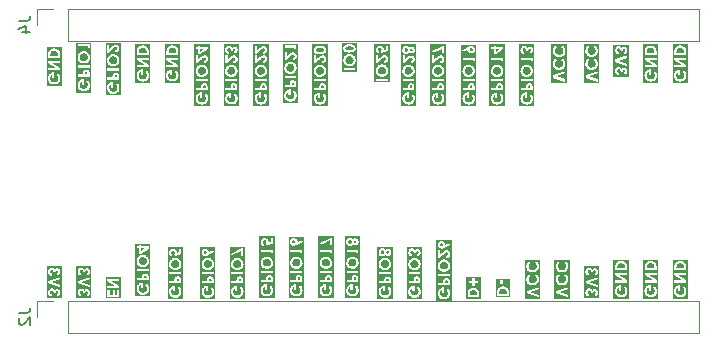
<source format=gbr>
%TF.GenerationSoftware,KiCad,Pcbnew,9.0.2*%
%TF.CreationDate,2025-11-10T16:04:38+08:00*%
%TF.ProjectId,TrlBoard,54726c42-6f61-4726-942e-6b696361645f,rev?*%
%TF.SameCoordinates,Original*%
%TF.FileFunction,Legend,Bot*%
%TF.FilePolarity,Positive*%
%FSLAX46Y46*%
G04 Gerber Fmt 4.6, Leading zero omitted, Abs format (unit mm)*
G04 Created by KiCad (PCBNEW 9.0.2) date 2025-11-10 16:04:38*
%MOMM*%
%LPD*%
G01*
G04 APERTURE LIST*
%ADD10C,0.250000*%
%ADD11C,0.150000*%
%ADD12C,0.120000*%
G04 APERTURE END LIST*
D10*
G36*
X173586829Y-66350028D02*
G01*
X173614533Y-66364932D01*
X173635689Y-66389776D01*
X173645446Y-66413006D01*
X173652717Y-66451473D01*
X173655655Y-66511348D01*
X173655655Y-66565325D01*
X173448538Y-66565325D01*
X173448538Y-66504509D01*
X173451729Y-66438296D01*
X173458857Y-66404858D01*
X173472621Y-66379710D01*
X173492929Y-66360772D01*
X173518584Y-66348893D01*
X173550387Y-66344713D01*
X173586829Y-66350028D01*
G37*
G36*
X173406615Y-64784481D02*
G01*
X173469638Y-64802576D01*
X173526954Y-64832378D01*
X173579574Y-64874615D01*
X173623520Y-64925944D01*
X173654243Y-64981388D01*
X173672764Y-65041912D01*
X173679103Y-65108905D01*
X173672849Y-65176754D01*
X173654656Y-65237533D01*
X173624642Y-65292677D01*
X173581955Y-65343195D01*
X173530637Y-65384400D01*
X173473254Y-65413803D01*
X173408613Y-65431870D01*
X173335087Y-65438145D01*
X173269149Y-65433044D01*
X173210931Y-65418373D01*
X173159131Y-65394611D01*
X173112743Y-65361607D01*
X173071121Y-65318588D01*
X173037722Y-65270102D01*
X173014209Y-65218908D01*
X173000040Y-65164327D01*
X172995223Y-65105486D01*
X173001480Y-65039499D01*
X173019785Y-64979735D01*
X173050186Y-64924844D01*
X173093714Y-64873883D01*
X173145807Y-64832057D01*
X173202876Y-64802474D01*
X173265959Y-64784465D01*
X173336491Y-64778261D01*
X173406615Y-64784481D01*
G37*
G36*
X173217972Y-63499833D02*
G01*
X173217972Y-63270306D01*
X173553623Y-63270306D01*
X173217972Y-63499833D01*
G37*
G36*
X173987773Y-68101316D02*
G01*
X172686552Y-68101316D01*
X172686552Y-67431838D01*
X172811552Y-67431838D01*
X172815989Y-67509749D01*
X172828932Y-67581741D01*
X172850029Y-67648584D01*
X172879207Y-67710946D01*
X172916629Y-67769013D01*
X172960950Y-67820409D01*
X173012559Y-67865631D01*
X173072098Y-67904936D01*
X173136147Y-67936246D01*
X173202171Y-67958447D01*
X173270688Y-67971809D01*
X173342292Y-67976316D01*
X173420570Y-67970917D01*
X173493443Y-67955072D01*
X173561818Y-67928968D01*
X173626448Y-67892341D01*
X173687896Y-67844486D01*
X173750885Y-67778098D01*
X173799247Y-67705305D01*
X173834005Y-67625200D01*
X173855381Y-67536443D01*
X173862773Y-67437333D01*
X173857311Y-67350891D01*
X173841219Y-67269421D01*
X173814658Y-67192114D01*
X173782712Y-67131008D01*
X173736871Y-67068335D01*
X173674951Y-67003558D01*
X173542754Y-67138136D01*
X173593266Y-67192717D01*
X173631190Y-67249196D01*
X173657774Y-67308055D01*
X173673712Y-67370015D01*
X173679103Y-67435990D01*
X173672717Y-67508446D01*
X173654204Y-67573042D01*
X173623829Y-67631284D01*
X173580917Y-67684263D01*
X173528662Y-67728407D01*
X173472194Y-67759311D01*
X173410536Y-67777958D01*
X173342292Y-67784341D01*
X173271715Y-67777714D01*
X173208058Y-67758368D01*
X173149859Y-67726317D01*
X173096095Y-67680538D01*
X173051981Y-67625602D01*
X173020772Y-67565392D01*
X173001770Y-67498806D01*
X172995223Y-67424327D01*
X173000115Y-67359361D01*
X173013935Y-67304262D01*
X173035889Y-67257326D01*
X173067021Y-67216075D01*
X173108874Y-67179564D01*
X173163262Y-67147661D01*
X173163262Y-67438677D01*
X173343025Y-67438677D01*
X173343025Y-66933155D01*
X173300954Y-66931812D01*
X173215397Y-66939352D01*
X173132976Y-66961924D01*
X173052498Y-67000139D01*
X172979327Y-67051056D01*
X172920060Y-67109866D01*
X172873285Y-67177093D01*
X172839644Y-67251735D01*
X172818811Y-67336010D01*
X172811552Y-67431838D01*
X172686552Y-67431838D01*
X172686552Y-66565325D01*
X172835000Y-66565325D01*
X172835000Y-66756629D01*
X173839326Y-66756629D01*
X173839326Y-66553724D01*
X173835045Y-66442734D01*
X173824159Y-66366466D01*
X173809162Y-66316381D01*
X173784888Y-66271189D01*
X173752624Y-66233184D01*
X173711648Y-66201587D01*
X173665036Y-66178729D01*
X173611661Y-66164542D01*
X173550081Y-66159577D01*
X173482427Y-66166093D01*
X173425310Y-66184619D01*
X173376608Y-66214593D01*
X173335750Y-66254957D01*
X173303755Y-66304197D01*
X173280437Y-66363825D01*
X173269718Y-66430443D01*
X173267054Y-66504509D01*
X173264867Y-66565325D01*
X172835000Y-66565325D01*
X172686552Y-66565325D01*
X172686552Y-65986042D01*
X172835000Y-65986042D01*
X173839326Y-65986042D01*
X173839326Y-65796144D01*
X172835000Y-65796144D01*
X172835000Y-65986042D01*
X172686552Y-65986042D01*
X172686552Y-65105486D01*
X172811552Y-65105486D01*
X172818068Y-65194758D01*
X172837005Y-65275752D01*
X172867936Y-65349822D01*
X172911098Y-65418050D01*
X172967379Y-65481192D01*
X173032941Y-65535683D01*
X173101995Y-65577233D01*
X173175166Y-65606773D01*
X173253322Y-65624686D01*
X173337529Y-65630791D01*
X173408547Y-65626349D01*
X173475808Y-65613238D01*
X173539943Y-65591560D01*
X173601495Y-65561121D01*
X173658679Y-65522939D01*
X173709262Y-65478526D01*
X173753718Y-65427561D01*
X173792309Y-65369512D01*
X173823251Y-65307096D01*
X173845160Y-65242862D01*
X173858334Y-65176302D01*
X173862773Y-65106829D01*
X173856515Y-65023266D01*
X173838152Y-64945838D01*
X173807844Y-64873428D01*
X173765131Y-64805139D01*
X173708961Y-64740343D01*
X173644188Y-64684700D01*
X173575137Y-64642153D01*
X173501125Y-64611788D01*
X173421182Y-64593291D01*
X173334110Y-64586958D01*
X173247785Y-64593216D01*
X173168616Y-64611484D01*
X173095405Y-64641453D01*
X173027191Y-64683419D01*
X172963288Y-64738267D01*
X172908137Y-64802088D01*
X172866035Y-64869926D01*
X172836038Y-64942442D01*
X172817792Y-65020574D01*
X172811552Y-65105486D01*
X172686552Y-65105486D01*
X172686552Y-64194521D01*
X172835000Y-64194521D01*
X173663471Y-64194521D01*
X173663471Y-64401517D01*
X173839326Y-64290875D01*
X173839326Y-64004622D01*
X172835000Y-64004622D01*
X172835000Y-64194521D01*
X172686552Y-64194521D01*
X172686552Y-63083094D01*
X172835000Y-63083094D01*
X172835000Y-63270306D01*
X173042117Y-63270306D01*
X173042117Y-63499833D01*
X173042117Y-63708844D01*
X173218400Y-63708844D01*
X173862773Y-63274397D01*
X173862773Y-63083094D01*
X173217972Y-63083094D01*
X173217972Y-62993640D01*
X173042117Y-62993640D01*
X173042117Y-63083094D01*
X172835000Y-63083094D01*
X172686552Y-63083094D01*
X172686552Y-62868640D01*
X173987773Y-62868640D01*
X173987773Y-68101316D01*
G37*
G36*
X164086829Y-82708262D02*
G01*
X164114533Y-82723166D01*
X164135689Y-82748010D01*
X164145446Y-82771240D01*
X164152717Y-82809707D01*
X164155655Y-82869582D01*
X164155655Y-82923559D01*
X163948538Y-82923559D01*
X163948538Y-82862743D01*
X163951729Y-82796530D01*
X163958857Y-82763092D01*
X163972621Y-82737944D01*
X163992929Y-82719006D01*
X164018584Y-82707127D01*
X164050387Y-82702947D01*
X164086829Y-82708262D01*
G37*
G36*
X163906615Y-81142715D02*
G01*
X163969638Y-81160810D01*
X164026954Y-81190612D01*
X164079574Y-81232849D01*
X164123520Y-81284178D01*
X164154243Y-81339622D01*
X164172764Y-81400146D01*
X164179103Y-81467139D01*
X164172849Y-81534988D01*
X164154656Y-81595767D01*
X164124642Y-81650911D01*
X164081955Y-81701429D01*
X164030637Y-81742634D01*
X163973254Y-81772037D01*
X163908613Y-81790104D01*
X163835087Y-81796379D01*
X163769149Y-81791278D01*
X163710931Y-81776607D01*
X163659131Y-81752845D01*
X163612743Y-81719841D01*
X163571121Y-81676822D01*
X163537722Y-81628336D01*
X163514209Y-81577142D01*
X163500040Y-81522561D01*
X163495223Y-81463720D01*
X163501480Y-81397733D01*
X163519785Y-81337969D01*
X163550186Y-81283078D01*
X163593714Y-81232117D01*
X163645807Y-81190291D01*
X163702876Y-81160708D01*
X163765959Y-81142699D01*
X163836491Y-81136495D01*
X163906615Y-81142715D01*
G37*
G36*
X163670502Y-80333138D02*
G01*
X163704578Y-80347997D01*
X163734825Y-80373175D01*
X163757822Y-80405333D01*
X163771748Y-80442414D01*
X163776591Y-80485833D01*
X163776146Y-80489924D01*
X163771759Y-80530240D01*
X163757830Y-80568501D01*
X163734825Y-80601970D01*
X163704519Y-80628612D01*
X163671737Y-80643958D01*
X163635296Y-80649109D01*
X163596898Y-80644129D01*
X163563245Y-80629530D01*
X163533080Y-80604718D01*
X163510331Y-80572877D01*
X163496286Y-80534541D01*
X163491315Y-80487909D01*
X163496040Y-80440641D01*
X163509247Y-80402476D01*
X163530333Y-80371466D01*
X163558812Y-80347411D01*
X163591963Y-80333036D01*
X163631266Y-80328052D01*
X163670502Y-80333138D01*
G37*
G36*
X164101472Y-80382939D02*
G01*
X164127139Y-80393411D01*
X164148939Y-80410728D01*
X164165393Y-80433287D01*
X164175523Y-80460400D01*
X164179103Y-80493343D01*
X164175535Y-80523476D01*
X164165278Y-80548968D01*
X164148267Y-80570890D01*
X164126131Y-80587616D01*
X164100222Y-80597757D01*
X164069438Y-80601298D01*
X164038681Y-80597625D01*
X164012149Y-80586977D01*
X163988838Y-80569180D01*
X163970784Y-80546089D01*
X163960044Y-80519996D01*
X163956353Y-80489924D01*
X163960037Y-80458945D01*
X163970619Y-80432796D01*
X163988166Y-80410361D01*
X164011046Y-80393334D01*
X164038180Y-80382934D01*
X164070781Y-80379282D01*
X164101472Y-80382939D01*
G37*
G36*
X164487773Y-84459550D02*
G01*
X163186552Y-84459550D01*
X163186552Y-83790072D01*
X163311552Y-83790072D01*
X163315989Y-83867983D01*
X163328932Y-83939975D01*
X163350029Y-84006818D01*
X163379207Y-84069180D01*
X163416629Y-84127247D01*
X163460950Y-84178643D01*
X163512559Y-84223865D01*
X163572098Y-84263170D01*
X163636147Y-84294480D01*
X163702171Y-84316681D01*
X163770688Y-84330043D01*
X163842292Y-84334550D01*
X163920570Y-84329151D01*
X163993443Y-84313306D01*
X164061818Y-84287202D01*
X164126448Y-84250575D01*
X164187896Y-84202720D01*
X164250885Y-84136332D01*
X164299247Y-84063539D01*
X164334005Y-83983434D01*
X164355381Y-83894677D01*
X164362773Y-83795567D01*
X164357311Y-83709125D01*
X164341219Y-83627655D01*
X164314658Y-83550348D01*
X164282712Y-83489242D01*
X164236871Y-83426569D01*
X164174951Y-83361792D01*
X164042754Y-83496370D01*
X164093266Y-83550951D01*
X164131190Y-83607430D01*
X164157774Y-83666289D01*
X164173712Y-83728249D01*
X164179103Y-83794224D01*
X164172717Y-83866680D01*
X164154204Y-83931276D01*
X164123829Y-83989518D01*
X164080917Y-84042497D01*
X164028662Y-84086641D01*
X163972194Y-84117545D01*
X163910536Y-84136192D01*
X163842292Y-84142575D01*
X163771715Y-84135948D01*
X163708058Y-84116602D01*
X163649859Y-84084551D01*
X163596095Y-84038772D01*
X163551981Y-83983836D01*
X163520772Y-83923626D01*
X163501770Y-83857040D01*
X163495223Y-83782561D01*
X163500115Y-83717595D01*
X163513935Y-83662496D01*
X163535889Y-83615560D01*
X163567021Y-83574309D01*
X163608874Y-83537798D01*
X163663262Y-83505895D01*
X163663262Y-83796911D01*
X163843025Y-83796911D01*
X163843025Y-83291389D01*
X163800954Y-83290046D01*
X163715397Y-83297586D01*
X163632976Y-83320158D01*
X163552498Y-83358373D01*
X163479327Y-83409290D01*
X163420060Y-83468100D01*
X163373285Y-83535327D01*
X163339644Y-83609969D01*
X163318811Y-83694244D01*
X163311552Y-83790072D01*
X163186552Y-83790072D01*
X163186552Y-82923559D01*
X163335000Y-82923559D01*
X163335000Y-83114863D01*
X164339326Y-83114863D01*
X164339326Y-82911958D01*
X164335045Y-82800968D01*
X164324159Y-82724700D01*
X164309162Y-82674615D01*
X164284888Y-82629423D01*
X164252624Y-82591418D01*
X164211648Y-82559821D01*
X164165036Y-82536963D01*
X164111661Y-82522776D01*
X164050081Y-82517811D01*
X163982427Y-82524327D01*
X163925310Y-82542853D01*
X163876608Y-82572827D01*
X163835750Y-82613191D01*
X163803755Y-82662431D01*
X163780437Y-82722059D01*
X163769718Y-82788677D01*
X163767054Y-82862743D01*
X163764867Y-82923559D01*
X163335000Y-82923559D01*
X163186552Y-82923559D01*
X163186552Y-82344276D01*
X163335000Y-82344276D01*
X164339326Y-82344276D01*
X164339326Y-82154378D01*
X163335000Y-82154378D01*
X163335000Y-82344276D01*
X163186552Y-82344276D01*
X163186552Y-81463720D01*
X163311552Y-81463720D01*
X163318068Y-81552992D01*
X163337005Y-81633986D01*
X163367936Y-81708056D01*
X163411098Y-81776284D01*
X163467379Y-81839426D01*
X163532941Y-81893917D01*
X163601995Y-81935467D01*
X163675166Y-81965007D01*
X163753322Y-81982920D01*
X163837529Y-81989025D01*
X163908547Y-81984583D01*
X163975808Y-81971472D01*
X164039943Y-81949794D01*
X164101495Y-81919355D01*
X164158679Y-81881173D01*
X164209262Y-81836760D01*
X164253718Y-81785795D01*
X164292309Y-81727746D01*
X164323251Y-81665330D01*
X164345160Y-81601096D01*
X164358334Y-81534536D01*
X164362773Y-81465063D01*
X164356515Y-81381500D01*
X164338152Y-81304072D01*
X164307844Y-81231662D01*
X164265131Y-81163373D01*
X164208961Y-81098577D01*
X164144188Y-81042934D01*
X164075137Y-81000387D01*
X164001125Y-80970022D01*
X163921182Y-80951525D01*
X163834110Y-80945192D01*
X163747785Y-80951450D01*
X163668616Y-80969718D01*
X163595405Y-80999687D01*
X163527191Y-81041653D01*
X163463288Y-81096501D01*
X163408137Y-81160322D01*
X163366035Y-81228160D01*
X163336038Y-81300676D01*
X163317792Y-81378808D01*
X163311552Y-81463720D01*
X163186552Y-81463720D01*
X163186552Y-80485161D01*
X163311552Y-80485161D01*
X163311708Y-80487909D01*
X163316142Y-80565915D01*
X163328575Y-80629267D01*
X163347273Y-80678479D01*
X163374995Y-80722860D01*
X163410778Y-80760930D01*
X163455472Y-80793212D01*
X163505367Y-80816930D01*
X163559617Y-80831327D01*
X163619237Y-80836260D01*
X163670998Y-80832321D01*
X163718729Y-80820782D01*
X163763157Y-80801761D01*
X163804006Y-80775650D01*
X163842633Y-80741473D01*
X163879234Y-80698263D01*
X163927019Y-80738332D01*
X163976137Y-80766223D01*
X164028831Y-80783374D01*
X164084642Y-80789121D01*
X164135703Y-80784822D01*
X164182921Y-80772184D01*
X164227096Y-80751202D01*
X164266693Y-80722627D01*
X164299858Y-80687465D01*
X164327053Y-80645018D01*
X164346536Y-80598248D01*
X164358588Y-80545977D01*
X164362773Y-80487176D01*
X164358546Y-80429346D01*
X164346377Y-80378018D01*
X164326687Y-80332143D01*
X164299264Y-80290592D01*
X164265348Y-80255584D01*
X164224349Y-80226569D01*
X164178913Y-80205069D01*
X164131664Y-80192279D01*
X164081894Y-80187978D01*
X164029694Y-80193101D01*
X163982243Y-80208128D01*
X163936593Y-80234428D01*
X163879234Y-80281584D01*
X163847139Y-80239156D01*
X163809948Y-80204192D01*
X163767248Y-80176072D01*
X163720475Y-80155402D01*
X163671368Y-80143012D01*
X163619237Y-80138824D01*
X163562780Y-80143693D01*
X163509734Y-80158110D01*
X163459258Y-80182239D01*
X163413899Y-80214785D01*
X163377287Y-80253416D01*
X163348616Y-80298681D01*
X163328926Y-80348787D01*
X163316165Y-80410173D01*
X163311552Y-80485161D01*
X163186552Y-80485161D01*
X163186552Y-80013824D01*
X164487773Y-80013824D01*
X164487773Y-84459550D01*
G37*
G36*
X141464326Y-84391250D02*
G01*
X140210000Y-84391250D01*
X140210000Y-84266250D01*
X140335000Y-84266250D01*
X141339326Y-84266250D01*
X141339326Y-83717741D01*
X141155655Y-83717741D01*
X141155655Y-84076351D01*
X140971985Y-84076351D01*
X140971985Y-83717741D01*
X140788314Y-83717741D01*
X140788314Y-84076351D01*
X140518670Y-84076351D01*
X140518670Y-83717741D01*
X140335000Y-83717741D01*
X140335000Y-84266250D01*
X140210000Y-84266250D01*
X140210000Y-82916808D01*
X140335000Y-82916808D01*
X140993845Y-83347164D01*
X140335000Y-83347164D01*
X140335000Y-83538406D01*
X141339326Y-83538406D01*
X141339326Y-83355346D01*
X140678405Y-82924318D01*
X141339326Y-82924318D01*
X141339326Y-82733015D01*
X140335000Y-82733015D01*
X140335000Y-82916808D01*
X140210000Y-82916808D01*
X140210000Y-82608015D01*
X141464326Y-82608015D01*
X141464326Y-84391250D01*
G37*
G36*
X143406518Y-63171466D02*
G01*
X143473254Y-63189029D01*
X143529134Y-63216799D01*
X143575971Y-63254666D01*
X143608409Y-63296929D01*
X143633249Y-63351972D01*
X143649627Y-63422895D01*
X143655655Y-63513563D01*
X143655655Y-63578471D01*
X143018670Y-63578471D01*
X143018670Y-63489689D01*
X143022904Y-63401613D01*
X143033742Y-63340413D01*
X143048895Y-63299485D01*
X143072764Y-63263498D01*
X143106112Y-63231350D01*
X143150561Y-63202825D01*
X143199618Y-63182630D01*
X143257691Y-63169785D01*
X143326538Y-63165212D01*
X143406518Y-63171466D01*
G37*
G36*
X143987773Y-66150723D02*
G01*
X142686552Y-66150723D01*
X142686552Y-65481245D01*
X142811552Y-65481245D01*
X142815989Y-65559156D01*
X142828932Y-65631148D01*
X142850029Y-65697991D01*
X142879207Y-65760353D01*
X142916629Y-65818420D01*
X142960950Y-65869816D01*
X143012559Y-65915038D01*
X143072098Y-65954343D01*
X143136147Y-65985653D01*
X143202171Y-66007854D01*
X143270688Y-66021216D01*
X143342292Y-66025723D01*
X143420570Y-66020324D01*
X143493443Y-66004479D01*
X143561818Y-65978375D01*
X143626448Y-65941748D01*
X143687896Y-65893893D01*
X143750885Y-65827505D01*
X143799247Y-65754712D01*
X143834005Y-65674607D01*
X143855381Y-65585850D01*
X143862773Y-65486740D01*
X143857311Y-65400298D01*
X143841219Y-65318828D01*
X143814658Y-65241521D01*
X143782712Y-65180415D01*
X143736871Y-65117742D01*
X143674951Y-65052965D01*
X143542754Y-65187543D01*
X143593266Y-65242124D01*
X143631190Y-65298603D01*
X143657774Y-65357462D01*
X143673712Y-65419422D01*
X143679103Y-65485397D01*
X143672717Y-65557853D01*
X143654204Y-65622449D01*
X143623829Y-65680691D01*
X143580917Y-65733670D01*
X143528662Y-65777814D01*
X143472194Y-65808718D01*
X143410536Y-65827365D01*
X143342292Y-65833748D01*
X143271715Y-65827121D01*
X143208058Y-65807775D01*
X143149859Y-65775724D01*
X143096095Y-65729945D01*
X143051981Y-65675009D01*
X143020772Y-65614799D01*
X143001770Y-65548213D01*
X142995223Y-65473734D01*
X143000115Y-65408768D01*
X143013935Y-65353669D01*
X143035889Y-65306733D01*
X143067021Y-65265482D01*
X143108874Y-65228971D01*
X143163262Y-65197068D01*
X143163262Y-65488084D01*
X143343025Y-65488084D01*
X143343025Y-64982562D01*
X143300954Y-64981219D01*
X143215397Y-64988759D01*
X143132976Y-65011331D01*
X143052498Y-65049546D01*
X142979327Y-65100463D01*
X142920060Y-65159273D01*
X142873285Y-65226500D01*
X142839644Y-65301142D01*
X142818811Y-65385417D01*
X142811552Y-65481245D01*
X142686552Y-65481245D01*
X142686552Y-64183033D01*
X142835000Y-64183033D01*
X143493845Y-64613389D01*
X142835000Y-64613389D01*
X142835000Y-64804631D01*
X143839326Y-64804631D01*
X143839326Y-64621571D01*
X143178405Y-64190544D01*
X143839326Y-64190544D01*
X143839326Y-63999240D01*
X142835000Y-63999240D01*
X142835000Y-64183033D01*
X142686552Y-64183033D01*
X142686552Y-63538843D01*
X142835000Y-63538843D01*
X142835000Y-63769041D01*
X143839326Y-63769041D01*
X143839326Y-63542262D01*
X143835036Y-63427851D01*
X143823474Y-63338147D01*
X143806363Y-63268915D01*
X143785043Y-63216381D01*
X143754535Y-63166659D01*
X143715546Y-63120995D01*
X143667257Y-63079074D01*
X143608517Y-63040831D01*
X143546455Y-63011269D01*
X143478775Y-62989738D01*
X143404664Y-62976428D01*
X143323180Y-62971833D01*
X143246549Y-62976278D01*
X143175669Y-62989252D01*
X143109773Y-63010423D01*
X143047443Y-63040074D01*
X142993951Y-63075607D01*
X142948328Y-63117035D01*
X142909213Y-63164626D01*
X142879903Y-63213560D01*
X142859546Y-63264253D01*
X142847536Y-63318912D01*
X142838577Y-63406583D01*
X142836329Y-63489689D01*
X142835000Y-63538843D01*
X142686552Y-63538843D01*
X142686552Y-62846833D01*
X143987773Y-62846833D01*
X143987773Y-66150723D01*
G37*
G36*
X138987773Y-84356838D02*
G01*
X137686552Y-84356838D01*
X137686552Y-83892279D01*
X137811552Y-83892279D01*
X137817519Y-83964309D01*
X137834613Y-84027033D01*
X137862263Y-84082113D01*
X137900762Y-84130783D01*
X137948043Y-84170734D01*
X138003291Y-84200948D01*
X138067898Y-84221542D01*
X138143722Y-84231838D01*
X138143722Y-84042611D01*
X138094029Y-84030205D01*
X138056586Y-84011902D01*
X138028867Y-83988328D01*
X138008291Y-83958387D01*
X137995716Y-83923430D01*
X137991315Y-83882082D01*
X137996189Y-83839115D01*
X138010192Y-83802596D01*
X138033325Y-83771074D01*
X138063623Y-83746451D01*
X138097441Y-83731941D01*
X138136029Y-83726988D01*
X138177697Y-83733419D01*
X138214768Y-83752637D01*
X138248747Y-83786400D01*
X138273087Y-83828507D01*
X138289439Y-83884376D01*
X138296130Y-83957859D01*
X138460261Y-83957859D01*
X138469390Y-83893563D01*
X138482060Y-83855094D01*
X138501600Y-83824712D01*
X138526634Y-83802520D01*
X138556138Y-83788336D01*
X138586840Y-83783714D01*
X138613290Y-83786994D01*
X138635921Y-83796494D01*
X138655655Y-83812412D01*
X138670589Y-83833014D01*
X138679770Y-83857671D01*
X138683011Y-83887517D01*
X138676785Y-83926528D01*
X138657976Y-83962011D01*
X138629234Y-83990184D01*
X138593129Y-84007745D01*
X138593129Y-84191477D01*
X138663672Y-84175529D01*
X138721800Y-84148770D01*
X138769717Y-84111548D01*
X138810368Y-84062928D01*
X138839144Y-84009134D01*
X138856704Y-83949104D01*
X138862773Y-83881350D01*
X138857642Y-83820701D01*
X138842791Y-83766696D01*
X138818508Y-83718114D01*
X138784371Y-83674048D01*
X138742393Y-83636711D01*
X138697941Y-83610921D01*
X138650292Y-83595549D01*
X138598381Y-83590334D01*
X138554945Y-83594435D01*
X138514535Y-83606563D01*
X138476381Y-83626910D01*
X138442699Y-83654186D01*
X138412975Y-83689220D01*
X138387110Y-83733155D01*
X138363872Y-83675376D01*
X138332322Y-83628187D01*
X138292283Y-83590029D01*
X138244982Y-83561566D01*
X138192362Y-83544357D01*
X138132976Y-83538433D01*
X138067790Y-83544763D01*
X138008917Y-83563275D01*
X137954962Y-83594049D01*
X137904975Y-83638206D01*
X137864611Y-83690657D01*
X137835647Y-83749590D01*
X137817774Y-83816245D01*
X137811552Y-83892279D01*
X137686552Y-83892279D01*
X137686552Y-82911339D01*
X137835000Y-82911339D01*
X137835000Y-83095804D01*
X138839326Y-83451665D01*
X138839326Y-83254928D01*
X138125832Y-83002197D01*
X138839326Y-82746048D01*
X138839326Y-82549310D01*
X137835000Y-82911339D01*
X137686552Y-82911339D01*
X137686552Y-82128846D01*
X137811552Y-82128846D01*
X137817519Y-82200875D01*
X137834613Y-82263600D01*
X137862263Y-82318680D01*
X137900762Y-82367349D01*
X137948043Y-82407301D01*
X138003291Y-82437515D01*
X138067898Y-82458108D01*
X138143722Y-82468405D01*
X138143722Y-82279178D01*
X138094029Y-82266772D01*
X138056586Y-82248469D01*
X138028867Y-82224895D01*
X138008291Y-82194954D01*
X137995716Y-82159997D01*
X137991315Y-82118649D01*
X137996189Y-82075682D01*
X138010192Y-82039162D01*
X138033325Y-82007641D01*
X138063623Y-81983018D01*
X138097441Y-81968508D01*
X138136029Y-81963555D01*
X138177697Y-81969986D01*
X138214768Y-81989204D01*
X138248747Y-82022967D01*
X138273087Y-82065074D01*
X138289439Y-82120943D01*
X138296130Y-82194425D01*
X138460261Y-82194425D01*
X138469390Y-82130129D01*
X138482060Y-82091660D01*
X138501600Y-82061279D01*
X138526634Y-82039087D01*
X138556138Y-82024902D01*
X138586840Y-82020280D01*
X138613290Y-82023561D01*
X138635921Y-82033061D01*
X138655655Y-82048979D01*
X138670589Y-82069581D01*
X138679770Y-82094238D01*
X138683011Y-82124083D01*
X138676785Y-82163095D01*
X138657976Y-82198577D01*
X138629234Y-82226751D01*
X138593129Y-82244312D01*
X138593129Y-82428044D01*
X138663672Y-82412095D01*
X138721800Y-82385336D01*
X138769717Y-82348115D01*
X138810368Y-82299495D01*
X138839144Y-82245700D01*
X138856704Y-82185671D01*
X138862773Y-82117916D01*
X138857642Y-82057268D01*
X138842791Y-82003263D01*
X138818508Y-81954680D01*
X138784371Y-81910615D01*
X138742393Y-81873278D01*
X138697941Y-81847488D01*
X138650292Y-81832116D01*
X138598381Y-81826901D01*
X138554945Y-81831002D01*
X138514535Y-81843130D01*
X138476381Y-81863476D01*
X138442699Y-81890752D01*
X138412975Y-81925786D01*
X138387110Y-81969722D01*
X138363872Y-81911942D01*
X138332322Y-81864754D01*
X138292283Y-81826596D01*
X138244982Y-81798132D01*
X138192362Y-81780924D01*
X138132976Y-81774999D01*
X138067790Y-81781330D01*
X138008917Y-81799842D01*
X137954962Y-81830616D01*
X137904975Y-81874772D01*
X137864611Y-81927224D01*
X137835647Y-81986157D01*
X137817774Y-82052812D01*
X137811552Y-82128846D01*
X137686552Y-82128846D01*
X137686552Y-81649999D01*
X138987773Y-81649999D01*
X138987773Y-84356838D01*
G37*
G36*
X154086829Y-82600028D02*
G01*
X154114533Y-82614932D01*
X154135689Y-82639776D01*
X154145446Y-82663006D01*
X154152717Y-82701473D01*
X154155655Y-82761348D01*
X154155655Y-82815325D01*
X153948538Y-82815325D01*
X153948538Y-82754509D01*
X153951729Y-82688296D01*
X153958857Y-82654858D01*
X153972621Y-82629710D01*
X153992929Y-82610772D01*
X154018584Y-82598893D01*
X154050387Y-82594713D01*
X154086829Y-82600028D01*
G37*
G36*
X153906615Y-81034481D02*
G01*
X153969638Y-81052576D01*
X154026954Y-81082378D01*
X154079574Y-81124615D01*
X154123520Y-81175944D01*
X154154243Y-81231388D01*
X154172764Y-81291912D01*
X154179103Y-81358905D01*
X154172849Y-81426754D01*
X154154656Y-81487533D01*
X154124642Y-81542677D01*
X154081955Y-81593195D01*
X154030637Y-81634400D01*
X153973254Y-81663803D01*
X153908613Y-81681870D01*
X153835087Y-81688145D01*
X153769149Y-81683044D01*
X153710931Y-81668373D01*
X153659131Y-81644611D01*
X153612743Y-81611607D01*
X153571121Y-81568588D01*
X153537722Y-81520102D01*
X153514209Y-81468908D01*
X153500040Y-81414327D01*
X153495223Y-81355486D01*
X153501480Y-81289499D01*
X153519785Y-81229735D01*
X153550186Y-81174844D01*
X153593714Y-81123883D01*
X153645807Y-81082057D01*
X153702876Y-81052474D01*
X153765959Y-81034465D01*
X153836491Y-81028261D01*
X153906615Y-81034481D01*
G37*
G36*
X154487773Y-84351316D02*
G01*
X153186552Y-84351316D01*
X153186552Y-83681838D01*
X153311552Y-83681838D01*
X153315989Y-83759749D01*
X153328932Y-83831741D01*
X153350029Y-83898584D01*
X153379207Y-83960946D01*
X153416629Y-84019013D01*
X153460950Y-84070409D01*
X153512559Y-84115631D01*
X153572098Y-84154936D01*
X153636147Y-84186246D01*
X153702171Y-84208447D01*
X153770688Y-84221809D01*
X153842292Y-84226316D01*
X153920570Y-84220917D01*
X153993443Y-84205072D01*
X154061818Y-84178968D01*
X154126448Y-84142341D01*
X154187896Y-84094486D01*
X154250885Y-84028098D01*
X154299247Y-83955305D01*
X154334005Y-83875200D01*
X154355381Y-83786443D01*
X154362773Y-83687333D01*
X154357311Y-83600891D01*
X154341219Y-83519421D01*
X154314658Y-83442114D01*
X154282712Y-83381008D01*
X154236871Y-83318335D01*
X154174951Y-83253558D01*
X154042754Y-83388136D01*
X154093266Y-83442717D01*
X154131190Y-83499196D01*
X154157774Y-83558055D01*
X154173712Y-83620015D01*
X154179103Y-83685990D01*
X154172717Y-83758446D01*
X154154204Y-83823042D01*
X154123829Y-83881284D01*
X154080917Y-83934263D01*
X154028662Y-83978407D01*
X153972194Y-84009311D01*
X153910536Y-84027958D01*
X153842292Y-84034341D01*
X153771715Y-84027714D01*
X153708058Y-84008368D01*
X153649859Y-83976317D01*
X153596095Y-83930538D01*
X153551981Y-83875602D01*
X153520772Y-83815392D01*
X153501770Y-83748806D01*
X153495223Y-83674327D01*
X153500115Y-83609361D01*
X153513935Y-83554262D01*
X153535889Y-83507326D01*
X153567021Y-83466075D01*
X153608874Y-83429564D01*
X153663262Y-83397661D01*
X153663262Y-83688677D01*
X153843025Y-83688677D01*
X153843025Y-83183155D01*
X153800954Y-83181812D01*
X153715397Y-83189352D01*
X153632976Y-83211924D01*
X153552498Y-83250139D01*
X153479327Y-83301056D01*
X153420060Y-83359866D01*
X153373285Y-83427093D01*
X153339644Y-83501735D01*
X153318811Y-83586010D01*
X153311552Y-83681838D01*
X153186552Y-83681838D01*
X153186552Y-82815325D01*
X153335000Y-82815325D01*
X153335000Y-83006629D01*
X154339326Y-83006629D01*
X154339326Y-82803724D01*
X154335045Y-82692734D01*
X154324159Y-82616466D01*
X154309162Y-82566381D01*
X154284888Y-82521189D01*
X154252624Y-82483184D01*
X154211648Y-82451587D01*
X154165036Y-82428729D01*
X154111661Y-82414542D01*
X154050081Y-82409577D01*
X153982427Y-82416093D01*
X153925310Y-82434619D01*
X153876608Y-82464593D01*
X153835750Y-82504957D01*
X153803755Y-82554197D01*
X153780437Y-82613825D01*
X153769718Y-82680443D01*
X153767054Y-82754509D01*
X153764867Y-82815325D01*
X153335000Y-82815325D01*
X153186552Y-82815325D01*
X153186552Y-82236042D01*
X153335000Y-82236042D01*
X154339326Y-82236042D01*
X154339326Y-82046144D01*
X153335000Y-82046144D01*
X153335000Y-82236042D01*
X153186552Y-82236042D01*
X153186552Y-81355486D01*
X153311552Y-81355486D01*
X153318068Y-81444758D01*
X153337005Y-81525752D01*
X153367936Y-81599822D01*
X153411098Y-81668050D01*
X153467379Y-81731192D01*
X153532941Y-81785683D01*
X153601995Y-81827233D01*
X153675166Y-81856773D01*
X153753322Y-81874686D01*
X153837529Y-81880791D01*
X153908547Y-81876349D01*
X153975808Y-81863238D01*
X154039943Y-81841560D01*
X154101495Y-81811121D01*
X154158679Y-81772939D01*
X154209262Y-81728526D01*
X154253718Y-81677561D01*
X154292309Y-81619512D01*
X154323251Y-81557096D01*
X154345160Y-81492862D01*
X154358334Y-81426302D01*
X154362773Y-81356829D01*
X154356515Y-81273266D01*
X154338152Y-81195838D01*
X154307844Y-81123428D01*
X154265131Y-81055139D01*
X154208961Y-80990343D01*
X154144188Y-80934700D01*
X154075137Y-80892153D01*
X154001125Y-80861788D01*
X153921182Y-80843291D01*
X153834110Y-80836958D01*
X153747785Y-80843216D01*
X153668616Y-80861484D01*
X153595405Y-80891453D01*
X153527191Y-80933419D01*
X153463288Y-80988267D01*
X153408137Y-81052088D01*
X153366035Y-81119926D01*
X153336038Y-81192442D01*
X153317792Y-81270574D01*
X153311552Y-81355486D01*
X153186552Y-81355486D01*
X153186552Y-80444521D01*
X153335000Y-80444521D01*
X154163471Y-80444521D01*
X154163471Y-80651517D01*
X154339326Y-80540875D01*
X154339326Y-80254622D01*
X153335000Y-80254622D01*
X153335000Y-80444521D01*
X153186552Y-80444521D01*
X153186552Y-79613179D01*
X153311552Y-79613179D01*
X153316342Y-79676552D01*
X153330247Y-79733805D01*
X153352962Y-79785969D01*
X153384703Y-79833853D01*
X153424156Y-79875520D01*
X153470115Y-79909394D01*
X153523381Y-79935842D01*
X153585104Y-79954753D01*
X153585104Y-79753924D01*
X153543854Y-79726490D01*
X153515068Y-79692803D01*
X153497287Y-79653035D01*
X153491315Y-79609088D01*
X153496428Y-79568657D01*
X153511410Y-79533118D01*
X153536805Y-79501194D01*
X153569494Y-79476774D01*
X153607864Y-79461932D01*
X153653553Y-79456742D01*
X153698087Y-79461594D01*
X153735465Y-79475433D01*
X153767248Y-79498080D01*
X153792217Y-79527954D01*
X153806810Y-79560913D01*
X153811762Y-79598159D01*
X153807921Y-79628971D01*
X153796069Y-79659952D01*
X153777127Y-79689223D01*
X153748930Y-79719730D01*
X153783613Y-79875496D01*
X154339326Y-79753924D01*
X154339326Y-79283268D01*
X154163471Y-79283268D01*
X154163471Y-79611164D01*
X153981999Y-79652136D01*
X153989143Y-79618675D01*
X153991524Y-79587229D01*
X153985468Y-79520578D01*
X153967925Y-79461422D01*
X153939124Y-79408290D01*
X153898346Y-79360144D01*
X153849144Y-79320947D01*
X153793834Y-79292893D01*
X153731229Y-79275607D01*
X153659720Y-79269591D01*
X153588124Y-79276048D01*
X153523923Y-79294827D01*
X153465645Y-79325766D01*
X153412241Y-79369669D01*
X153367897Y-79422849D01*
X153336791Y-79480425D01*
X153317994Y-79543396D01*
X153311552Y-79613179D01*
X153186552Y-79613179D01*
X153186552Y-79144591D01*
X154487773Y-79144591D01*
X154487773Y-84351316D01*
G37*
G36*
X179237773Y-66167942D02*
G01*
X177936552Y-66167942D01*
X177936552Y-65502616D01*
X178085000Y-65502616D01*
X178085000Y-65687081D01*
X179089326Y-66042942D01*
X179089326Y-65846205D01*
X178375832Y-65593475D01*
X179089326Y-65337325D01*
X179089326Y-65140587D01*
X178085000Y-65502616D01*
X177936552Y-65502616D01*
X177936552Y-64503602D01*
X178061552Y-64503602D01*
X178067886Y-64596914D01*
X178086176Y-64680619D01*
X178115795Y-64756163D01*
X178156713Y-64824731D01*
X178209502Y-64887185D01*
X178271571Y-64940568D01*
X178339546Y-64981850D01*
X178414267Y-65011671D01*
X178496899Y-65030057D01*
X178588872Y-65036418D01*
X178663302Y-65031965D01*
X178731933Y-65018981D01*
X178795557Y-64997801D01*
X178854853Y-64968457D01*
X178909702Y-64931191D01*
X178958974Y-64886702D01*
X179003026Y-64834484D01*
X179042004Y-64773796D01*
X179073037Y-64709025D01*
X179095051Y-64642294D01*
X179108304Y-64573097D01*
X179112773Y-64500854D01*
X179106985Y-64419084D01*
X179089670Y-64339531D01*
X179060566Y-64261435D01*
X179020849Y-64188196D01*
X178971545Y-64122259D01*
X178912128Y-64062988D01*
X178785366Y-64196894D01*
X178839131Y-64255435D01*
X178879183Y-64314852D01*
X178907015Y-64375629D01*
X178923553Y-64438473D01*
X178929103Y-64504274D01*
X178922768Y-64574600D01*
X178904350Y-64637629D01*
X178874013Y-64694808D01*
X178830978Y-64747173D01*
X178778902Y-64790471D01*
X178722006Y-64820970D01*
X178659252Y-64839481D01*
X178589178Y-64845847D01*
X178523618Y-64840778D01*
X178464750Y-64826090D01*
X178411430Y-64802128D01*
X178363421Y-64769008D01*
X178322969Y-64728052D01*
X178289492Y-64678480D01*
X178265069Y-64623716D01*
X178250273Y-64564825D01*
X178245223Y-64500854D01*
X178248784Y-64445966D01*
X178259179Y-64395399D01*
X178276181Y-64348508D01*
X178300146Y-64304643D01*
X178336787Y-64254467D01*
X178388960Y-64196894D01*
X178253893Y-64067079D01*
X178185217Y-64144678D01*
X178136181Y-64214441D01*
X178103501Y-64277494D01*
X178080688Y-64344742D01*
X178066490Y-64419710D01*
X178061552Y-64503602D01*
X177936552Y-64503602D01*
X177936552Y-63412325D01*
X178061552Y-63412325D01*
X178067886Y-63505637D01*
X178086176Y-63589342D01*
X178115795Y-63664886D01*
X178156713Y-63733453D01*
X178209502Y-63795908D01*
X178271571Y-63849291D01*
X178339546Y-63890573D01*
X178414267Y-63920394D01*
X178496899Y-63938780D01*
X178588872Y-63945141D01*
X178663302Y-63940688D01*
X178731933Y-63927704D01*
X178795557Y-63906524D01*
X178854853Y-63877180D01*
X178909702Y-63839914D01*
X178958974Y-63795425D01*
X179003026Y-63743207D01*
X179042004Y-63682518D01*
X179073037Y-63617748D01*
X179095051Y-63551017D01*
X179108304Y-63481820D01*
X179112773Y-63409577D01*
X179106985Y-63327807D01*
X179089670Y-63248254D01*
X179060566Y-63170158D01*
X179020849Y-63096919D01*
X178971545Y-63030982D01*
X178912128Y-62971711D01*
X178785366Y-63105617D01*
X178839131Y-63164158D01*
X178879183Y-63223575D01*
X178907015Y-63284352D01*
X178923553Y-63347196D01*
X178929103Y-63412997D01*
X178922768Y-63483322D01*
X178904350Y-63546352D01*
X178874013Y-63603531D01*
X178830978Y-63655896D01*
X178778902Y-63699194D01*
X178722006Y-63729693D01*
X178659252Y-63748204D01*
X178589178Y-63754570D01*
X178523618Y-63749501D01*
X178464750Y-63734813D01*
X178411430Y-63710851D01*
X178363421Y-63677731D01*
X178322969Y-63636775D01*
X178289492Y-63587203D01*
X178265069Y-63532439D01*
X178250273Y-63473548D01*
X178245223Y-63409577D01*
X178248784Y-63354689D01*
X178259179Y-63304122D01*
X178276181Y-63257231D01*
X178300146Y-63213366D01*
X178336787Y-63163190D01*
X178388960Y-63105617D01*
X178253893Y-62975802D01*
X178185217Y-63053401D01*
X178136181Y-63123164D01*
X178103501Y-63186217D01*
X178080688Y-63253465D01*
X178066490Y-63328433D01*
X178061552Y-63412325D01*
X177936552Y-63412325D01*
X177936552Y-62846711D01*
X179237773Y-62846711D01*
X179237773Y-66167942D01*
G37*
G36*
X184487773Y-65606838D02*
G01*
X183186552Y-65606838D01*
X183186552Y-65142279D01*
X183311552Y-65142279D01*
X183317519Y-65214309D01*
X183334613Y-65277033D01*
X183362263Y-65332113D01*
X183400762Y-65380783D01*
X183448043Y-65420734D01*
X183503291Y-65450948D01*
X183567898Y-65471542D01*
X183643722Y-65481838D01*
X183643722Y-65292611D01*
X183594029Y-65280205D01*
X183556586Y-65261902D01*
X183528867Y-65238328D01*
X183508291Y-65208387D01*
X183495716Y-65173430D01*
X183491315Y-65132082D01*
X183496189Y-65089115D01*
X183510192Y-65052596D01*
X183533325Y-65021074D01*
X183563623Y-64996451D01*
X183597441Y-64981941D01*
X183636029Y-64976988D01*
X183677697Y-64983419D01*
X183714768Y-65002637D01*
X183748747Y-65036400D01*
X183773087Y-65078507D01*
X183789439Y-65134376D01*
X183796130Y-65207859D01*
X183960261Y-65207859D01*
X183969390Y-65143563D01*
X183982060Y-65105094D01*
X184001600Y-65074712D01*
X184026634Y-65052520D01*
X184056138Y-65038336D01*
X184086840Y-65033714D01*
X184113290Y-65036994D01*
X184135921Y-65046494D01*
X184155655Y-65062412D01*
X184170589Y-65083014D01*
X184179770Y-65107671D01*
X184183011Y-65137517D01*
X184176785Y-65176528D01*
X184157976Y-65212011D01*
X184129234Y-65240184D01*
X184093129Y-65257745D01*
X184093129Y-65441477D01*
X184163672Y-65425529D01*
X184221800Y-65398770D01*
X184269717Y-65361548D01*
X184310368Y-65312928D01*
X184339144Y-65259134D01*
X184356704Y-65199104D01*
X184362773Y-65131350D01*
X184357642Y-65070701D01*
X184342791Y-65016696D01*
X184318508Y-64968114D01*
X184284371Y-64924048D01*
X184242393Y-64886711D01*
X184197941Y-64860921D01*
X184150292Y-64845549D01*
X184098381Y-64840334D01*
X184054945Y-64844435D01*
X184014535Y-64856563D01*
X183976381Y-64876910D01*
X183942699Y-64904186D01*
X183912975Y-64939220D01*
X183887110Y-64983155D01*
X183863872Y-64925376D01*
X183832322Y-64878187D01*
X183792283Y-64840029D01*
X183744982Y-64811566D01*
X183692362Y-64794357D01*
X183632976Y-64788433D01*
X183567790Y-64794763D01*
X183508917Y-64813275D01*
X183454962Y-64844049D01*
X183404975Y-64888206D01*
X183364611Y-64940657D01*
X183335647Y-64999590D01*
X183317774Y-65066245D01*
X183311552Y-65142279D01*
X183186552Y-65142279D01*
X183186552Y-64161339D01*
X183335000Y-64161339D01*
X183335000Y-64345804D01*
X184339326Y-64701665D01*
X184339326Y-64504928D01*
X183625832Y-64252197D01*
X184339326Y-63996048D01*
X184339326Y-63799310D01*
X183335000Y-64161339D01*
X183186552Y-64161339D01*
X183186552Y-63378846D01*
X183311552Y-63378846D01*
X183317519Y-63450875D01*
X183334613Y-63513600D01*
X183362263Y-63568680D01*
X183400762Y-63617349D01*
X183448043Y-63657301D01*
X183503291Y-63687515D01*
X183567898Y-63708108D01*
X183643722Y-63718405D01*
X183643722Y-63529178D01*
X183594029Y-63516772D01*
X183556586Y-63498469D01*
X183528867Y-63474895D01*
X183508291Y-63444954D01*
X183495716Y-63409997D01*
X183491315Y-63368649D01*
X183496189Y-63325682D01*
X183510192Y-63289162D01*
X183533325Y-63257641D01*
X183563623Y-63233018D01*
X183597441Y-63218508D01*
X183636029Y-63213555D01*
X183677697Y-63219986D01*
X183714768Y-63239204D01*
X183748747Y-63272967D01*
X183773087Y-63315074D01*
X183789439Y-63370943D01*
X183796130Y-63444425D01*
X183960261Y-63444425D01*
X183969390Y-63380129D01*
X183982060Y-63341660D01*
X184001600Y-63311279D01*
X184026634Y-63289087D01*
X184056138Y-63274902D01*
X184086840Y-63270280D01*
X184113290Y-63273561D01*
X184135921Y-63283061D01*
X184155655Y-63298979D01*
X184170589Y-63319581D01*
X184179770Y-63344238D01*
X184183011Y-63374083D01*
X184176785Y-63413095D01*
X184157976Y-63448577D01*
X184129234Y-63476751D01*
X184093129Y-63494312D01*
X184093129Y-63678044D01*
X184163672Y-63662095D01*
X184221800Y-63635336D01*
X184269717Y-63598115D01*
X184310368Y-63549495D01*
X184339144Y-63495700D01*
X184356704Y-63435671D01*
X184362773Y-63367916D01*
X184357642Y-63307268D01*
X184342791Y-63253263D01*
X184318508Y-63204680D01*
X184284371Y-63160615D01*
X184242393Y-63123278D01*
X184197941Y-63097488D01*
X184150292Y-63082116D01*
X184098381Y-63076901D01*
X184054945Y-63081002D01*
X184014535Y-63093130D01*
X183976381Y-63113476D01*
X183942699Y-63140752D01*
X183912975Y-63175786D01*
X183887110Y-63219722D01*
X183863872Y-63161942D01*
X183832322Y-63114754D01*
X183792283Y-63076596D01*
X183744982Y-63048132D01*
X183692362Y-63030924D01*
X183632976Y-63024999D01*
X183567790Y-63031330D01*
X183508917Y-63049842D01*
X183454962Y-63080616D01*
X183404975Y-63124772D01*
X183364611Y-63177224D01*
X183335647Y-63236157D01*
X183317774Y-63302812D01*
X183311552Y-63378846D01*
X183186552Y-63378846D01*
X183186552Y-62899999D01*
X184487773Y-62899999D01*
X184487773Y-65606838D01*
G37*
G36*
X168586829Y-66350028D02*
G01*
X168614533Y-66364932D01*
X168635689Y-66389776D01*
X168645446Y-66413006D01*
X168652717Y-66451473D01*
X168655655Y-66511348D01*
X168655655Y-66565325D01*
X168448538Y-66565325D01*
X168448538Y-66504509D01*
X168451729Y-66438296D01*
X168458857Y-66404858D01*
X168472621Y-66379710D01*
X168492929Y-66360772D01*
X168518584Y-66348893D01*
X168550387Y-66344713D01*
X168586829Y-66350028D01*
G37*
G36*
X168406615Y-64784481D02*
G01*
X168469638Y-64802576D01*
X168526954Y-64832378D01*
X168579574Y-64874615D01*
X168623520Y-64925944D01*
X168654243Y-64981388D01*
X168672764Y-65041912D01*
X168679103Y-65108905D01*
X168672849Y-65176754D01*
X168654656Y-65237533D01*
X168624642Y-65292677D01*
X168581955Y-65343195D01*
X168530637Y-65384400D01*
X168473254Y-65413803D01*
X168408613Y-65431870D01*
X168335087Y-65438145D01*
X168269149Y-65433044D01*
X168210931Y-65418373D01*
X168159131Y-65394611D01*
X168112743Y-65361607D01*
X168071121Y-65318588D01*
X168037722Y-65270102D01*
X168014209Y-65218908D01*
X168000040Y-65164327D01*
X167995223Y-65105486D01*
X168001480Y-65039499D01*
X168019785Y-64979735D01*
X168050186Y-64924844D01*
X168093714Y-64873883D01*
X168145807Y-64832057D01*
X168202876Y-64802474D01*
X168265959Y-64784465D01*
X168336491Y-64778261D01*
X168406615Y-64784481D01*
G37*
G36*
X168987773Y-68101316D02*
G01*
X167686552Y-68101316D01*
X167686552Y-67431838D01*
X167811552Y-67431838D01*
X167815989Y-67509749D01*
X167828932Y-67581741D01*
X167850029Y-67648584D01*
X167879207Y-67710946D01*
X167916629Y-67769013D01*
X167960950Y-67820409D01*
X168012559Y-67865631D01*
X168072098Y-67904936D01*
X168136147Y-67936246D01*
X168202171Y-67958447D01*
X168270688Y-67971809D01*
X168342292Y-67976316D01*
X168420570Y-67970917D01*
X168493443Y-67955072D01*
X168561818Y-67928968D01*
X168626448Y-67892341D01*
X168687896Y-67844486D01*
X168750885Y-67778098D01*
X168799247Y-67705305D01*
X168834005Y-67625200D01*
X168855381Y-67536443D01*
X168862773Y-67437333D01*
X168857311Y-67350891D01*
X168841219Y-67269421D01*
X168814658Y-67192114D01*
X168782712Y-67131008D01*
X168736871Y-67068335D01*
X168674951Y-67003558D01*
X168542754Y-67138136D01*
X168593266Y-67192717D01*
X168631190Y-67249196D01*
X168657774Y-67308055D01*
X168673712Y-67370015D01*
X168679103Y-67435990D01*
X168672717Y-67508446D01*
X168654204Y-67573042D01*
X168623829Y-67631284D01*
X168580917Y-67684263D01*
X168528662Y-67728407D01*
X168472194Y-67759311D01*
X168410536Y-67777958D01*
X168342292Y-67784341D01*
X168271715Y-67777714D01*
X168208058Y-67758368D01*
X168149859Y-67726317D01*
X168096095Y-67680538D01*
X168051981Y-67625602D01*
X168020772Y-67565392D01*
X168001770Y-67498806D01*
X167995223Y-67424327D01*
X168000115Y-67359361D01*
X168013935Y-67304262D01*
X168035889Y-67257326D01*
X168067021Y-67216075D01*
X168108874Y-67179564D01*
X168163262Y-67147661D01*
X168163262Y-67438677D01*
X168343025Y-67438677D01*
X168343025Y-66933155D01*
X168300954Y-66931812D01*
X168215397Y-66939352D01*
X168132976Y-66961924D01*
X168052498Y-67000139D01*
X167979327Y-67051056D01*
X167920060Y-67109866D01*
X167873285Y-67177093D01*
X167839644Y-67251735D01*
X167818811Y-67336010D01*
X167811552Y-67431838D01*
X167686552Y-67431838D01*
X167686552Y-66565325D01*
X167835000Y-66565325D01*
X167835000Y-66756629D01*
X168839326Y-66756629D01*
X168839326Y-66553724D01*
X168835045Y-66442734D01*
X168824159Y-66366466D01*
X168809162Y-66316381D01*
X168784888Y-66271189D01*
X168752624Y-66233184D01*
X168711648Y-66201587D01*
X168665036Y-66178729D01*
X168611661Y-66164542D01*
X168550081Y-66159577D01*
X168482427Y-66166093D01*
X168425310Y-66184619D01*
X168376608Y-66214593D01*
X168335750Y-66254957D01*
X168303755Y-66304197D01*
X168280437Y-66363825D01*
X168269718Y-66430443D01*
X168267054Y-66504509D01*
X168264867Y-66565325D01*
X167835000Y-66565325D01*
X167686552Y-66565325D01*
X167686552Y-65986042D01*
X167835000Y-65986042D01*
X168839326Y-65986042D01*
X168839326Y-65796144D01*
X167835000Y-65796144D01*
X167835000Y-65986042D01*
X167686552Y-65986042D01*
X167686552Y-65105486D01*
X167811552Y-65105486D01*
X167818068Y-65194758D01*
X167837005Y-65275752D01*
X167867936Y-65349822D01*
X167911098Y-65418050D01*
X167967379Y-65481192D01*
X168032941Y-65535683D01*
X168101995Y-65577233D01*
X168175166Y-65606773D01*
X168253322Y-65624686D01*
X168337529Y-65630791D01*
X168408547Y-65626349D01*
X168475808Y-65613238D01*
X168539943Y-65591560D01*
X168601495Y-65561121D01*
X168658679Y-65522939D01*
X168709262Y-65478526D01*
X168753718Y-65427561D01*
X168792309Y-65369512D01*
X168823251Y-65307096D01*
X168845160Y-65242862D01*
X168858334Y-65176302D01*
X168862773Y-65106829D01*
X168856515Y-65023266D01*
X168838152Y-64945838D01*
X168807844Y-64873428D01*
X168765131Y-64805139D01*
X168708961Y-64740343D01*
X168644188Y-64684700D01*
X168575137Y-64642153D01*
X168501125Y-64611788D01*
X168421182Y-64593291D01*
X168334110Y-64586958D01*
X168247785Y-64593216D01*
X168168616Y-64611484D01*
X168095405Y-64641453D01*
X168027191Y-64683419D01*
X167963288Y-64738267D01*
X167908137Y-64802088D01*
X167866035Y-64869926D01*
X167836038Y-64942442D01*
X167817792Y-65020574D01*
X167811552Y-65105486D01*
X167686552Y-65105486D01*
X167686552Y-64491032D01*
X167835000Y-64491032D01*
X167926224Y-64491032D01*
X168241969Y-64180172D01*
X168320821Y-64106379D01*
X168380445Y-64058527D01*
X168424724Y-64030268D01*
X168471935Y-64008573D01*
X168513182Y-63996704D01*
X168549593Y-63993021D01*
X168586557Y-63997464D01*
X168617999Y-64010277D01*
X168645214Y-64031611D01*
X168665964Y-64059356D01*
X168678590Y-64092020D01*
X168683011Y-64131018D01*
X168677808Y-64169942D01*
X168662597Y-64203640D01*
X168636727Y-64233478D01*
X168603698Y-64255808D01*
X168562508Y-64270614D01*
X168511064Y-64277197D01*
X168511064Y-64463677D01*
X168592169Y-64453752D01*
X168660859Y-64433012D01*
X168719211Y-64402290D01*
X168768801Y-64361583D01*
X168809534Y-64311491D01*
X168838633Y-64255195D01*
X168856542Y-64191481D01*
X168862773Y-64118684D01*
X168858276Y-64058660D01*
X168845301Y-64005184D01*
X168824244Y-63957178D01*
X168794943Y-63913818D01*
X168758139Y-63876619D01*
X168713053Y-63845132D01*
X168663317Y-63821400D01*
X168614340Y-63807640D01*
X168565408Y-63803122D01*
X168506843Y-63808329D01*
X168443101Y-63824753D01*
X168373005Y-63854047D01*
X168307258Y-63892559D01*
X168227032Y-63952741D01*
X168129556Y-64040160D01*
X168010854Y-64152878D01*
X168010854Y-63794940D01*
X167835000Y-63794940D01*
X167835000Y-64491032D01*
X167686552Y-64491032D01*
X167686552Y-63447871D01*
X167811552Y-63447871D01*
X167889954Y-63609804D01*
X168663471Y-63232693D01*
X168663471Y-63653523D01*
X168839326Y-63653523D01*
X168839326Y-62994312D01*
X168741018Y-62994312D01*
X167811552Y-63447871D01*
X167686552Y-63447871D01*
X167686552Y-62869312D01*
X168987773Y-62869312D01*
X168987773Y-68101316D01*
G37*
G36*
X148586829Y-66350028D02*
G01*
X148614533Y-66364932D01*
X148635689Y-66389776D01*
X148645446Y-66413006D01*
X148652717Y-66451473D01*
X148655655Y-66511348D01*
X148655655Y-66565325D01*
X148448538Y-66565325D01*
X148448538Y-66504509D01*
X148451729Y-66438296D01*
X148458857Y-66404858D01*
X148472621Y-66379710D01*
X148492929Y-66360772D01*
X148518584Y-66348893D01*
X148550387Y-66344713D01*
X148586829Y-66350028D01*
G37*
G36*
X148406615Y-64784481D02*
G01*
X148469638Y-64802576D01*
X148526954Y-64832378D01*
X148579574Y-64874615D01*
X148623520Y-64925944D01*
X148654243Y-64981388D01*
X148672764Y-65041912D01*
X148679103Y-65108905D01*
X148672849Y-65176754D01*
X148654656Y-65237533D01*
X148624642Y-65292677D01*
X148581955Y-65343195D01*
X148530637Y-65384400D01*
X148473254Y-65413803D01*
X148408613Y-65431870D01*
X148335087Y-65438145D01*
X148269149Y-65433044D01*
X148210931Y-65418373D01*
X148159131Y-65394611D01*
X148112743Y-65361607D01*
X148071121Y-65318588D01*
X148037722Y-65270102D01*
X148014209Y-65218908D01*
X148000040Y-65164327D01*
X147995223Y-65105486D01*
X148001480Y-65039499D01*
X148019785Y-64979735D01*
X148050186Y-64924844D01*
X148093714Y-64873883D01*
X148145807Y-64832057D01*
X148202876Y-64802474D01*
X148265959Y-64784465D01*
X148336491Y-64778261D01*
X148406615Y-64784481D01*
G37*
G36*
X148217972Y-63499833D02*
G01*
X148217972Y-63270306D01*
X148553623Y-63270306D01*
X148217972Y-63499833D01*
G37*
G36*
X148987773Y-68101316D02*
G01*
X147686552Y-68101316D01*
X147686552Y-67431838D01*
X147811552Y-67431838D01*
X147815989Y-67509749D01*
X147828932Y-67581741D01*
X147850029Y-67648584D01*
X147879207Y-67710946D01*
X147916629Y-67769013D01*
X147960950Y-67820409D01*
X148012559Y-67865631D01*
X148072098Y-67904936D01*
X148136147Y-67936246D01*
X148202171Y-67958447D01*
X148270688Y-67971809D01*
X148342292Y-67976316D01*
X148420570Y-67970917D01*
X148493443Y-67955072D01*
X148561818Y-67928968D01*
X148626448Y-67892341D01*
X148687896Y-67844486D01*
X148750885Y-67778098D01*
X148799247Y-67705305D01*
X148834005Y-67625200D01*
X148855381Y-67536443D01*
X148862773Y-67437333D01*
X148857311Y-67350891D01*
X148841219Y-67269421D01*
X148814658Y-67192114D01*
X148782712Y-67131008D01*
X148736871Y-67068335D01*
X148674951Y-67003558D01*
X148542754Y-67138136D01*
X148593266Y-67192717D01*
X148631190Y-67249196D01*
X148657774Y-67308055D01*
X148673712Y-67370015D01*
X148679103Y-67435990D01*
X148672717Y-67508446D01*
X148654204Y-67573042D01*
X148623829Y-67631284D01*
X148580917Y-67684263D01*
X148528662Y-67728407D01*
X148472194Y-67759311D01*
X148410536Y-67777958D01*
X148342292Y-67784341D01*
X148271715Y-67777714D01*
X148208058Y-67758368D01*
X148149859Y-67726317D01*
X148096095Y-67680538D01*
X148051981Y-67625602D01*
X148020772Y-67565392D01*
X148001770Y-67498806D01*
X147995223Y-67424327D01*
X148000115Y-67359361D01*
X148013935Y-67304262D01*
X148035889Y-67257326D01*
X148067021Y-67216075D01*
X148108874Y-67179564D01*
X148163262Y-67147661D01*
X148163262Y-67438677D01*
X148343025Y-67438677D01*
X148343025Y-66933155D01*
X148300954Y-66931812D01*
X148215397Y-66939352D01*
X148132976Y-66961924D01*
X148052498Y-67000139D01*
X147979327Y-67051056D01*
X147920060Y-67109866D01*
X147873285Y-67177093D01*
X147839644Y-67251735D01*
X147818811Y-67336010D01*
X147811552Y-67431838D01*
X147686552Y-67431838D01*
X147686552Y-66565325D01*
X147835000Y-66565325D01*
X147835000Y-66756629D01*
X148839326Y-66756629D01*
X148839326Y-66553724D01*
X148835045Y-66442734D01*
X148824159Y-66366466D01*
X148809162Y-66316381D01*
X148784888Y-66271189D01*
X148752624Y-66233184D01*
X148711648Y-66201587D01*
X148665036Y-66178729D01*
X148611661Y-66164542D01*
X148550081Y-66159577D01*
X148482427Y-66166093D01*
X148425310Y-66184619D01*
X148376608Y-66214593D01*
X148335750Y-66254957D01*
X148303755Y-66304197D01*
X148280437Y-66363825D01*
X148269718Y-66430443D01*
X148267054Y-66504509D01*
X148264867Y-66565325D01*
X147835000Y-66565325D01*
X147686552Y-66565325D01*
X147686552Y-65986042D01*
X147835000Y-65986042D01*
X148839326Y-65986042D01*
X148839326Y-65796144D01*
X147835000Y-65796144D01*
X147835000Y-65986042D01*
X147686552Y-65986042D01*
X147686552Y-65105486D01*
X147811552Y-65105486D01*
X147818068Y-65194758D01*
X147837005Y-65275752D01*
X147867936Y-65349822D01*
X147911098Y-65418050D01*
X147967379Y-65481192D01*
X148032941Y-65535683D01*
X148101995Y-65577233D01*
X148175166Y-65606773D01*
X148253322Y-65624686D01*
X148337529Y-65630791D01*
X148408547Y-65626349D01*
X148475808Y-65613238D01*
X148539943Y-65591560D01*
X148601495Y-65561121D01*
X148658679Y-65522939D01*
X148709262Y-65478526D01*
X148753718Y-65427561D01*
X148792309Y-65369512D01*
X148823251Y-65307096D01*
X148845160Y-65242862D01*
X148858334Y-65176302D01*
X148862773Y-65106829D01*
X148856515Y-65023266D01*
X148838152Y-64945838D01*
X148807844Y-64873428D01*
X148765131Y-64805139D01*
X148708961Y-64740343D01*
X148644188Y-64684700D01*
X148575137Y-64642153D01*
X148501125Y-64611788D01*
X148421182Y-64593291D01*
X148334110Y-64586958D01*
X148247785Y-64593216D01*
X148168616Y-64611484D01*
X148095405Y-64641453D01*
X148027191Y-64683419D01*
X147963288Y-64738267D01*
X147908137Y-64802088D01*
X147866035Y-64869926D01*
X147836038Y-64942442D01*
X147817792Y-65020574D01*
X147811552Y-65105486D01*
X147686552Y-65105486D01*
X147686552Y-64491032D01*
X147835000Y-64491032D01*
X147926224Y-64491032D01*
X148241969Y-64180172D01*
X148320821Y-64106379D01*
X148380445Y-64058527D01*
X148424724Y-64030268D01*
X148471935Y-64008573D01*
X148513182Y-63996704D01*
X148549593Y-63993021D01*
X148586557Y-63997464D01*
X148617999Y-64010277D01*
X148645214Y-64031611D01*
X148665964Y-64059356D01*
X148678590Y-64092020D01*
X148683011Y-64131018D01*
X148677808Y-64169942D01*
X148662597Y-64203640D01*
X148636727Y-64233478D01*
X148603698Y-64255808D01*
X148562508Y-64270614D01*
X148511064Y-64277197D01*
X148511064Y-64463677D01*
X148592169Y-64453752D01*
X148660859Y-64433012D01*
X148719211Y-64402290D01*
X148768801Y-64361583D01*
X148809534Y-64311491D01*
X148838633Y-64255195D01*
X148856542Y-64191481D01*
X148862773Y-64118684D01*
X148858276Y-64058660D01*
X148845301Y-64005184D01*
X148824244Y-63957178D01*
X148794943Y-63913818D01*
X148758139Y-63876619D01*
X148713053Y-63845132D01*
X148663317Y-63821400D01*
X148614340Y-63807640D01*
X148565408Y-63803122D01*
X148506843Y-63808329D01*
X148443101Y-63824753D01*
X148373005Y-63854047D01*
X148307258Y-63892559D01*
X148227032Y-63952741D01*
X148129556Y-64040160D01*
X148010854Y-64152878D01*
X148010854Y-63794940D01*
X147835000Y-63794940D01*
X147835000Y-64491032D01*
X147686552Y-64491032D01*
X147686552Y-63083094D01*
X147835000Y-63083094D01*
X147835000Y-63270306D01*
X148042117Y-63270306D01*
X148042117Y-63499833D01*
X148042117Y-63708844D01*
X148218400Y-63708844D01*
X148862773Y-63274397D01*
X148862773Y-63083094D01*
X148217972Y-63083094D01*
X148217972Y-62993640D01*
X148042117Y-62993640D01*
X148042117Y-63083094D01*
X147835000Y-63083094D01*
X147686552Y-63083094D01*
X147686552Y-62868640D01*
X148987773Y-62868640D01*
X148987773Y-68101316D01*
G37*
G36*
X143586829Y-82458262D02*
G01*
X143614533Y-82473166D01*
X143635689Y-82498010D01*
X143645446Y-82521240D01*
X143652717Y-82559707D01*
X143655655Y-82619582D01*
X143655655Y-82673559D01*
X143448538Y-82673559D01*
X143448538Y-82612743D01*
X143451729Y-82546530D01*
X143458857Y-82513092D01*
X143472621Y-82487944D01*
X143492929Y-82469006D01*
X143518584Y-82457127D01*
X143550387Y-82452947D01*
X143586829Y-82458262D01*
G37*
G36*
X143406615Y-80892715D02*
G01*
X143469638Y-80910810D01*
X143526954Y-80940612D01*
X143579574Y-80982849D01*
X143623520Y-81034178D01*
X143654243Y-81089622D01*
X143672764Y-81150146D01*
X143679103Y-81217139D01*
X143672849Y-81284988D01*
X143654656Y-81345767D01*
X143624642Y-81400911D01*
X143581955Y-81451429D01*
X143530637Y-81492634D01*
X143473254Y-81522037D01*
X143408613Y-81540104D01*
X143335087Y-81546379D01*
X143269149Y-81541278D01*
X143210931Y-81526607D01*
X143159131Y-81502845D01*
X143112743Y-81469841D01*
X143071121Y-81426822D01*
X143037722Y-81378336D01*
X143014209Y-81327142D01*
X143000040Y-81272561D01*
X142995223Y-81213720D01*
X143001480Y-81147733D01*
X143019785Y-81087969D01*
X143050186Y-81033078D01*
X143093714Y-80982117D01*
X143145807Y-80940291D01*
X143202876Y-80910708D01*
X143265959Y-80892699D01*
X143336491Y-80886495D01*
X143406615Y-80892715D01*
G37*
G36*
X143217972Y-80391598D02*
G01*
X143217972Y-80162071D01*
X143553623Y-80162071D01*
X143217972Y-80391598D01*
G37*
G36*
X143987773Y-84209550D02*
G01*
X142686552Y-84209550D01*
X142686552Y-83540072D01*
X142811552Y-83540072D01*
X142815989Y-83617983D01*
X142828932Y-83689975D01*
X142850029Y-83756818D01*
X142879207Y-83819180D01*
X142916629Y-83877247D01*
X142960950Y-83928643D01*
X143012559Y-83973865D01*
X143072098Y-84013170D01*
X143136147Y-84044480D01*
X143202171Y-84066681D01*
X143270688Y-84080043D01*
X143342292Y-84084550D01*
X143420570Y-84079151D01*
X143493443Y-84063306D01*
X143561818Y-84037202D01*
X143626448Y-84000575D01*
X143687896Y-83952720D01*
X143750885Y-83886332D01*
X143799247Y-83813539D01*
X143834005Y-83733434D01*
X143855381Y-83644677D01*
X143862773Y-83545567D01*
X143857311Y-83459125D01*
X143841219Y-83377655D01*
X143814658Y-83300348D01*
X143782712Y-83239242D01*
X143736871Y-83176569D01*
X143674951Y-83111792D01*
X143542754Y-83246370D01*
X143593266Y-83300951D01*
X143631190Y-83357430D01*
X143657774Y-83416289D01*
X143673712Y-83478249D01*
X143679103Y-83544224D01*
X143672717Y-83616680D01*
X143654204Y-83681276D01*
X143623829Y-83739518D01*
X143580917Y-83792497D01*
X143528662Y-83836641D01*
X143472194Y-83867545D01*
X143410536Y-83886192D01*
X143342292Y-83892575D01*
X143271715Y-83885948D01*
X143208058Y-83866602D01*
X143149859Y-83834551D01*
X143096095Y-83788772D01*
X143051981Y-83733836D01*
X143020772Y-83673626D01*
X143001770Y-83607040D01*
X142995223Y-83532561D01*
X143000115Y-83467595D01*
X143013935Y-83412496D01*
X143035889Y-83365560D01*
X143067021Y-83324309D01*
X143108874Y-83287798D01*
X143163262Y-83255895D01*
X143163262Y-83546911D01*
X143343025Y-83546911D01*
X143343025Y-83041389D01*
X143300954Y-83040046D01*
X143215397Y-83047586D01*
X143132976Y-83070158D01*
X143052498Y-83108373D01*
X142979327Y-83159290D01*
X142920060Y-83218100D01*
X142873285Y-83285327D01*
X142839644Y-83359969D01*
X142818811Y-83444244D01*
X142811552Y-83540072D01*
X142686552Y-83540072D01*
X142686552Y-82673559D01*
X142835000Y-82673559D01*
X142835000Y-82864863D01*
X143839326Y-82864863D01*
X143839326Y-82661958D01*
X143835045Y-82550968D01*
X143824159Y-82474700D01*
X143809162Y-82424615D01*
X143784888Y-82379423D01*
X143752624Y-82341418D01*
X143711648Y-82309821D01*
X143665036Y-82286963D01*
X143611661Y-82272776D01*
X143550081Y-82267811D01*
X143482427Y-82274327D01*
X143425310Y-82292853D01*
X143376608Y-82322827D01*
X143335750Y-82363191D01*
X143303755Y-82412431D01*
X143280437Y-82472059D01*
X143269718Y-82538677D01*
X143267054Y-82612743D01*
X143264867Y-82673559D01*
X142835000Y-82673559D01*
X142686552Y-82673559D01*
X142686552Y-82094276D01*
X142835000Y-82094276D01*
X143839326Y-82094276D01*
X143839326Y-81904378D01*
X142835000Y-81904378D01*
X142835000Y-82094276D01*
X142686552Y-82094276D01*
X142686552Y-81213720D01*
X142811552Y-81213720D01*
X142818068Y-81302992D01*
X142837005Y-81383986D01*
X142867936Y-81458056D01*
X142911098Y-81526284D01*
X142967379Y-81589426D01*
X143032941Y-81643917D01*
X143101995Y-81685467D01*
X143175166Y-81715007D01*
X143253322Y-81732920D01*
X143337529Y-81739025D01*
X143408547Y-81734583D01*
X143475808Y-81721472D01*
X143539943Y-81699794D01*
X143601495Y-81669355D01*
X143658679Y-81631173D01*
X143709262Y-81586760D01*
X143753718Y-81535795D01*
X143792309Y-81477746D01*
X143823251Y-81415330D01*
X143845160Y-81351096D01*
X143858334Y-81284536D01*
X143862773Y-81215063D01*
X143856515Y-81131500D01*
X143838152Y-81054072D01*
X143807844Y-80981662D01*
X143765131Y-80913373D01*
X143708961Y-80848577D01*
X143644188Y-80792934D01*
X143575137Y-80750387D01*
X143501125Y-80720022D01*
X143421182Y-80701525D01*
X143334110Y-80695192D01*
X143247785Y-80701450D01*
X143168616Y-80719718D01*
X143095405Y-80749687D01*
X143027191Y-80791653D01*
X142963288Y-80846501D01*
X142908137Y-80910322D01*
X142866035Y-80978160D01*
X142836038Y-81050676D01*
X142817792Y-81128808D01*
X142811552Y-81213720D01*
X142686552Y-81213720D01*
X142686552Y-79974859D01*
X142835000Y-79974859D01*
X142835000Y-80162071D01*
X143042117Y-80162071D01*
X143042117Y-80391598D01*
X143042117Y-80600609D01*
X143218400Y-80600609D01*
X143862773Y-80166162D01*
X143862773Y-79974859D01*
X143217972Y-79974859D01*
X143217972Y-79885405D01*
X143042117Y-79885405D01*
X143042117Y-79974859D01*
X142835000Y-79974859D01*
X142686552Y-79974859D01*
X142686552Y-79760405D01*
X143987773Y-79760405D01*
X143987773Y-84209550D01*
G37*
G36*
X171406518Y-83696519D02*
G01*
X171473254Y-83714081D01*
X171529134Y-83741852D01*
X171575971Y-83779718D01*
X171608409Y-83821981D01*
X171633249Y-83877024D01*
X171649627Y-83947947D01*
X171655655Y-84038616D01*
X171655655Y-84103523D01*
X171018670Y-84103523D01*
X171018670Y-84014741D01*
X171022904Y-83926666D01*
X171033742Y-83865465D01*
X171048895Y-83824537D01*
X171072764Y-83788550D01*
X171106112Y-83756402D01*
X171150561Y-83727878D01*
X171199618Y-83707682D01*
X171257691Y-83694837D01*
X171326538Y-83690264D01*
X171406518Y-83696519D01*
G37*
G36*
X171964326Y-84419094D02*
G01*
X170710000Y-84419094D01*
X170710000Y-84063895D01*
X170835000Y-84063895D01*
X170835000Y-84294094D01*
X171839326Y-84294094D01*
X171839326Y-84067314D01*
X171835036Y-83952904D01*
X171823474Y-83863200D01*
X171806363Y-83793968D01*
X171785043Y-83741433D01*
X171754535Y-83691711D01*
X171715546Y-83646047D01*
X171667257Y-83604126D01*
X171608517Y-83565884D01*
X171546455Y-83536321D01*
X171478775Y-83514791D01*
X171404664Y-83501481D01*
X171323180Y-83496885D01*
X171246549Y-83501330D01*
X171175669Y-83514304D01*
X171109773Y-83535475D01*
X171047443Y-83565126D01*
X170993951Y-83600660D01*
X170948328Y-83642087D01*
X170909213Y-83689678D01*
X170879903Y-83738612D01*
X170859546Y-83789305D01*
X170847536Y-83843964D01*
X170838577Y-83931635D01*
X170836329Y-84014741D01*
X170835000Y-84063895D01*
X170710000Y-84063895D01*
X170710000Y-82924136D01*
X170995223Y-82924136D01*
X170995223Y-83094922D01*
X171249235Y-83094922D01*
X171249235Y-83351072D01*
X171421182Y-83351072D01*
X171421182Y-83094922D01*
X171675195Y-83094922D01*
X171675195Y-82924136D01*
X171421182Y-82924136D01*
X171421182Y-82668658D01*
X171249235Y-82668658D01*
X171249235Y-82924136D01*
X170995223Y-82924136D01*
X170710000Y-82924136D01*
X170710000Y-82543658D01*
X171964326Y-82543658D01*
X171964326Y-84419094D01*
G37*
G36*
X138586829Y-65208262D02*
G01*
X138614533Y-65223166D01*
X138635689Y-65248010D01*
X138645446Y-65271240D01*
X138652717Y-65309707D01*
X138655655Y-65369582D01*
X138655655Y-65423559D01*
X138448538Y-65423559D01*
X138448538Y-65362743D01*
X138451729Y-65296530D01*
X138458857Y-65263092D01*
X138472621Y-65237944D01*
X138492929Y-65219006D01*
X138518584Y-65207127D01*
X138550387Y-65202947D01*
X138586829Y-65208262D01*
G37*
G36*
X138406615Y-63642715D02*
G01*
X138469638Y-63660810D01*
X138526954Y-63690612D01*
X138579574Y-63732849D01*
X138623520Y-63784178D01*
X138654243Y-63839622D01*
X138672764Y-63900146D01*
X138679103Y-63967139D01*
X138672849Y-64034988D01*
X138654656Y-64095767D01*
X138624642Y-64150911D01*
X138581955Y-64201429D01*
X138530637Y-64242634D01*
X138473254Y-64272037D01*
X138408613Y-64290104D01*
X138335087Y-64296379D01*
X138269149Y-64291278D01*
X138210931Y-64276607D01*
X138159131Y-64252845D01*
X138112743Y-64219841D01*
X138071121Y-64176822D01*
X138037722Y-64128336D01*
X138014209Y-64077142D01*
X138000040Y-64022561D01*
X137995223Y-63963720D01*
X138001480Y-63897733D01*
X138019785Y-63837969D01*
X138050186Y-63783078D01*
X138093714Y-63732117D01*
X138145807Y-63690291D01*
X138202876Y-63660708D01*
X138265959Y-63642699D01*
X138336491Y-63636495D01*
X138406615Y-63642715D01*
G37*
G36*
X138987773Y-66959550D02*
G01*
X137686552Y-66959550D01*
X137686552Y-66290072D01*
X137811552Y-66290072D01*
X137815989Y-66367983D01*
X137828932Y-66439975D01*
X137850029Y-66506818D01*
X137879207Y-66569180D01*
X137916629Y-66627247D01*
X137960950Y-66678643D01*
X138012559Y-66723865D01*
X138072098Y-66763170D01*
X138136147Y-66794480D01*
X138202171Y-66816681D01*
X138270688Y-66830043D01*
X138342292Y-66834550D01*
X138420570Y-66829151D01*
X138493443Y-66813306D01*
X138561818Y-66787202D01*
X138626448Y-66750575D01*
X138687896Y-66702720D01*
X138750885Y-66636332D01*
X138799247Y-66563539D01*
X138834005Y-66483434D01*
X138855381Y-66394677D01*
X138862773Y-66295567D01*
X138857311Y-66209125D01*
X138841219Y-66127655D01*
X138814658Y-66050348D01*
X138782712Y-65989242D01*
X138736871Y-65926569D01*
X138674951Y-65861792D01*
X138542754Y-65996370D01*
X138593266Y-66050951D01*
X138631190Y-66107430D01*
X138657774Y-66166289D01*
X138673712Y-66228249D01*
X138679103Y-66294224D01*
X138672717Y-66366680D01*
X138654204Y-66431276D01*
X138623829Y-66489518D01*
X138580917Y-66542497D01*
X138528662Y-66586641D01*
X138472194Y-66617545D01*
X138410536Y-66636192D01*
X138342292Y-66642575D01*
X138271715Y-66635948D01*
X138208058Y-66616602D01*
X138149859Y-66584551D01*
X138096095Y-66538772D01*
X138051981Y-66483836D01*
X138020772Y-66423626D01*
X138001770Y-66357040D01*
X137995223Y-66282561D01*
X138000115Y-66217595D01*
X138013935Y-66162496D01*
X138035889Y-66115560D01*
X138067021Y-66074309D01*
X138108874Y-66037798D01*
X138163262Y-66005895D01*
X138163262Y-66296911D01*
X138343025Y-66296911D01*
X138343025Y-65791389D01*
X138300954Y-65790046D01*
X138215397Y-65797586D01*
X138132976Y-65820158D01*
X138052498Y-65858373D01*
X137979327Y-65909290D01*
X137920060Y-65968100D01*
X137873285Y-66035327D01*
X137839644Y-66109969D01*
X137818811Y-66194244D01*
X137811552Y-66290072D01*
X137686552Y-66290072D01*
X137686552Y-65423559D01*
X137835000Y-65423559D01*
X137835000Y-65614863D01*
X138839326Y-65614863D01*
X138839326Y-65411958D01*
X138835045Y-65300968D01*
X138824159Y-65224700D01*
X138809162Y-65174615D01*
X138784888Y-65129423D01*
X138752624Y-65091418D01*
X138711648Y-65059821D01*
X138665036Y-65036963D01*
X138611661Y-65022776D01*
X138550081Y-65017811D01*
X138482427Y-65024327D01*
X138425310Y-65042853D01*
X138376608Y-65072827D01*
X138335750Y-65113191D01*
X138303755Y-65162431D01*
X138280437Y-65222059D01*
X138269718Y-65288677D01*
X138267054Y-65362743D01*
X138264867Y-65423559D01*
X137835000Y-65423559D01*
X137686552Y-65423559D01*
X137686552Y-64844276D01*
X137835000Y-64844276D01*
X138839326Y-64844276D01*
X138839326Y-64654378D01*
X137835000Y-64654378D01*
X137835000Y-64844276D01*
X137686552Y-64844276D01*
X137686552Y-63963720D01*
X137811552Y-63963720D01*
X137818068Y-64052992D01*
X137837005Y-64133986D01*
X137867936Y-64208056D01*
X137911098Y-64276284D01*
X137967379Y-64339426D01*
X138032941Y-64393917D01*
X138101995Y-64435467D01*
X138175166Y-64465007D01*
X138253322Y-64482920D01*
X138337529Y-64489025D01*
X138408547Y-64484583D01*
X138475808Y-64471472D01*
X138539943Y-64449794D01*
X138601495Y-64419355D01*
X138658679Y-64381173D01*
X138709262Y-64336760D01*
X138753718Y-64285795D01*
X138792309Y-64227746D01*
X138823251Y-64165330D01*
X138845160Y-64101096D01*
X138858334Y-64034536D01*
X138862773Y-63965063D01*
X138856515Y-63881500D01*
X138838152Y-63804072D01*
X138807844Y-63731662D01*
X138765131Y-63663373D01*
X138708961Y-63598577D01*
X138644188Y-63542934D01*
X138575137Y-63500387D01*
X138501125Y-63470022D01*
X138421182Y-63451525D01*
X138334110Y-63445192D01*
X138247785Y-63451450D01*
X138168616Y-63469718D01*
X138095405Y-63499687D01*
X138027191Y-63541653D01*
X137963288Y-63596501D01*
X137908137Y-63660322D01*
X137866035Y-63728160D01*
X137836038Y-63800676D01*
X137817792Y-63878808D01*
X137811552Y-63963720D01*
X137686552Y-63963720D01*
X137686552Y-63052755D01*
X137835000Y-63052755D01*
X138663471Y-63052755D01*
X138663471Y-63259751D01*
X138839326Y-63149109D01*
X138839326Y-62862856D01*
X137835000Y-62862856D01*
X137835000Y-63052755D01*
X137686552Y-63052755D01*
X137686552Y-62737856D01*
X138987773Y-62737856D01*
X138987773Y-66959550D01*
G37*
G36*
X159086829Y-82600028D02*
G01*
X159114533Y-82614932D01*
X159135689Y-82639776D01*
X159145446Y-82663006D01*
X159152717Y-82701473D01*
X159155655Y-82761348D01*
X159155655Y-82815325D01*
X158948538Y-82815325D01*
X158948538Y-82754509D01*
X158951729Y-82688296D01*
X158958857Y-82654858D01*
X158972621Y-82629710D01*
X158992929Y-82610772D01*
X159018584Y-82598893D01*
X159050387Y-82594713D01*
X159086829Y-82600028D01*
G37*
G36*
X158906615Y-81034481D02*
G01*
X158969638Y-81052576D01*
X159026954Y-81082378D01*
X159079574Y-81124615D01*
X159123520Y-81175944D01*
X159154243Y-81231388D01*
X159172764Y-81291912D01*
X159179103Y-81358905D01*
X159172849Y-81426754D01*
X159154656Y-81487533D01*
X159124642Y-81542677D01*
X159081955Y-81593195D01*
X159030637Y-81634400D01*
X158973254Y-81663803D01*
X158908613Y-81681870D01*
X158835087Y-81688145D01*
X158769149Y-81683044D01*
X158710931Y-81668373D01*
X158659131Y-81644611D01*
X158612743Y-81611607D01*
X158571121Y-81568588D01*
X158537722Y-81520102D01*
X158514209Y-81468908D01*
X158500040Y-81414327D01*
X158495223Y-81355486D01*
X158501480Y-81289499D01*
X158519785Y-81229735D01*
X158550186Y-81174844D01*
X158593714Y-81123883D01*
X158645807Y-81082057D01*
X158702876Y-81052474D01*
X158765959Y-81034465D01*
X158836491Y-81028261D01*
X158906615Y-81034481D01*
G37*
G36*
X159487773Y-84351316D02*
G01*
X158186552Y-84351316D01*
X158186552Y-83681838D01*
X158311552Y-83681838D01*
X158315989Y-83759749D01*
X158328932Y-83831741D01*
X158350029Y-83898584D01*
X158379207Y-83960946D01*
X158416629Y-84019013D01*
X158460950Y-84070409D01*
X158512559Y-84115631D01*
X158572098Y-84154936D01*
X158636147Y-84186246D01*
X158702171Y-84208447D01*
X158770688Y-84221809D01*
X158842292Y-84226316D01*
X158920570Y-84220917D01*
X158993443Y-84205072D01*
X159061818Y-84178968D01*
X159126448Y-84142341D01*
X159187896Y-84094486D01*
X159250885Y-84028098D01*
X159299247Y-83955305D01*
X159334005Y-83875200D01*
X159355381Y-83786443D01*
X159362773Y-83687333D01*
X159357311Y-83600891D01*
X159341219Y-83519421D01*
X159314658Y-83442114D01*
X159282712Y-83381008D01*
X159236871Y-83318335D01*
X159174951Y-83253558D01*
X159042754Y-83388136D01*
X159093266Y-83442717D01*
X159131190Y-83499196D01*
X159157774Y-83558055D01*
X159173712Y-83620015D01*
X159179103Y-83685990D01*
X159172717Y-83758446D01*
X159154204Y-83823042D01*
X159123829Y-83881284D01*
X159080917Y-83934263D01*
X159028662Y-83978407D01*
X158972194Y-84009311D01*
X158910536Y-84027958D01*
X158842292Y-84034341D01*
X158771715Y-84027714D01*
X158708058Y-84008368D01*
X158649859Y-83976317D01*
X158596095Y-83930538D01*
X158551981Y-83875602D01*
X158520772Y-83815392D01*
X158501770Y-83748806D01*
X158495223Y-83674327D01*
X158500115Y-83609361D01*
X158513935Y-83554262D01*
X158535889Y-83507326D01*
X158567021Y-83466075D01*
X158608874Y-83429564D01*
X158663262Y-83397661D01*
X158663262Y-83688677D01*
X158843025Y-83688677D01*
X158843025Y-83183155D01*
X158800954Y-83181812D01*
X158715397Y-83189352D01*
X158632976Y-83211924D01*
X158552498Y-83250139D01*
X158479327Y-83301056D01*
X158420060Y-83359866D01*
X158373285Y-83427093D01*
X158339644Y-83501735D01*
X158318811Y-83586010D01*
X158311552Y-83681838D01*
X158186552Y-83681838D01*
X158186552Y-82815325D01*
X158335000Y-82815325D01*
X158335000Y-83006629D01*
X159339326Y-83006629D01*
X159339326Y-82803724D01*
X159335045Y-82692734D01*
X159324159Y-82616466D01*
X159309162Y-82566381D01*
X159284888Y-82521189D01*
X159252624Y-82483184D01*
X159211648Y-82451587D01*
X159165036Y-82428729D01*
X159111661Y-82414542D01*
X159050081Y-82409577D01*
X158982427Y-82416093D01*
X158925310Y-82434619D01*
X158876608Y-82464593D01*
X158835750Y-82504957D01*
X158803755Y-82554197D01*
X158780437Y-82613825D01*
X158769718Y-82680443D01*
X158767054Y-82754509D01*
X158764867Y-82815325D01*
X158335000Y-82815325D01*
X158186552Y-82815325D01*
X158186552Y-82236042D01*
X158335000Y-82236042D01*
X159339326Y-82236042D01*
X159339326Y-82046144D01*
X158335000Y-82046144D01*
X158335000Y-82236042D01*
X158186552Y-82236042D01*
X158186552Y-81355486D01*
X158311552Y-81355486D01*
X158318068Y-81444758D01*
X158337005Y-81525752D01*
X158367936Y-81599822D01*
X158411098Y-81668050D01*
X158467379Y-81731192D01*
X158532941Y-81785683D01*
X158601995Y-81827233D01*
X158675166Y-81856773D01*
X158753322Y-81874686D01*
X158837529Y-81880791D01*
X158908547Y-81876349D01*
X158975808Y-81863238D01*
X159039943Y-81841560D01*
X159101495Y-81811121D01*
X159158679Y-81772939D01*
X159209262Y-81728526D01*
X159253718Y-81677561D01*
X159292309Y-81619512D01*
X159323251Y-81557096D01*
X159345160Y-81492862D01*
X159358334Y-81426302D01*
X159362773Y-81356829D01*
X159356515Y-81273266D01*
X159338152Y-81195838D01*
X159307844Y-81123428D01*
X159265131Y-81055139D01*
X159208961Y-80990343D01*
X159144188Y-80934700D01*
X159075137Y-80892153D01*
X159001125Y-80861788D01*
X158921182Y-80843291D01*
X158834110Y-80836958D01*
X158747785Y-80843216D01*
X158668616Y-80861484D01*
X158595405Y-80891453D01*
X158527191Y-80933419D01*
X158463288Y-80988267D01*
X158408137Y-81052088D01*
X158366035Y-81119926D01*
X158336038Y-81192442D01*
X158317792Y-81270574D01*
X158311552Y-81355486D01*
X158186552Y-81355486D01*
X158186552Y-80444521D01*
X158335000Y-80444521D01*
X159163471Y-80444521D01*
X159163471Y-80651517D01*
X159339326Y-80540875D01*
X159339326Y-80254622D01*
X158335000Y-80254622D01*
X158335000Y-80444521D01*
X158186552Y-80444521D01*
X158186552Y-79697871D01*
X158311552Y-79697871D01*
X158389954Y-79859804D01*
X159163471Y-79482693D01*
X159163471Y-79903523D01*
X159339326Y-79903523D01*
X159339326Y-79244312D01*
X159241018Y-79244312D01*
X158311552Y-79697871D01*
X158186552Y-79697871D01*
X158186552Y-79119312D01*
X159487773Y-79119312D01*
X159487773Y-84351316D01*
G37*
G36*
X136487773Y-84356838D02*
G01*
X135186552Y-84356838D01*
X135186552Y-83892279D01*
X135311552Y-83892279D01*
X135317519Y-83964309D01*
X135334613Y-84027033D01*
X135362263Y-84082113D01*
X135400762Y-84130783D01*
X135448043Y-84170734D01*
X135503291Y-84200948D01*
X135567898Y-84221542D01*
X135643722Y-84231838D01*
X135643722Y-84042611D01*
X135594029Y-84030205D01*
X135556586Y-84011902D01*
X135528867Y-83988328D01*
X135508291Y-83958387D01*
X135495716Y-83923430D01*
X135491315Y-83882082D01*
X135496189Y-83839115D01*
X135510192Y-83802596D01*
X135533325Y-83771074D01*
X135563623Y-83746451D01*
X135597441Y-83731941D01*
X135636029Y-83726988D01*
X135677697Y-83733419D01*
X135714768Y-83752637D01*
X135748747Y-83786400D01*
X135773087Y-83828507D01*
X135789439Y-83884376D01*
X135796130Y-83957859D01*
X135960261Y-83957859D01*
X135969390Y-83893563D01*
X135982060Y-83855094D01*
X136001600Y-83824712D01*
X136026634Y-83802520D01*
X136056138Y-83788336D01*
X136086840Y-83783714D01*
X136113290Y-83786994D01*
X136135921Y-83796494D01*
X136155655Y-83812412D01*
X136170589Y-83833014D01*
X136179770Y-83857671D01*
X136183011Y-83887517D01*
X136176785Y-83926528D01*
X136157976Y-83962011D01*
X136129234Y-83990184D01*
X136093129Y-84007745D01*
X136093129Y-84191477D01*
X136163672Y-84175529D01*
X136221800Y-84148770D01*
X136269717Y-84111548D01*
X136310368Y-84062928D01*
X136339144Y-84009134D01*
X136356704Y-83949104D01*
X136362773Y-83881350D01*
X136357642Y-83820701D01*
X136342791Y-83766696D01*
X136318508Y-83718114D01*
X136284371Y-83674048D01*
X136242393Y-83636711D01*
X136197941Y-83610921D01*
X136150292Y-83595549D01*
X136098381Y-83590334D01*
X136054945Y-83594435D01*
X136014535Y-83606563D01*
X135976381Y-83626910D01*
X135942699Y-83654186D01*
X135912975Y-83689220D01*
X135887110Y-83733155D01*
X135863872Y-83675376D01*
X135832322Y-83628187D01*
X135792283Y-83590029D01*
X135744982Y-83561566D01*
X135692362Y-83544357D01*
X135632976Y-83538433D01*
X135567790Y-83544763D01*
X135508917Y-83563275D01*
X135454962Y-83594049D01*
X135404975Y-83638206D01*
X135364611Y-83690657D01*
X135335647Y-83749590D01*
X135317774Y-83816245D01*
X135311552Y-83892279D01*
X135186552Y-83892279D01*
X135186552Y-82911339D01*
X135335000Y-82911339D01*
X135335000Y-83095804D01*
X136339326Y-83451665D01*
X136339326Y-83254928D01*
X135625832Y-83002197D01*
X136339326Y-82746048D01*
X136339326Y-82549310D01*
X135335000Y-82911339D01*
X135186552Y-82911339D01*
X135186552Y-82128846D01*
X135311552Y-82128846D01*
X135317519Y-82200875D01*
X135334613Y-82263600D01*
X135362263Y-82318680D01*
X135400762Y-82367349D01*
X135448043Y-82407301D01*
X135503291Y-82437515D01*
X135567898Y-82458108D01*
X135643722Y-82468405D01*
X135643722Y-82279178D01*
X135594029Y-82266772D01*
X135556586Y-82248469D01*
X135528867Y-82224895D01*
X135508291Y-82194954D01*
X135495716Y-82159997D01*
X135491315Y-82118649D01*
X135496189Y-82075682D01*
X135510192Y-82039162D01*
X135533325Y-82007641D01*
X135563623Y-81983018D01*
X135597441Y-81968508D01*
X135636029Y-81963555D01*
X135677697Y-81969986D01*
X135714768Y-81989204D01*
X135748747Y-82022967D01*
X135773087Y-82065074D01*
X135789439Y-82120943D01*
X135796130Y-82194425D01*
X135960261Y-82194425D01*
X135969390Y-82130129D01*
X135982060Y-82091660D01*
X136001600Y-82061279D01*
X136026634Y-82039087D01*
X136056138Y-82024902D01*
X136086840Y-82020280D01*
X136113290Y-82023561D01*
X136135921Y-82033061D01*
X136155655Y-82048979D01*
X136170589Y-82069581D01*
X136179770Y-82094238D01*
X136183011Y-82124083D01*
X136176785Y-82163095D01*
X136157976Y-82198577D01*
X136129234Y-82226751D01*
X136093129Y-82244312D01*
X136093129Y-82428044D01*
X136163672Y-82412095D01*
X136221800Y-82385336D01*
X136269717Y-82348115D01*
X136310368Y-82299495D01*
X136339144Y-82245700D01*
X136356704Y-82185671D01*
X136362773Y-82117916D01*
X136357642Y-82057268D01*
X136342791Y-82003263D01*
X136318508Y-81954680D01*
X136284371Y-81910615D01*
X136242393Y-81873278D01*
X136197941Y-81847488D01*
X136150292Y-81832116D01*
X136098381Y-81826901D01*
X136054945Y-81831002D01*
X136014535Y-81843130D01*
X135976381Y-81863476D01*
X135942699Y-81890752D01*
X135912975Y-81925786D01*
X135887110Y-81969722D01*
X135863872Y-81911942D01*
X135832322Y-81864754D01*
X135792283Y-81826596D01*
X135744982Y-81798132D01*
X135692362Y-81780924D01*
X135632976Y-81774999D01*
X135567790Y-81781330D01*
X135508917Y-81799842D01*
X135454962Y-81830616D01*
X135404975Y-81874772D01*
X135364611Y-81927224D01*
X135335647Y-81986157D01*
X135317774Y-82052812D01*
X135311552Y-82128846D01*
X135186552Y-82128846D01*
X135186552Y-81649999D01*
X136487773Y-81649999D01*
X136487773Y-84356838D01*
G37*
G36*
X169086829Y-82850028D02*
G01*
X169114533Y-82864932D01*
X169135689Y-82889776D01*
X169145446Y-82913006D01*
X169152717Y-82951473D01*
X169155655Y-83011348D01*
X169155655Y-83065325D01*
X168948538Y-83065325D01*
X168948538Y-83004509D01*
X168951729Y-82938296D01*
X168958857Y-82904858D01*
X168972621Y-82879710D01*
X168992929Y-82860772D01*
X169018584Y-82848893D01*
X169050387Y-82844713D01*
X169086829Y-82850028D01*
G37*
G36*
X168906615Y-81284481D02*
G01*
X168969638Y-81302576D01*
X169026954Y-81332378D01*
X169079574Y-81374615D01*
X169123520Y-81425944D01*
X169154243Y-81481388D01*
X169172764Y-81541912D01*
X169179103Y-81608905D01*
X169172849Y-81676754D01*
X169154656Y-81737533D01*
X169124642Y-81792677D01*
X169081955Y-81843195D01*
X169030637Y-81884400D01*
X168973254Y-81913803D01*
X168908613Y-81931870D01*
X168835087Y-81938145D01*
X168769149Y-81933044D01*
X168710931Y-81918373D01*
X168659131Y-81894611D01*
X168612743Y-81861607D01*
X168571121Y-81818588D01*
X168537722Y-81770102D01*
X168514209Y-81718908D01*
X168500040Y-81664327D01*
X168495223Y-81605486D01*
X168501480Y-81539499D01*
X168519785Y-81479735D01*
X168550186Y-81424844D01*
X168593714Y-81373883D01*
X168645807Y-81332057D01*
X168702876Y-81302474D01*
X168765959Y-81284465D01*
X168836491Y-81278261D01*
X168906615Y-81284481D01*
G37*
G36*
X168663920Y-79729473D02*
G01*
X168695365Y-79741853D01*
X168722735Y-79762429D01*
X168743932Y-79789277D01*
X168756590Y-79819953D01*
X168760959Y-79855669D01*
X168756641Y-79889570D01*
X168744039Y-79919032D01*
X168722735Y-79945184D01*
X168695439Y-79965146D01*
X168663990Y-79977205D01*
X168627175Y-79981393D01*
X168590405Y-79977057D01*
X168558575Y-79964483D01*
X168530516Y-79943474D01*
X168508407Y-79916254D01*
X168495609Y-79887081D01*
X168491315Y-79854997D01*
X168495619Y-79821048D01*
X168508287Y-79790882D01*
X168529844Y-79763467D01*
X168557544Y-79742333D01*
X168589557Y-79729602D01*
X168627175Y-79725182D01*
X168663920Y-79729473D01*
G37*
G36*
X169487773Y-84601316D02*
G01*
X168186552Y-84601316D01*
X168186552Y-83931838D01*
X168311552Y-83931838D01*
X168315989Y-84009749D01*
X168328932Y-84081741D01*
X168350029Y-84148584D01*
X168379207Y-84210946D01*
X168416629Y-84269013D01*
X168460950Y-84320409D01*
X168512559Y-84365631D01*
X168572098Y-84404936D01*
X168636147Y-84436246D01*
X168702171Y-84458447D01*
X168770688Y-84471809D01*
X168842292Y-84476316D01*
X168920570Y-84470917D01*
X168993443Y-84455072D01*
X169061818Y-84428968D01*
X169126448Y-84392341D01*
X169187896Y-84344486D01*
X169250885Y-84278098D01*
X169299247Y-84205305D01*
X169334005Y-84125200D01*
X169355381Y-84036443D01*
X169362773Y-83937333D01*
X169357311Y-83850891D01*
X169341219Y-83769421D01*
X169314658Y-83692114D01*
X169282712Y-83631008D01*
X169236871Y-83568335D01*
X169174951Y-83503558D01*
X169042754Y-83638136D01*
X169093266Y-83692717D01*
X169131190Y-83749196D01*
X169157774Y-83808055D01*
X169173712Y-83870015D01*
X169179103Y-83935990D01*
X169172717Y-84008446D01*
X169154204Y-84073042D01*
X169123829Y-84131284D01*
X169080917Y-84184263D01*
X169028662Y-84228407D01*
X168972194Y-84259311D01*
X168910536Y-84277958D01*
X168842292Y-84284341D01*
X168771715Y-84277714D01*
X168708058Y-84258368D01*
X168649859Y-84226317D01*
X168596095Y-84180538D01*
X168551981Y-84125602D01*
X168520772Y-84065392D01*
X168501770Y-83998806D01*
X168495223Y-83924327D01*
X168500115Y-83859361D01*
X168513935Y-83804262D01*
X168535889Y-83757326D01*
X168567021Y-83716075D01*
X168608874Y-83679564D01*
X168663262Y-83647661D01*
X168663262Y-83938677D01*
X168843025Y-83938677D01*
X168843025Y-83433155D01*
X168800954Y-83431812D01*
X168715397Y-83439352D01*
X168632976Y-83461924D01*
X168552498Y-83500139D01*
X168479327Y-83551056D01*
X168420060Y-83609866D01*
X168373285Y-83677093D01*
X168339644Y-83751735D01*
X168318811Y-83836010D01*
X168311552Y-83931838D01*
X168186552Y-83931838D01*
X168186552Y-83065325D01*
X168335000Y-83065325D01*
X168335000Y-83256629D01*
X169339326Y-83256629D01*
X169339326Y-83053724D01*
X169335045Y-82942734D01*
X169324159Y-82866466D01*
X169309162Y-82816381D01*
X169284888Y-82771189D01*
X169252624Y-82733184D01*
X169211648Y-82701587D01*
X169165036Y-82678729D01*
X169111661Y-82664542D01*
X169050081Y-82659577D01*
X168982427Y-82666093D01*
X168925310Y-82684619D01*
X168876608Y-82714593D01*
X168835750Y-82754957D01*
X168803755Y-82804197D01*
X168780437Y-82863825D01*
X168769718Y-82930443D01*
X168767054Y-83004509D01*
X168764867Y-83065325D01*
X168335000Y-83065325D01*
X168186552Y-83065325D01*
X168186552Y-82486042D01*
X168335000Y-82486042D01*
X169339326Y-82486042D01*
X169339326Y-82296144D01*
X168335000Y-82296144D01*
X168335000Y-82486042D01*
X168186552Y-82486042D01*
X168186552Y-81605486D01*
X168311552Y-81605486D01*
X168318068Y-81694758D01*
X168337005Y-81775752D01*
X168367936Y-81849822D01*
X168411098Y-81918050D01*
X168467379Y-81981192D01*
X168532941Y-82035683D01*
X168601995Y-82077233D01*
X168675166Y-82106773D01*
X168753322Y-82124686D01*
X168837529Y-82130791D01*
X168908547Y-82126349D01*
X168975808Y-82113238D01*
X169039943Y-82091560D01*
X169101495Y-82061121D01*
X169158679Y-82022939D01*
X169209262Y-81978526D01*
X169253718Y-81927561D01*
X169292309Y-81869512D01*
X169323251Y-81807096D01*
X169345160Y-81742862D01*
X169358334Y-81676302D01*
X169362773Y-81606829D01*
X169356515Y-81523266D01*
X169338152Y-81445838D01*
X169307844Y-81373428D01*
X169265131Y-81305139D01*
X169208961Y-81240343D01*
X169144188Y-81184700D01*
X169075137Y-81142153D01*
X169001125Y-81111788D01*
X168921182Y-81093291D01*
X168834110Y-81086958D01*
X168747785Y-81093216D01*
X168668616Y-81111484D01*
X168595405Y-81141453D01*
X168527191Y-81183419D01*
X168463288Y-81238267D01*
X168408137Y-81302088D01*
X168366035Y-81369926D01*
X168336038Y-81442442D01*
X168317792Y-81520574D01*
X168311552Y-81605486D01*
X168186552Y-81605486D01*
X168186552Y-80991032D01*
X168335000Y-80991032D01*
X168426224Y-80991032D01*
X168741969Y-80680172D01*
X168820821Y-80606379D01*
X168880445Y-80558527D01*
X168924724Y-80530268D01*
X168971935Y-80508573D01*
X169013182Y-80496704D01*
X169049593Y-80493021D01*
X169086557Y-80497464D01*
X169117999Y-80510277D01*
X169145214Y-80531611D01*
X169165964Y-80559356D01*
X169178590Y-80592020D01*
X169183011Y-80631018D01*
X169177808Y-80669942D01*
X169162597Y-80703640D01*
X169136727Y-80733478D01*
X169103698Y-80755808D01*
X169062508Y-80770614D01*
X169011064Y-80777197D01*
X169011064Y-80963677D01*
X169092169Y-80953752D01*
X169160859Y-80933012D01*
X169219211Y-80902290D01*
X169268801Y-80861583D01*
X169309534Y-80811491D01*
X169338633Y-80755195D01*
X169356542Y-80691481D01*
X169362773Y-80618684D01*
X169358276Y-80558660D01*
X169345301Y-80505184D01*
X169324244Y-80457178D01*
X169294943Y-80413818D01*
X169258139Y-80376619D01*
X169213053Y-80345132D01*
X169163317Y-80321400D01*
X169114340Y-80307640D01*
X169065408Y-80303122D01*
X169006843Y-80308329D01*
X168943101Y-80324753D01*
X168873005Y-80354047D01*
X168807258Y-80392559D01*
X168727032Y-80452741D01*
X168629556Y-80540160D01*
X168510854Y-80652878D01*
X168510854Y-80294940D01*
X168335000Y-80294940D01*
X168335000Y-80991032D01*
X168186552Y-80991032D01*
X168186552Y-79851578D01*
X168311552Y-79851578D01*
X168311867Y-79854997D01*
X168317646Y-79917817D01*
X168335320Y-79976744D01*
X168364394Y-80029815D01*
X168405647Y-80078052D01*
X168455595Y-80118413D01*
X168507659Y-80146333D01*
X168562591Y-80162938D01*
X168621435Y-80168544D01*
X168667505Y-80165096D01*
X168714553Y-80154561D01*
X168766996Y-80134506D01*
X168858656Y-80089959D01*
X169362773Y-79831794D01*
X169281990Y-79669190D01*
X168940722Y-79844739D01*
X168934917Y-79782669D01*
X168917957Y-79726560D01*
X168889843Y-79675148D01*
X168849680Y-79627546D01*
X168801478Y-79588437D01*
X168748426Y-79560743D01*
X168689525Y-79543858D01*
X168623389Y-79538031D01*
X168559950Y-79543910D01*
X168502745Y-79561064D01*
X168450475Y-79589450D01*
X168402227Y-79629928D01*
X168362272Y-79678644D01*
X168334255Y-79731174D01*
X168317340Y-79788405D01*
X168311552Y-79851578D01*
X168186552Y-79851578D01*
X168186552Y-79413031D01*
X169487773Y-79413031D01*
X169487773Y-84601316D01*
G37*
G36*
X188906518Y-81421466D02*
G01*
X188973254Y-81439029D01*
X189029134Y-81466799D01*
X189075971Y-81504666D01*
X189108409Y-81546929D01*
X189133249Y-81601972D01*
X189149627Y-81672895D01*
X189155655Y-81763563D01*
X189155655Y-81828471D01*
X188518670Y-81828471D01*
X188518670Y-81739689D01*
X188522904Y-81651613D01*
X188533742Y-81590413D01*
X188548895Y-81549485D01*
X188572764Y-81513498D01*
X188606112Y-81481350D01*
X188650561Y-81452825D01*
X188699618Y-81432630D01*
X188757691Y-81419785D01*
X188826538Y-81415212D01*
X188906518Y-81421466D01*
G37*
G36*
X189487773Y-84400723D02*
G01*
X188186552Y-84400723D01*
X188186552Y-83731245D01*
X188311552Y-83731245D01*
X188315989Y-83809156D01*
X188328932Y-83881148D01*
X188350029Y-83947991D01*
X188379207Y-84010353D01*
X188416629Y-84068420D01*
X188460950Y-84119816D01*
X188512559Y-84165038D01*
X188572098Y-84204343D01*
X188636147Y-84235653D01*
X188702171Y-84257854D01*
X188770688Y-84271216D01*
X188842292Y-84275723D01*
X188920570Y-84270324D01*
X188993443Y-84254479D01*
X189061818Y-84228375D01*
X189126448Y-84191748D01*
X189187896Y-84143893D01*
X189250885Y-84077505D01*
X189299247Y-84004712D01*
X189334005Y-83924607D01*
X189355381Y-83835850D01*
X189362773Y-83736740D01*
X189357311Y-83650298D01*
X189341219Y-83568828D01*
X189314658Y-83491521D01*
X189282712Y-83430415D01*
X189236871Y-83367742D01*
X189174951Y-83302965D01*
X189042754Y-83437543D01*
X189093266Y-83492124D01*
X189131190Y-83548603D01*
X189157774Y-83607462D01*
X189173712Y-83669422D01*
X189179103Y-83735397D01*
X189172717Y-83807853D01*
X189154204Y-83872449D01*
X189123829Y-83930691D01*
X189080917Y-83983670D01*
X189028662Y-84027814D01*
X188972194Y-84058718D01*
X188910536Y-84077365D01*
X188842292Y-84083748D01*
X188771715Y-84077121D01*
X188708058Y-84057775D01*
X188649859Y-84025724D01*
X188596095Y-83979945D01*
X188551981Y-83925009D01*
X188520772Y-83864799D01*
X188501770Y-83798213D01*
X188495223Y-83723734D01*
X188500115Y-83658768D01*
X188513935Y-83603669D01*
X188535889Y-83556733D01*
X188567021Y-83515482D01*
X188608874Y-83478971D01*
X188663262Y-83447068D01*
X188663262Y-83738084D01*
X188843025Y-83738084D01*
X188843025Y-83232562D01*
X188800954Y-83231219D01*
X188715397Y-83238759D01*
X188632976Y-83261331D01*
X188552498Y-83299546D01*
X188479327Y-83350463D01*
X188420060Y-83409273D01*
X188373285Y-83476500D01*
X188339644Y-83551142D01*
X188318811Y-83635417D01*
X188311552Y-83731245D01*
X188186552Y-83731245D01*
X188186552Y-82433033D01*
X188335000Y-82433033D01*
X188993845Y-82863389D01*
X188335000Y-82863389D01*
X188335000Y-83054631D01*
X189339326Y-83054631D01*
X189339326Y-82871571D01*
X188678405Y-82440544D01*
X189339326Y-82440544D01*
X189339326Y-82249240D01*
X188335000Y-82249240D01*
X188335000Y-82433033D01*
X188186552Y-82433033D01*
X188186552Y-81788843D01*
X188335000Y-81788843D01*
X188335000Y-82019041D01*
X189339326Y-82019041D01*
X189339326Y-81792262D01*
X189335036Y-81677851D01*
X189323474Y-81588147D01*
X189306363Y-81518915D01*
X189285043Y-81466381D01*
X189254535Y-81416659D01*
X189215546Y-81370995D01*
X189167257Y-81329074D01*
X189108517Y-81290831D01*
X189046455Y-81261269D01*
X188978775Y-81239738D01*
X188904664Y-81226428D01*
X188823180Y-81221833D01*
X188746549Y-81226278D01*
X188675669Y-81239252D01*
X188609773Y-81260423D01*
X188547443Y-81290074D01*
X188493951Y-81325607D01*
X188448328Y-81367035D01*
X188409213Y-81414626D01*
X188379903Y-81463560D01*
X188359546Y-81514253D01*
X188347536Y-81568912D01*
X188338577Y-81656583D01*
X188336329Y-81739689D01*
X188335000Y-81788843D01*
X188186552Y-81788843D01*
X188186552Y-81096833D01*
X189487773Y-81096833D01*
X189487773Y-84400723D01*
G37*
G36*
X141086829Y-65458262D02*
G01*
X141114533Y-65473166D01*
X141135689Y-65498010D01*
X141145446Y-65521240D01*
X141152717Y-65559707D01*
X141155655Y-65619582D01*
X141155655Y-65673559D01*
X140948538Y-65673559D01*
X140948538Y-65612743D01*
X140951729Y-65546530D01*
X140958857Y-65513092D01*
X140972621Y-65487944D01*
X140992929Y-65469006D01*
X141018584Y-65457127D01*
X141050387Y-65452947D01*
X141086829Y-65458262D01*
G37*
G36*
X140906615Y-63892715D02*
G01*
X140969638Y-63910810D01*
X141026954Y-63940612D01*
X141079574Y-63982849D01*
X141123520Y-64034178D01*
X141154243Y-64089622D01*
X141172764Y-64150146D01*
X141179103Y-64217139D01*
X141172849Y-64284988D01*
X141154656Y-64345767D01*
X141124642Y-64400911D01*
X141081955Y-64451429D01*
X141030637Y-64492634D01*
X140973254Y-64522037D01*
X140908613Y-64540104D01*
X140835087Y-64546379D01*
X140769149Y-64541278D01*
X140710931Y-64526607D01*
X140659131Y-64502845D01*
X140612743Y-64469841D01*
X140571121Y-64426822D01*
X140537722Y-64378336D01*
X140514209Y-64327142D01*
X140500040Y-64272561D01*
X140495223Y-64213720D01*
X140501480Y-64147733D01*
X140519785Y-64087969D01*
X140550186Y-64033078D01*
X140593714Y-63982117D01*
X140645807Y-63940291D01*
X140702876Y-63910708D01*
X140765959Y-63892699D01*
X140836491Y-63886495D01*
X140906615Y-63892715D01*
G37*
G36*
X141487773Y-67209550D02*
G01*
X140186552Y-67209550D01*
X140186552Y-66540072D01*
X140311552Y-66540072D01*
X140315989Y-66617983D01*
X140328932Y-66689975D01*
X140350029Y-66756818D01*
X140379207Y-66819180D01*
X140416629Y-66877247D01*
X140460950Y-66928643D01*
X140512559Y-66973865D01*
X140572098Y-67013170D01*
X140636147Y-67044480D01*
X140702171Y-67066681D01*
X140770688Y-67080043D01*
X140842292Y-67084550D01*
X140920570Y-67079151D01*
X140993443Y-67063306D01*
X141061818Y-67037202D01*
X141126448Y-67000575D01*
X141187896Y-66952720D01*
X141250885Y-66886332D01*
X141299247Y-66813539D01*
X141334005Y-66733434D01*
X141355381Y-66644677D01*
X141362773Y-66545567D01*
X141357311Y-66459125D01*
X141341219Y-66377655D01*
X141314658Y-66300348D01*
X141282712Y-66239242D01*
X141236871Y-66176569D01*
X141174951Y-66111792D01*
X141042754Y-66246370D01*
X141093266Y-66300951D01*
X141131190Y-66357430D01*
X141157774Y-66416289D01*
X141173712Y-66478249D01*
X141179103Y-66544224D01*
X141172717Y-66616680D01*
X141154204Y-66681276D01*
X141123829Y-66739518D01*
X141080917Y-66792497D01*
X141028662Y-66836641D01*
X140972194Y-66867545D01*
X140910536Y-66886192D01*
X140842292Y-66892575D01*
X140771715Y-66885948D01*
X140708058Y-66866602D01*
X140649859Y-66834551D01*
X140596095Y-66788772D01*
X140551981Y-66733836D01*
X140520772Y-66673626D01*
X140501770Y-66607040D01*
X140495223Y-66532561D01*
X140500115Y-66467595D01*
X140513935Y-66412496D01*
X140535889Y-66365560D01*
X140567021Y-66324309D01*
X140608874Y-66287798D01*
X140663262Y-66255895D01*
X140663262Y-66546911D01*
X140843025Y-66546911D01*
X140843025Y-66041389D01*
X140800954Y-66040046D01*
X140715397Y-66047586D01*
X140632976Y-66070158D01*
X140552498Y-66108373D01*
X140479327Y-66159290D01*
X140420060Y-66218100D01*
X140373285Y-66285327D01*
X140339644Y-66359969D01*
X140318811Y-66444244D01*
X140311552Y-66540072D01*
X140186552Y-66540072D01*
X140186552Y-65673559D01*
X140335000Y-65673559D01*
X140335000Y-65864863D01*
X141339326Y-65864863D01*
X141339326Y-65661958D01*
X141335045Y-65550968D01*
X141324159Y-65474700D01*
X141309162Y-65424615D01*
X141284888Y-65379423D01*
X141252624Y-65341418D01*
X141211648Y-65309821D01*
X141165036Y-65286963D01*
X141111661Y-65272776D01*
X141050081Y-65267811D01*
X140982427Y-65274327D01*
X140925310Y-65292853D01*
X140876608Y-65322827D01*
X140835750Y-65363191D01*
X140803755Y-65412431D01*
X140780437Y-65472059D01*
X140769718Y-65538677D01*
X140767054Y-65612743D01*
X140764867Y-65673559D01*
X140335000Y-65673559D01*
X140186552Y-65673559D01*
X140186552Y-65094276D01*
X140335000Y-65094276D01*
X141339326Y-65094276D01*
X141339326Y-64904378D01*
X140335000Y-64904378D01*
X140335000Y-65094276D01*
X140186552Y-65094276D01*
X140186552Y-64213720D01*
X140311552Y-64213720D01*
X140318068Y-64302992D01*
X140337005Y-64383986D01*
X140367936Y-64458056D01*
X140411098Y-64526284D01*
X140467379Y-64589426D01*
X140532941Y-64643917D01*
X140601995Y-64685467D01*
X140675166Y-64715007D01*
X140753322Y-64732920D01*
X140837529Y-64739025D01*
X140908547Y-64734583D01*
X140975808Y-64721472D01*
X141039943Y-64699794D01*
X141101495Y-64669355D01*
X141158679Y-64631173D01*
X141209262Y-64586760D01*
X141253718Y-64535795D01*
X141292309Y-64477746D01*
X141323251Y-64415330D01*
X141345160Y-64351096D01*
X141358334Y-64284536D01*
X141362773Y-64215063D01*
X141356515Y-64131500D01*
X141338152Y-64054072D01*
X141307844Y-63981662D01*
X141265131Y-63913373D01*
X141208961Y-63848577D01*
X141144188Y-63792934D01*
X141075137Y-63750387D01*
X141001125Y-63720022D01*
X140921182Y-63701525D01*
X140834110Y-63695192D01*
X140747785Y-63701450D01*
X140668616Y-63719718D01*
X140595405Y-63749687D01*
X140527191Y-63791653D01*
X140463288Y-63846501D01*
X140408137Y-63910322D01*
X140366035Y-63978160D01*
X140336038Y-64050676D01*
X140317792Y-64128808D01*
X140311552Y-64213720D01*
X140186552Y-64213720D01*
X140186552Y-63599266D01*
X140335000Y-63599266D01*
X140426224Y-63599266D01*
X140741969Y-63288406D01*
X140820821Y-63214613D01*
X140880445Y-63166761D01*
X140924724Y-63138502D01*
X140971935Y-63116807D01*
X141013182Y-63104938D01*
X141049593Y-63101255D01*
X141086557Y-63105698D01*
X141117999Y-63118511D01*
X141145214Y-63139845D01*
X141165964Y-63167590D01*
X141178590Y-63200254D01*
X141183011Y-63239252D01*
X141177808Y-63278176D01*
X141162597Y-63311874D01*
X141136727Y-63341712D01*
X141103698Y-63364042D01*
X141062508Y-63378848D01*
X141011064Y-63385431D01*
X141011064Y-63571911D01*
X141092169Y-63561986D01*
X141160859Y-63541246D01*
X141219211Y-63510524D01*
X141268801Y-63469817D01*
X141309534Y-63419725D01*
X141338633Y-63363429D01*
X141356542Y-63299715D01*
X141362773Y-63226918D01*
X141358276Y-63166894D01*
X141345301Y-63113418D01*
X141324244Y-63065412D01*
X141294943Y-63022052D01*
X141258139Y-62984853D01*
X141213053Y-62953366D01*
X141163317Y-62929634D01*
X141114340Y-62915874D01*
X141065408Y-62911356D01*
X141006843Y-62916563D01*
X140943101Y-62932987D01*
X140873005Y-62962281D01*
X140807258Y-63000793D01*
X140727032Y-63060975D01*
X140629556Y-63148394D01*
X140510854Y-63261112D01*
X140510854Y-62903174D01*
X140335000Y-62903174D01*
X140335000Y-63599266D01*
X140186552Y-63599266D01*
X140186552Y-62778174D01*
X141487773Y-62778174D01*
X141487773Y-67209550D01*
G37*
G36*
X149086829Y-82708262D02*
G01*
X149114533Y-82723166D01*
X149135689Y-82748010D01*
X149145446Y-82771240D01*
X149152717Y-82809707D01*
X149155655Y-82869582D01*
X149155655Y-82923559D01*
X148948538Y-82923559D01*
X148948538Y-82862743D01*
X148951729Y-82796530D01*
X148958857Y-82763092D01*
X148972621Y-82737944D01*
X148992929Y-82719006D01*
X149018584Y-82707127D01*
X149050387Y-82702947D01*
X149086829Y-82708262D01*
G37*
G36*
X148906615Y-81142715D02*
G01*
X148969638Y-81160810D01*
X149026954Y-81190612D01*
X149079574Y-81232849D01*
X149123520Y-81284178D01*
X149154243Y-81339622D01*
X149172764Y-81400146D01*
X149179103Y-81467139D01*
X149172849Y-81534988D01*
X149154656Y-81595767D01*
X149124642Y-81650911D01*
X149081955Y-81701429D01*
X149030637Y-81742634D01*
X148973254Y-81772037D01*
X148908613Y-81790104D01*
X148835087Y-81796379D01*
X148769149Y-81791278D01*
X148710931Y-81776607D01*
X148659131Y-81752845D01*
X148612743Y-81719841D01*
X148571121Y-81676822D01*
X148537722Y-81628336D01*
X148514209Y-81577142D01*
X148500040Y-81522561D01*
X148495223Y-81463720D01*
X148501480Y-81397733D01*
X148519785Y-81337969D01*
X148550186Y-81283078D01*
X148593714Y-81232117D01*
X148645807Y-81190291D01*
X148702876Y-81160708D01*
X148765959Y-81142699D01*
X148836491Y-81136495D01*
X148906615Y-81142715D01*
G37*
G36*
X148663920Y-80371238D02*
G01*
X148695365Y-80383618D01*
X148722735Y-80404194D01*
X148743932Y-80431042D01*
X148756590Y-80461718D01*
X148760959Y-80497434D01*
X148756641Y-80531335D01*
X148744039Y-80560797D01*
X148722735Y-80586949D01*
X148695439Y-80606911D01*
X148663990Y-80618970D01*
X148627175Y-80623158D01*
X148590405Y-80618823D01*
X148558575Y-80606248D01*
X148530516Y-80585239D01*
X148508407Y-80558019D01*
X148495609Y-80528846D01*
X148491315Y-80496762D01*
X148495619Y-80462813D01*
X148508287Y-80432647D01*
X148529844Y-80405232D01*
X148557544Y-80384098D01*
X148589557Y-80371367D01*
X148627175Y-80366947D01*
X148663920Y-80371238D01*
G37*
G36*
X149487773Y-84459550D02*
G01*
X148186552Y-84459550D01*
X148186552Y-83790072D01*
X148311552Y-83790072D01*
X148315989Y-83867983D01*
X148328932Y-83939975D01*
X148350029Y-84006818D01*
X148379207Y-84069180D01*
X148416629Y-84127247D01*
X148460950Y-84178643D01*
X148512559Y-84223865D01*
X148572098Y-84263170D01*
X148636147Y-84294480D01*
X148702171Y-84316681D01*
X148770688Y-84330043D01*
X148842292Y-84334550D01*
X148920570Y-84329151D01*
X148993443Y-84313306D01*
X149061818Y-84287202D01*
X149126448Y-84250575D01*
X149187896Y-84202720D01*
X149250885Y-84136332D01*
X149299247Y-84063539D01*
X149334005Y-83983434D01*
X149355381Y-83894677D01*
X149362773Y-83795567D01*
X149357311Y-83709125D01*
X149341219Y-83627655D01*
X149314658Y-83550348D01*
X149282712Y-83489242D01*
X149236871Y-83426569D01*
X149174951Y-83361792D01*
X149042754Y-83496370D01*
X149093266Y-83550951D01*
X149131190Y-83607430D01*
X149157774Y-83666289D01*
X149173712Y-83728249D01*
X149179103Y-83794224D01*
X149172717Y-83866680D01*
X149154204Y-83931276D01*
X149123829Y-83989518D01*
X149080917Y-84042497D01*
X149028662Y-84086641D01*
X148972194Y-84117545D01*
X148910536Y-84136192D01*
X148842292Y-84142575D01*
X148771715Y-84135948D01*
X148708058Y-84116602D01*
X148649859Y-84084551D01*
X148596095Y-84038772D01*
X148551981Y-83983836D01*
X148520772Y-83923626D01*
X148501770Y-83857040D01*
X148495223Y-83782561D01*
X148500115Y-83717595D01*
X148513935Y-83662496D01*
X148535889Y-83615560D01*
X148567021Y-83574309D01*
X148608874Y-83537798D01*
X148663262Y-83505895D01*
X148663262Y-83796911D01*
X148843025Y-83796911D01*
X148843025Y-83291389D01*
X148800954Y-83290046D01*
X148715397Y-83297586D01*
X148632976Y-83320158D01*
X148552498Y-83358373D01*
X148479327Y-83409290D01*
X148420060Y-83468100D01*
X148373285Y-83535327D01*
X148339644Y-83609969D01*
X148318811Y-83694244D01*
X148311552Y-83790072D01*
X148186552Y-83790072D01*
X148186552Y-82923559D01*
X148335000Y-82923559D01*
X148335000Y-83114863D01*
X149339326Y-83114863D01*
X149339326Y-82911958D01*
X149335045Y-82800968D01*
X149324159Y-82724700D01*
X149309162Y-82674615D01*
X149284888Y-82629423D01*
X149252624Y-82591418D01*
X149211648Y-82559821D01*
X149165036Y-82536963D01*
X149111661Y-82522776D01*
X149050081Y-82517811D01*
X148982427Y-82524327D01*
X148925310Y-82542853D01*
X148876608Y-82572827D01*
X148835750Y-82613191D01*
X148803755Y-82662431D01*
X148780437Y-82722059D01*
X148769718Y-82788677D01*
X148767054Y-82862743D01*
X148764867Y-82923559D01*
X148335000Y-82923559D01*
X148186552Y-82923559D01*
X148186552Y-82344276D01*
X148335000Y-82344276D01*
X149339326Y-82344276D01*
X149339326Y-82154378D01*
X148335000Y-82154378D01*
X148335000Y-82344276D01*
X148186552Y-82344276D01*
X148186552Y-81463720D01*
X148311552Y-81463720D01*
X148318068Y-81552992D01*
X148337005Y-81633986D01*
X148367936Y-81708056D01*
X148411098Y-81776284D01*
X148467379Y-81839426D01*
X148532941Y-81893917D01*
X148601995Y-81935467D01*
X148675166Y-81965007D01*
X148753322Y-81982920D01*
X148837529Y-81989025D01*
X148908547Y-81984583D01*
X148975808Y-81971472D01*
X149039943Y-81949794D01*
X149101495Y-81919355D01*
X149158679Y-81881173D01*
X149209262Y-81836760D01*
X149253718Y-81785795D01*
X149292309Y-81727746D01*
X149323251Y-81665330D01*
X149345160Y-81601096D01*
X149358334Y-81534536D01*
X149362773Y-81465063D01*
X149356515Y-81381500D01*
X149338152Y-81304072D01*
X149307844Y-81231662D01*
X149265131Y-81163373D01*
X149208961Y-81098577D01*
X149144188Y-81042934D01*
X149075137Y-81000387D01*
X149001125Y-80970022D01*
X148921182Y-80951525D01*
X148834110Y-80945192D01*
X148747785Y-80951450D01*
X148668616Y-80969718D01*
X148595405Y-80999687D01*
X148527191Y-81041653D01*
X148463288Y-81096501D01*
X148408137Y-81160322D01*
X148366035Y-81228160D01*
X148336038Y-81300676D01*
X148317792Y-81378808D01*
X148311552Y-81463720D01*
X148186552Y-81463720D01*
X148186552Y-80493343D01*
X148311552Y-80493343D01*
X148311867Y-80496762D01*
X148317646Y-80559582D01*
X148335320Y-80618509D01*
X148364394Y-80671580D01*
X148405647Y-80719817D01*
X148455595Y-80760178D01*
X148507659Y-80788098D01*
X148562591Y-80804703D01*
X148621435Y-80810309D01*
X148667505Y-80806861D01*
X148714553Y-80796326D01*
X148766996Y-80776271D01*
X148858656Y-80731724D01*
X149362773Y-80473559D01*
X149281990Y-80310955D01*
X148940722Y-80486504D01*
X148934917Y-80424434D01*
X148917957Y-80368325D01*
X148889843Y-80316914D01*
X148849680Y-80269311D01*
X148801478Y-80230202D01*
X148748426Y-80202509D01*
X148689525Y-80185623D01*
X148623389Y-80179796D01*
X148559950Y-80185675D01*
X148502745Y-80202829D01*
X148450475Y-80231215D01*
X148402227Y-80271693D01*
X148362272Y-80320409D01*
X148334255Y-80372939D01*
X148317340Y-80430170D01*
X148311552Y-80493343D01*
X148186552Y-80493343D01*
X148186552Y-80054796D01*
X149487773Y-80054796D01*
X149487773Y-84459550D01*
G37*
G36*
X160906615Y-63872129D02*
G01*
X160969638Y-63890224D01*
X161026954Y-63920026D01*
X161079574Y-63962264D01*
X161123520Y-64013593D01*
X161154243Y-64069036D01*
X161172764Y-64129561D01*
X161179103Y-64196554D01*
X161172849Y-64264402D01*
X161154656Y-64325182D01*
X161124642Y-64380326D01*
X161081955Y-64430844D01*
X161030637Y-64472048D01*
X160973254Y-64501452D01*
X160908613Y-64519519D01*
X160835087Y-64525793D01*
X160769149Y-64520693D01*
X160710931Y-64506021D01*
X160659131Y-64482260D01*
X160612743Y-64449256D01*
X160571121Y-64406236D01*
X160537722Y-64357750D01*
X160514209Y-64306556D01*
X160500040Y-64251976D01*
X160495223Y-64193134D01*
X160501480Y-64127148D01*
X160519785Y-64067384D01*
X160550186Y-64012492D01*
X160593714Y-63961531D01*
X160645807Y-63919706D01*
X160702876Y-63890123D01*
X160765959Y-63872114D01*
X160836491Y-63865910D01*
X160906615Y-63872129D01*
G37*
G36*
X160941221Y-63058525D02*
G01*
X161017456Y-63068463D01*
X161071438Y-63082601D01*
X161108333Y-63099476D01*
X161142641Y-63125016D01*
X161165374Y-63152426D01*
X161178565Y-63182158D01*
X161183011Y-63215247D01*
X161179552Y-63246471D01*
X161169348Y-63274922D01*
X161152114Y-63301343D01*
X161128963Y-63322724D01*
X161094640Y-63342032D01*
X161045868Y-63358740D01*
X160961784Y-63372752D01*
X160825256Y-63378523D01*
X160725004Y-63374680D01*
X160651623Y-63364629D01*
X160599459Y-63350290D01*
X160563611Y-63333094D01*
X160530637Y-63307384D01*
X160508585Y-63279589D01*
X160495684Y-63249221D01*
X160491315Y-63215247D01*
X160495512Y-63182529D01*
X160507820Y-63153793D01*
X160528731Y-63127978D01*
X160559886Y-63104605D01*
X160600946Y-63085346D01*
X160657866Y-63069620D01*
X160734873Y-63058799D01*
X160836796Y-63054719D01*
X160941221Y-63058525D01*
G37*
G36*
X161487773Y-65198691D02*
G01*
X160186552Y-65198691D01*
X160186552Y-65073691D01*
X160335000Y-65073691D01*
X161339326Y-65073691D01*
X161339326Y-64883792D01*
X160335000Y-64883792D01*
X160335000Y-65073691D01*
X160186552Y-65073691D01*
X160186552Y-64193134D01*
X160311552Y-64193134D01*
X160318068Y-64282407D01*
X160337005Y-64363401D01*
X160367936Y-64437470D01*
X160411098Y-64505698D01*
X160467379Y-64568841D01*
X160532941Y-64623332D01*
X160601995Y-64664881D01*
X160675166Y-64694421D01*
X160753322Y-64712334D01*
X160837529Y-64718440D01*
X160908547Y-64713998D01*
X160975808Y-64700887D01*
X161039943Y-64679208D01*
X161101495Y-64648769D01*
X161158679Y-64610588D01*
X161209262Y-64566174D01*
X161253718Y-64515210D01*
X161292309Y-64457161D01*
X161323251Y-64394745D01*
X161345160Y-64330511D01*
X161358334Y-64263951D01*
X161362773Y-64194478D01*
X161356515Y-64110915D01*
X161338152Y-64033487D01*
X161307844Y-63961076D01*
X161265131Y-63892788D01*
X161208961Y-63827991D01*
X161144188Y-63772348D01*
X161075137Y-63729801D01*
X161001125Y-63699437D01*
X160921182Y-63680940D01*
X160834110Y-63674607D01*
X160747785Y-63680865D01*
X160668616Y-63699133D01*
X160595405Y-63729102D01*
X160527191Y-63771068D01*
X160463288Y-63825915D01*
X160408137Y-63889736D01*
X160366035Y-63957574D01*
X160336038Y-64030091D01*
X160317792Y-64108222D01*
X160311552Y-64193134D01*
X160186552Y-64193134D01*
X160186552Y-63214575D01*
X160311552Y-63214575D01*
X160311609Y-63215247D01*
X160317804Y-63288592D01*
X160335531Y-63351427D01*
X160363942Y-63405146D01*
X160403381Y-63451436D01*
X160455666Y-63491741D01*
X160523128Y-63526046D01*
X160595982Y-63548480D01*
X160695157Y-63563927D01*
X160827271Y-63569766D01*
X160944725Y-63565354D01*
X161040256Y-63553264D01*
X161117167Y-63535008D01*
X161178435Y-63511781D01*
X161226669Y-63484403D01*
X161276302Y-63442800D01*
X161313870Y-63396380D01*
X161340640Y-63344555D01*
X161357071Y-63286255D01*
X161362773Y-63220010D01*
X161356482Y-63148352D01*
X161338399Y-63085740D01*
X161308979Y-63030477D01*
X161268414Y-62982931D01*
X161214471Y-62941953D01*
X161144665Y-62907562D01*
X161069485Y-62885188D01*
X160968882Y-62869893D01*
X160836796Y-62864148D01*
X160703400Y-62869990D01*
X160602057Y-62885529D01*
X160526547Y-62908234D01*
X160456143Y-62942776D01*
X160402778Y-62982336D01*
X160363576Y-63026753D01*
X160335471Y-63078717D01*
X160317819Y-63140559D01*
X160311552Y-63214575D01*
X160186552Y-63214575D01*
X160186552Y-62739148D01*
X161487773Y-62739148D01*
X161487773Y-65198691D01*
G37*
G36*
X173906518Y-83570490D02*
G01*
X173973254Y-83588052D01*
X174029134Y-83615823D01*
X174075971Y-83653689D01*
X174108409Y-83695952D01*
X174133249Y-83750995D01*
X174149627Y-83821918D01*
X174155655Y-83912587D01*
X174155655Y-83977494D01*
X173518670Y-83977494D01*
X173518670Y-83888712D01*
X173522904Y-83800637D01*
X173533742Y-83739436D01*
X173548895Y-83698508D01*
X173572764Y-83662521D01*
X173606112Y-83630373D01*
X173650561Y-83601849D01*
X173699618Y-83581653D01*
X173757691Y-83568808D01*
X173826538Y-83564235D01*
X173906518Y-83570490D01*
G37*
G36*
X174464326Y-84293065D02*
G01*
X173210000Y-84293065D01*
X173210000Y-83937866D01*
X173335000Y-83937866D01*
X173335000Y-84168065D01*
X174339326Y-84168065D01*
X174339326Y-83941285D01*
X174335036Y-83826875D01*
X174323474Y-83737171D01*
X174306363Y-83667939D01*
X174285043Y-83615404D01*
X174254535Y-83565682D01*
X174215546Y-83520018D01*
X174167257Y-83478097D01*
X174108517Y-83439855D01*
X174046455Y-83410292D01*
X173978775Y-83388762D01*
X173904664Y-83375452D01*
X173823180Y-83370856D01*
X173746549Y-83375301D01*
X173675669Y-83388275D01*
X173609773Y-83409446D01*
X173547443Y-83439097D01*
X173493951Y-83474631D01*
X173448328Y-83516058D01*
X173409213Y-83563649D01*
X173379903Y-83612583D01*
X173359546Y-83663276D01*
X173347536Y-83717935D01*
X173338577Y-83805606D01*
X173336329Y-83888712D01*
X173335000Y-83937866D01*
X173210000Y-83937866D01*
X173210000Y-83183400D01*
X173620275Y-83183400D01*
X173792222Y-83183400D01*
X173792222Y-82836392D01*
X173620275Y-82836392D01*
X173620275Y-83183400D01*
X173210000Y-83183400D01*
X173210000Y-82711392D01*
X174464326Y-82711392D01*
X174464326Y-84293065D01*
G37*
G36*
X135906518Y-63421466D02*
G01*
X135973254Y-63439029D01*
X136029134Y-63466799D01*
X136075971Y-63504666D01*
X136108409Y-63546929D01*
X136133249Y-63601972D01*
X136149627Y-63672895D01*
X136155655Y-63763563D01*
X136155655Y-63828471D01*
X135518670Y-63828471D01*
X135518670Y-63739689D01*
X135522904Y-63651613D01*
X135533742Y-63590413D01*
X135548895Y-63549485D01*
X135572764Y-63513498D01*
X135606112Y-63481350D01*
X135650561Y-63452825D01*
X135699618Y-63432630D01*
X135757691Y-63419785D01*
X135826538Y-63415212D01*
X135906518Y-63421466D01*
G37*
G36*
X136487773Y-66400723D02*
G01*
X135186552Y-66400723D01*
X135186552Y-65731245D01*
X135311552Y-65731245D01*
X135315989Y-65809156D01*
X135328932Y-65881148D01*
X135350029Y-65947991D01*
X135379207Y-66010353D01*
X135416629Y-66068420D01*
X135460950Y-66119816D01*
X135512559Y-66165038D01*
X135572098Y-66204343D01*
X135636147Y-66235653D01*
X135702171Y-66257854D01*
X135770688Y-66271216D01*
X135842292Y-66275723D01*
X135920570Y-66270324D01*
X135993443Y-66254479D01*
X136061818Y-66228375D01*
X136126448Y-66191748D01*
X136187896Y-66143893D01*
X136250885Y-66077505D01*
X136299247Y-66004712D01*
X136334005Y-65924607D01*
X136355381Y-65835850D01*
X136362773Y-65736740D01*
X136357311Y-65650298D01*
X136341219Y-65568828D01*
X136314658Y-65491521D01*
X136282712Y-65430415D01*
X136236871Y-65367742D01*
X136174951Y-65302965D01*
X136042754Y-65437543D01*
X136093266Y-65492124D01*
X136131190Y-65548603D01*
X136157774Y-65607462D01*
X136173712Y-65669422D01*
X136179103Y-65735397D01*
X136172717Y-65807853D01*
X136154204Y-65872449D01*
X136123829Y-65930691D01*
X136080917Y-65983670D01*
X136028662Y-66027814D01*
X135972194Y-66058718D01*
X135910536Y-66077365D01*
X135842292Y-66083748D01*
X135771715Y-66077121D01*
X135708058Y-66057775D01*
X135649859Y-66025724D01*
X135596095Y-65979945D01*
X135551981Y-65925009D01*
X135520772Y-65864799D01*
X135501770Y-65798213D01*
X135495223Y-65723734D01*
X135500115Y-65658768D01*
X135513935Y-65603669D01*
X135535889Y-65556733D01*
X135567021Y-65515482D01*
X135608874Y-65478971D01*
X135663262Y-65447068D01*
X135663262Y-65738084D01*
X135843025Y-65738084D01*
X135843025Y-65232562D01*
X135800954Y-65231219D01*
X135715397Y-65238759D01*
X135632976Y-65261331D01*
X135552498Y-65299546D01*
X135479327Y-65350463D01*
X135420060Y-65409273D01*
X135373285Y-65476500D01*
X135339644Y-65551142D01*
X135318811Y-65635417D01*
X135311552Y-65731245D01*
X135186552Y-65731245D01*
X135186552Y-64433033D01*
X135335000Y-64433033D01*
X135993845Y-64863389D01*
X135335000Y-64863389D01*
X135335000Y-65054631D01*
X136339326Y-65054631D01*
X136339326Y-64871571D01*
X135678405Y-64440544D01*
X136339326Y-64440544D01*
X136339326Y-64249240D01*
X135335000Y-64249240D01*
X135335000Y-64433033D01*
X135186552Y-64433033D01*
X135186552Y-63788843D01*
X135335000Y-63788843D01*
X135335000Y-64019041D01*
X136339326Y-64019041D01*
X136339326Y-63792262D01*
X136335036Y-63677851D01*
X136323474Y-63588147D01*
X136306363Y-63518915D01*
X136285043Y-63466381D01*
X136254535Y-63416659D01*
X136215546Y-63370995D01*
X136167257Y-63329074D01*
X136108517Y-63290831D01*
X136046455Y-63261269D01*
X135978775Y-63239738D01*
X135904664Y-63226428D01*
X135823180Y-63221833D01*
X135746549Y-63226278D01*
X135675669Y-63239252D01*
X135609773Y-63260423D01*
X135547443Y-63290074D01*
X135493951Y-63325607D01*
X135448328Y-63367035D01*
X135409213Y-63414626D01*
X135379903Y-63463560D01*
X135359546Y-63514253D01*
X135347536Y-63568912D01*
X135338577Y-63656583D01*
X135336329Y-63739689D01*
X135335000Y-63788843D01*
X135186552Y-63788843D01*
X135186552Y-63096833D01*
X136487773Y-63096833D01*
X136487773Y-66400723D01*
G37*
G36*
X145906518Y-63171466D02*
G01*
X145973254Y-63189029D01*
X146029134Y-63216799D01*
X146075971Y-63254666D01*
X146108409Y-63296929D01*
X146133249Y-63351972D01*
X146149627Y-63422895D01*
X146155655Y-63513563D01*
X146155655Y-63578471D01*
X145518670Y-63578471D01*
X145518670Y-63489689D01*
X145522904Y-63401613D01*
X145533742Y-63340413D01*
X145548895Y-63299485D01*
X145572764Y-63263498D01*
X145606112Y-63231350D01*
X145650561Y-63202825D01*
X145699618Y-63182630D01*
X145757691Y-63169785D01*
X145826538Y-63165212D01*
X145906518Y-63171466D01*
G37*
G36*
X146487773Y-66150723D02*
G01*
X145186552Y-66150723D01*
X145186552Y-65481245D01*
X145311552Y-65481245D01*
X145315989Y-65559156D01*
X145328932Y-65631148D01*
X145350029Y-65697991D01*
X145379207Y-65760353D01*
X145416629Y-65818420D01*
X145460950Y-65869816D01*
X145512559Y-65915038D01*
X145572098Y-65954343D01*
X145636147Y-65985653D01*
X145702171Y-66007854D01*
X145770688Y-66021216D01*
X145842292Y-66025723D01*
X145920570Y-66020324D01*
X145993443Y-66004479D01*
X146061818Y-65978375D01*
X146126448Y-65941748D01*
X146187896Y-65893893D01*
X146250885Y-65827505D01*
X146299247Y-65754712D01*
X146334005Y-65674607D01*
X146355381Y-65585850D01*
X146362773Y-65486740D01*
X146357311Y-65400298D01*
X146341219Y-65318828D01*
X146314658Y-65241521D01*
X146282712Y-65180415D01*
X146236871Y-65117742D01*
X146174951Y-65052965D01*
X146042754Y-65187543D01*
X146093266Y-65242124D01*
X146131190Y-65298603D01*
X146157774Y-65357462D01*
X146173712Y-65419422D01*
X146179103Y-65485397D01*
X146172717Y-65557853D01*
X146154204Y-65622449D01*
X146123829Y-65680691D01*
X146080917Y-65733670D01*
X146028662Y-65777814D01*
X145972194Y-65808718D01*
X145910536Y-65827365D01*
X145842292Y-65833748D01*
X145771715Y-65827121D01*
X145708058Y-65807775D01*
X145649859Y-65775724D01*
X145596095Y-65729945D01*
X145551981Y-65675009D01*
X145520772Y-65614799D01*
X145501770Y-65548213D01*
X145495223Y-65473734D01*
X145500115Y-65408768D01*
X145513935Y-65353669D01*
X145535889Y-65306733D01*
X145567021Y-65265482D01*
X145608874Y-65228971D01*
X145663262Y-65197068D01*
X145663262Y-65488084D01*
X145843025Y-65488084D01*
X145843025Y-64982562D01*
X145800954Y-64981219D01*
X145715397Y-64988759D01*
X145632976Y-65011331D01*
X145552498Y-65049546D01*
X145479327Y-65100463D01*
X145420060Y-65159273D01*
X145373285Y-65226500D01*
X145339644Y-65301142D01*
X145318811Y-65385417D01*
X145311552Y-65481245D01*
X145186552Y-65481245D01*
X145186552Y-64183033D01*
X145335000Y-64183033D01*
X145993845Y-64613389D01*
X145335000Y-64613389D01*
X145335000Y-64804631D01*
X146339326Y-64804631D01*
X146339326Y-64621571D01*
X145678405Y-64190544D01*
X146339326Y-64190544D01*
X146339326Y-63999240D01*
X145335000Y-63999240D01*
X145335000Y-64183033D01*
X145186552Y-64183033D01*
X145186552Y-63538843D01*
X145335000Y-63538843D01*
X145335000Y-63769041D01*
X146339326Y-63769041D01*
X146339326Y-63542262D01*
X146335036Y-63427851D01*
X146323474Y-63338147D01*
X146306363Y-63268915D01*
X146285043Y-63216381D01*
X146254535Y-63166659D01*
X146215546Y-63120995D01*
X146167257Y-63079074D01*
X146108517Y-63040831D01*
X146046455Y-63011269D01*
X145978775Y-62989738D01*
X145904664Y-62976428D01*
X145823180Y-62971833D01*
X145746549Y-62976278D01*
X145675669Y-62989252D01*
X145609773Y-63010423D01*
X145547443Y-63040074D01*
X145493951Y-63075607D01*
X145448328Y-63117035D01*
X145409213Y-63164626D01*
X145379903Y-63213560D01*
X145359546Y-63264253D01*
X145347536Y-63318912D01*
X145338577Y-63406583D01*
X145336329Y-63489689D01*
X145335000Y-63538843D01*
X145186552Y-63538843D01*
X145186552Y-62846833D01*
X146487773Y-62846833D01*
X146487773Y-66150723D01*
G37*
G36*
X146336829Y-82708262D02*
G01*
X146364533Y-82723166D01*
X146385689Y-82748010D01*
X146395446Y-82771240D01*
X146402717Y-82809707D01*
X146405655Y-82869582D01*
X146405655Y-82923559D01*
X146198538Y-82923559D01*
X146198538Y-82862743D01*
X146201729Y-82796530D01*
X146208857Y-82763092D01*
X146222621Y-82737944D01*
X146242929Y-82719006D01*
X146268584Y-82707127D01*
X146300387Y-82702947D01*
X146336829Y-82708262D01*
G37*
G36*
X146156615Y-81142715D02*
G01*
X146219638Y-81160810D01*
X146276954Y-81190612D01*
X146329574Y-81232849D01*
X146373520Y-81284178D01*
X146404243Y-81339622D01*
X146422764Y-81400146D01*
X146429103Y-81467139D01*
X146422849Y-81534988D01*
X146404656Y-81595767D01*
X146374642Y-81650911D01*
X146331955Y-81701429D01*
X146280637Y-81742634D01*
X146223254Y-81772037D01*
X146158613Y-81790104D01*
X146085087Y-81796379D01*
X146019149Y-81791278D01*
X145960931Y-81776607D01*
X145909131Y-81752845D01*
X145862743Y-81719841D01*
X145821121Y-81676822D01*
X145787722Y-81628336D01*
X145764209Y-81577142D01*
X145750040Y-81522561D01*
X145745223Y-81463720D01*
X145751480Y-81397733D01*
X145769785Y-81337969D01*
X145800186Y-81283078D01*
X145843714Y-81232117D01*
X145895807Y-81190291D01*
X145952876Y-81160708D01*
X146015959Y-81142699D01*
X146086491Y-81136495D01*
X146156615Y-81142715D01*
G37*
G36*
X146737773Y-84459550D02*
G01*
X145436552Y-84459550D01*
X145436552Y-83790072D01*
X145561552Y-83790072D01*
X145565989Y-83867983D01*
X145578932Y-83939975D01*
X145600029Y-84006818D01*
X145629207Y-84069180D01*
X145666629Y-84127247D01*
X145710950Y-84178643D01*
X145762559Y-84223865D01*
X145822098Y-84263170D01*
X145886147Y-84294480D01*
X145952171Y-84316681D01*
X146020688Y-84330043D01*
X146092292Y-84334550D01*
X146170570Y-84329151D01*
X146243443Y-84313306D01*
X146311818Y-84287202D01*
X146376448Y-84250575D01*
X146437896Y-84202720D01*
X146500885Y-84136332D01*
X146549247Y-84063539D01*
X146584005Y-83983434D01*
X146605381Y-83894677D01*
X146612773Y-83795567D01*
X146607311Y-83709125D01*
X146591219Y-83627655D01*
X146564658Y-83550348D01*
X146532712Y-83489242D01*
X146486871Y-83426569D01*
X146424951Y-83361792D01*
X146292754Y-83496370D01*
X146343266Y-83550951D01*
X146381190Y-83607430D01*
X146407774Y-83666289D01*
X146423712Y-83728249D01*
X146429103Y-83794224D01*
X146422717Y-83866680D01*
X146404204Y-83931276D01*
X146373829Y-83989518D01*
X146330917Y-84042497D01*
X146278662Y-84086641D01*
X146222194Y-84117545D01*
X146160536Y-84136192D01*
X146092292Y-84142575D01*
X146021715Y-84135948D01*
X145958058Y-84116602D01*
X145899859Y-84084551D01*
X145846095Y-84038772D01*
X145801981Y-83983836D01*
X145770772Y-83923626D01*
X145751770Y-83857040D01*
X145745223Y-83782561D01*
X145750115Y-83717595D01*
X145763935Y-83662496D01*
X145785889Y-83615560D01*
X145817021Y-83574309D01*
X145858874Y-83537798D01*
X145913262Y-83505895D01*
X145913262Y-83796911D01*
X146093025Y-83796911D01*
X146093025Y-83291389D01*
X146050954Y-83290046D01*
X145965397Y-83297586D01*
X145882976Y-83320158D01*
X145802498Y-83358373D01*
X145729327Y-83409290D01*
X145670060Y-83468100D01*
X145623285Y-83535327D01*
X145589644Y-83609969D01*
X145568811Y-83694244D01*
X145561552Y-83790072D01*
X145436552Y-83790072D01*
X145436552Y-82923559D01*
X145585000Y-82923559D01*
X145585000Y-83114863D01*
X146589326Y-83114863D01*
X146589326Y-82911958D01*
X146585045Y-82800968D01*
X146574159Y-82724700D01*
X146559162Y-82674615D01*
X146534888Y-82629423D01*
X146502624Y-82591418D01*
X146461648Y-82559821D01*
X146415036Y-82536963D01*
X146361661Y-82522776D01*
X146300081Y-82517811D01*
X146232427Y-82524327D01*
X146175310Y-82542853D01*
X146126608Y-82572827D01*
X146085750Y-82613191D01*
X146053755Y-82662431D01*
X146030437Y-82722059D01*
X146019718Y-82788677D01*
X146017054Y-82862743D01*
X146014867Y-82923559D01*
X145585000Y-82923559D01*
X145436552Y-82923559D01*
X145436552Y-82344276D01*
X145585000Y-82344276D01*
X146589326Y-82344276D01*
X146589326Y-82154378D01*
X145585000Y-82154378D01*
X145585000Y-82344276D01*
X145436552Y-82344276D01*
X145436552Y-81463720D01*
X145561552Y-81463720D01*
X145568068Y-81552992D01*
X145587005Y-81633986D01*
X145617936Y-81708056D01*
X145661098Y-81776284D01*
X145717379Y-81839426D01*
X145782941Y-81893917D01*
X145851995Y-81935467D01*
X145925166Y-81965007D01*
X146003322Y-81982920D01*
X146087529Y-81989025D01*
X146158547Y-81984583D01*
X146225808Y-81971472D01*
X146289943Y-81949794D01*
X146351495Y-81919355D01*
X146408679Y-81881173D01*
X146459262Y-81836760D01*
X146503718Y-81785795D01*
X146542309Y-81727746D01*
X146573251Y-81665330D01*
X146595160Y-81601096D01*
X146608334Y-81534536D01*
X146612773Y-81465063D01*
X146606515Y-81381500D01*
X146588152Y-81304072D01*
X146557844Y-81231662D01*
X146515131Y-81163373D01*
X146458961Y-81098577D01*
X146394188Y-81042934D01*
X146325137Y-81000387D01*
X146251125Y-80970022D01*
X146171182Y-80951525D01*
X146084110Y-80945192D01*
X145997785Y-80951450D01*
X145918616Y-80969718D01*
X145845405Y-80999687D01*
X145777191Y-81041653D01*
X145713288Y-81096501D01*
X145658137Y-81160322D01*
X145616035Y-81228160D01*
X145586038Y-81300676D01*
X145567792Y-81378808D01*
X145561552Y-81463720D01*
X145436552Y-81463720D01*
X145436552Y-80504945D01*
X145561552Y-80504945D01*
X145566342Y-80568317D01*
X145580247Y-80625570D01*
X145602962Y-80677734D01*
X145634703Y-80725618D01*
X145674156Y-80767285D01*
X145720115Y-80801159D01*
X145773381Y-80827607D01*
X145835104Y-80846518D01*
X145835104Y-80645689D01*
X145793854Y-80618255D01*
X145765068Y-80584568D01*
X145747287Y-80544800D01*
X145741315Y-80500853D01*
X145746428Y-80460422D01*
X145761410Y-80424883D01*
X145786805Y-80392959D01*
X145819494Y-80368539D01*
X145857864Y-80353697D01*
X145903553Y-80348507D01*
X145948087Y-80353359D01*
X145985465Y-80367198D01*
X146017248Y-80389845D01*
X146042217Y-80419719D01*
X146056810Y-80452678D01*
X146061762Y-80489924D01*
X146057921Y-80520736D01*
X146046069Y-80551717D01*
X146027127Y-80580988D01*
X145998930Y-80611495D01*
X146033613Y-80767261D01*
X146589326Y-80645689D01*
X146589326Y-80175033D01*
X146413471Y-80175033D01*
X146413471Y-80502930D01*
X146231999Y-80543901D01*
X146239143Y-80510440D01*
X146241524Y-80478994D01*
X146235468Y-80412344D01*
X146217925Y-80353187D01*
X146189124Y-80300055D01*
X146148346Y-80251909D01*
X146099144Y-80212712D01*
X146043834Y-80184658D01*
X145981229Y-80167372D01*
X145909720Y-80161356D01*
X145838124Y-80167813D01*
X145773923Y-80186592D01*
X145715645Y-80217531D01*
X145662241Y-80261434D01*
X145617897Y-80314614D01*
X145586791Y-80372190D01*
X145567994Y-80435161D01*
X145561552Y-80504945D01*
X145436552Y-80504945D01*
X145436552Y-80036356D01*
X146737773Y-80036356D01*
X146737773Y-84459550D01*
G37*
G36*
X171176829Y-66350028D02*
G01*
X171204533Y-66364932D01*
X171225689Y-66389776D01*
X171235446Y-66413006D01*
X171242717Y-66451473D01*
X171245655Y-66511348D01*
X171245655Y-66565325D01*
X171038538Y-66565325D01*
X171038538Y-66504509D01*
X171041729Y-66438296D01*
X171048857Y-66404858D01*
X171062621Y-66379710D01*
X171082929Y-66360772D01*
X171108584Y-66348893D01*
X171140387Y-66344713D01*
X171176829Y-66350028D01*
G37*
G36*
X170996615Y-64784481D02*
G01*
X171059638Y-64802576D01*
X171116954Y-64832378D01*
X171169574Y-64874615D01*
X171213520Y-64925944D01*
X171244243Y-64981388D01*
X171262764Y-65041912D01*
X171269103Y-65108905D01*
X171262849Y-65176754D01*
X171244656Y-65237533D01*
X171214642Y-65292677D01*
X171171955Y-65343195D01*
X171120637Y-65384400D01*
X171063254Y-65413803D01*
X170998613Y-65431870D01*
X170925087Y-65438145D01*
X170859149Y-65433044D01*
X170800931Y-65418373D01*
X170749131Y-65394611D01*
X170702743Y-65361607D01*
X170661121Y-65318588D01*
X170627722Y-65270102D01*
X170604209Y-65218908D01*
X170590040Y-65164327D01*
X170585223Y-65105486D01*
X170591480Y-65039499D01*
X170609785Y-64979735D01*
X170640186Y-64924844D01*
X170683714Y-64873883D01*
X170735807Y-64832057D01*
X170792876Y-64802474D01*
X170855959Y-64784465D01*
X170926491Y-64778261D01*
X170996615Y-64784481D01*
G37*
G36*
X171173936Y-63214512D02*
G01*
X171205877Y-63227100D01*
X171233871Y-63248080D01*
X171255943Y-63275296D01*
X171268722Y-63304469D01*
X171273011Y-63336557D01*
X171268685Y-63370492D01*
X171255943Y-63400678D01*
X171234237Y-63428148D01*
X171206409Y-63449298D01*
X171174578Y-63461985D01*
X171137517Y-63466372D01*
X171100845Y-63462091D01*
X171069330Y-63449718D01*
X171041774Y-63429125D01*
X171020468Y-63402264D01*
X171007753Y-63371589D01*
X171003367Y-63335885D01*
X171007702Y-63301997D01*
X171020359Y-63272535D01*
X171041774Y-63246370D01*
X171069242Y-63226359D01*
X171100550Y-63214323D01*
X171136845Y-63210161D01*
X171173936Y-63214512D01*
G37*
G36*
X171577773Y-68101316D02*
G01*
X170276552Y-68101316D01*
X170276552Y-67431838D01*
X170401552Y-67431838D01*
X170405989Y-67509749D01*
X170418932Y-67581741D01*
X170440029Y-67648584D01*
X170469207Y-67710946D01*
X170506629Y-67769013D01*
X170550950Y-67820409D01*
X170602559Y-67865631D01*
X170662098Y-67904936D01*
X170726147Y-67936246D01*
X170792171Y-67958447D01*
X170860688Y-67971809D01*
X170932292Y-67976316D01*
X171010570Y-67970917D01*
X171083443Y-67955072D01*
X171151818Y-67928968D01*
X171216448Y-67892341D01*
X171277896Y-67844486D01*
X171340885Y-67778098D01*
X171389247Y-67705305D01*
X171424005Y-67625200D01*
X171445381Y-67536443D01*
X171452773Y-67437333D01*
X171447311Y-67350891D01*
X171431219Y-67269421D01*
X171404658Y-67192114D01*
X171372712Y-67131008D01*
X171326871Y-67068335D01*
X171264951Y-67003558D01*
X171132754Y-67138136D01*
X171183266Y-67192717D01*
X171221190Y-67249196D01*
X171247774Y-67308055D01*
X171263712Y-67370015D01*
X171269103Y-67435990D01*
X171262717Y-67508446D01*
X171244204Y-67573042D01*
X171213829Y-67631284D01*
X171170917Y-67684263D01*
X171118662Y-67728407D01*
X171062194Y-67759311D01*
X171000536Y-67777958D01*
X170932292Y-67784341D01*
X170861715Y-67777714D01*
X170798058Y-67758368D01*
X170739859Y-67726317D01*
X170686095Y-67680538D01*
X170641981Y-67625602D01*
X170610772Y-67565392D01*
X170591770Y-67498806D01*
X170585223Y-67424327D01*
X170590115Y-67359361D01*
X170603935Y-67304262D01*
X170625889Y-67257326D01*
X170657021Y-67216075D01*
X170698874Y-67179564D01*
X170753262Y-67147661D01*
X170753262Y-67438677D01*
X170933025Y-67438677D01*
X170933025Y-66933155D01*
X170890954Y-66931812D01*
X170805397Y-66939352D01*
X170722976Y-66961924D01*
X170642498Y-67000139D01*
X170569327Y-67051056D01*
X170510060Y-67109866D01*
X170463285Y-67177093D01*
X170429644Y-67251735D01*
X170408811Y-67336010D01*
X170401552Y-67431838D01*
X170276552Y-67431838D01*
X170276552Y-66565325D01*
X170425000Y-66565325D01*
X170425000Y-66756629D01*
X171429326Y-66756629D01*
X171429326Y-66553724D01*
X171425045Y-66442734D01*
X171414159Y-66366466D01*
X171399162Y-66316381D01*
X171374888Y-66271189D01*
X171342624Y-66233184D01*
X171301648Y-66201587D01*
X171255036Y-66178729D01*
X171201661Y-66164542D01*
X171140081Y-66159577D01*
X171072427Y-66166093D01*
X171015310Y-66184619D01*
X170966608Y-66214593D01*
X170925750Y-66254957D01*
X170893755Y-66304197D01*
X170870437Y-66363825D01*
X170859718Y-66430443D01*
X170857054Y-66504509D01*
X170854867Y-66565325D01*
X170425000Y-66565325D01*
X170276552Y-66565325D01*
X170276552Y-65986042D01*
X170425000Y-65986042D01*
X171429326Y-65986042D01*
X171429326Y-65796144D01*
X170425000Y-65796144D01*
X170425000Y-65986042D01*
X170276552Y-65986042D01*
X170276552Y-65105486D01*
X170401552Y-65105486D01*
X170408068Y-65194758D01*
X170427005Y-65275752D01*
X170457936Y-65349822D01*
X170501098Y-65418050D01*
X170557379Y-65481192D01*
X170622941Y-65535683D01*
X170691995Y-65577233D01*
X170765166Y-65606773D01*
X170843322Y-65624686D01*
X170927529Y-65630791D01*
X170998547Y-65626349D01*
X171065808Y-65613238D01*
X171129943Y-65591560D01*
X171191495Y-65561121D01*
X171248679Y-65522939D01*
X171299262Y-65478526D01*
X171343718Y-65427561D01*
X171382309Y-65369512D01*
X171413251Y-65307096D01*
X171435160Y-65242862D01*
X171448334Y-65176302D01*
X171452773Y-65106829D01*
X171446515Y-65023266D01*
X171428152Y-64945838D01*
X171397844Y-64873428D01*
X171355131Y-64805139D01*
X171298961Y-64740343D01*
X171234188Y-64684700D01*
X171165137Y-64642153D01*
X171091125Y-64611788D01*
X171011182Y-64593291D01*
X170924110Y-64586958D01*
X170837785Y-64593216D01*
X170758616Y-64611484D01*
X170685405Y-64641453D01*
X170617191Y-64683419D01*
X170553288Y-64738267D01*
X170498137Y-64802088D01*
X170456035Y-64869926D01*
X170426038Y-64942442D01*
X170407792Y-65020574D01*
X170401552Y-65105486D01*
X170276552Y-65105486D01*
X170276552Y-64194521D01*
X170425000Y-64194521D01*
X171253471Y-64194521D01*
X171253471Y-64401517D01*
X171429326Y-64290875D01*
X171429326Y-64004622D01*
X170425000Y-64004622D01*
X170425000Y-64194521D01*
X170276552Y-64194521D01*
X170276552Y-63359760D01*
X170401552Y-63359760D01*
X170481175Y-63522365D01*
X170823604Y-63346815D01*
X170829402Y-63408892D01*
X170846341Y-63465015D01*
X170874418Y-63516445D01*
X170914523Y-63564069D01*
X170962694Y-63603156D01*
X171015696Y-63630830D01*
X171074528Y-63647702D01*
X171140570Y-63653523D01*
X171204305Y-63647636D01*
X171261671Y-63630475D01*
X171313980Y-63602105D01*
X171362159Y-63561688D01*
X171402087Y-63512946D01*
X171430086Y-63460395D01*
X171446989Y-63403152D01*
X171452773Y-63339976D01*
X171446682Y-63273733D01*
X171429017Y-63214816D01*
X171399962Y-63161767D01*
X171358740Y-63113563D01*
X171308886Y-63073207D01*
X171256799Y-63045266D01*
X171201717Y-63028631D01*
X171142585Y-63023010D01*
X171096618Y-63026463D01*
X171049895Y-63036993D01*
X170997835Y-63056979D01*
X170906341Y-63101534D01*
X170448224Y-63335885D01*
X170401552Y-63359760D01*
X170276552Y-63359760D01*
X170276552Y-62898010D01*
X171577773Y-62898010D01*
X171577773Y-68101316D01*
G37*
G36*
X158586829Y-66350028D02*
G01*
X158614533Y-66364932D01*
X158635689Y-66389776D01*
X158645446Y-66413006D01*
X158652717Y-66451473D01*
X158655655Y-66511348D01*
X158655655Y-66565325D01*
X158448538Y-66565325D01*
X158448538Y-66504509D01*
X158451729Y-66438296D01*
X158458857Y-66404858D01*
X158472621Y-66379710D01*
X158492929Y-66360772D01*
X158518584Y-66348893D01*
X158550387Y-66344713D01*
X158586829Y-66350028D01*
G37*
G36*
X158406615Y-64784481D02*
G01*
X158469638Y-64802576D01*
X158526954Y-64832378D01*
X158579574Y-64874615D01*
X158623520Y-64925944D01*
X158654243Y-64981388D01*
X158672764Y-65041912D01*
X158679103Y-65108905D01*
X158672849Y-65176754D01*
X158654656Y-65237533D01*
X158624642Y-65292677D01*
X158581955Y-65343195D01*
X158530637Y-65384400D01*
X158473254Y-65413803D01*
X158408613Y-65431870D01*
X158335087Y-65438145D01*
X158269149Y-65433044D01*
X158210931Y-65418373D01*
X158159131Y-65394611D01*
X158112743Y-65361607D01*
X158071121Y-65318588D01*
X158037722Y-65270102D01*
X158014209Y-65218908D01*
X158000040Y-65164327D01*
X157995223Y-65105486D01*
X158001480Y-65039499D01*
X158019785Y-64979735D01*
X158050186Y-64924844D01*
X158093714Y-64873883D01*
X158145807Y-64832057D01*
X158202876Y-64802474D01*
X158265959Y-64784465D01*
X158336491Y-64778261D01*
X158406615Y-64784481D01*
G37*
G36*
X158441221Y-63187345D02*
G01*
X158517456Y-63197283D01*
X158571438Y-63211422D01*
X158608333Y-63228296D01*
X158642641Y-63253836D01*
X158665374Y-63281246D01*
X158678565Y-63310978D01*
X158683011Y-63344067D01*
X158679552Y-63375291D01*
X158669348Y-63403742D01*
X158652114Y-63430163D01*
X158628963Y-63451544D01*
X158594640Y-63470852D01*
X158545868Y-63487560D01*
X158461784Y-63501572D01*
X158325256Y-63507344D01*
X158225004Y-63503500D01*
X158151623Y-63493449D01*
X158099459Y-63479111D01*
X158063611Y-63461915D01*
X158030637Y-63436204D01*
X158008585Y-63408409D01*
X157995684Y-63378041D01*
X157991315Y-63344067D01*
X157995512Y-63311350D01*
X158007820Y-63282613D01*
X158028731Y-63256798D01*
X158059886Y-63233425D01*
X158100946Y-63214166D01*
X158157866Y-63198440D01*
X158234873Y-63187619D01*
X158336796Y-63183539D01*
X158441221Y-63187345D01*
G37*
G36*
X158987773Y-68101316D02*
G01*
X157686552Y-68101316D01*
X157686552Y-67431838D01*
X157811552Y-67431838D01*
X157815989Y-67509749D01*
X157828932Y-67581741D01*
X157850029Y-67648584D01*
X157879207Y-67710946D01*
X157916629Y-67769013D01*
X157960950Y-67820409D01*
X158012559Y-67865631D01*
X158072098Y-67904936D01*
X158136147Y-67936246D01*
X158202171Y-67958447D01*
X158270688Y-67971809D01*
X158342292Y-67976316D01*
X158420570Y-67970917D01*
X158493443Y-67955072D01*
X158561818Y-67928968D01*
X158626448Y-67892341D01*
X158687896Y-67844486D01*
X158750885Y-67778098D01*
X158799247Y-67705305D01*
X158834005Y-67625200D01*
X158855381Y-67536443D01*
X158862773Y-67437333D01*
X158857311Y-67350891D01*
X158841219Y-67269421D01*
X158814658Y-67192114D01*
X158782712Y-67131008D01*
X158736871Y-67068335D01*
X158674951Y-67003558D01*
X158542754Y-67138136D01*
X158593266Y-67192717D01*
X158631190Y-67249196D01*
X158657774Y-67308055D01*
X158673712Y-67370015D01*
X158679103Y-67435990D01*
X158672717Y-67508446D01*
X158654204Y-67573042D01*
X158623829Y-67631284D01*
X158580917Y-67684263D01*
X158528662Y-67728407D01*
X158472194Y-67759311D01*
X158410536Y-67777958D01*
X158342292Y-67784341D01*
X158271715Y-67777714D01*
X158208058Y-67758368D01*
X158149859Y-67726317D01*
X158096095Y-67680538D01*
X158051981Y-67625602D01*
X158020772Y-67565392D01*
X158001770Y-67498806D01*
X157995223Y-67424327D01*
X158000115Y-67359361D01*
X158013935Y-67304262D01*
X158035889Y-67257326D01*
X158067021Y-67216075D01*
X158108874Y-67179564D01*
X158163262Y-67147661D01*
X158163262Y-67438677D01*
X158343025Y-67438677D01*
X158343025Y-66933155D01*
X158300954Y-66931812D01*
X158215397Y-66939352D01*
X158132976Y-66961924D01*
X158052498Y-67000139D01*
X157979327Y-67051056D01*
X157920060Y-67109866D01*
X157873285Y-67177093D01*
X157839644Y-67251735D01*
X157818811Y-67336010D01*
X157811552Y-67431838D01*
X157686552Y-67431838D01*
X157686552Y-66565325D01*
X157835000Y-66565325D01*
X157835000Y-66756629D01*
X158839326Y-66756629D01*
X158839326Y-66553724D01*
X158835045Y-66442734D01*
X158824159Y-66366466D01*
X158809162Y-66316381D01*
X158784888Y-66271189D01*
X158752624Y-66233184D01*
X158711648Y-66201587D01*
X158665036Y-66178729D01*
X158611661Y-66164542D01*
X158550081Y-66159577D01*
X158482427Y-66166093D01*
X158425310Y-66184619D01*
X158376608Y-66214593D01*
X158335750Y-66254957D01*
X158303755Y-66304197D01*
X158280437Y-66363825D01*
X158269718Y-66430443D01*
X158267054Y-66504509D01*
X158264867Y-66565325D01*
X157835000Y-66565325D01*
X157686552Y-66565325D01*
X157686552Y-65986042D01*
X157835000Y-65986042D01*
X158839326Y-65986042D01*
X158839326Y-65796144D01*
X157835000Y-65796144D01*
X157835000Y-65986042D01*
X157686552Y-65986042D01*
X157686552Y-65105486D01*
X157811552Y-65105486D01*
X157818068Y-65194758D01*
X157837005Y-65275752D01*
X157867936Y-65349822D01*
X157911098Y-65418050D01*
X157967379Y-65481192D01*
X158032941Y-65535683D01*
X158101995Y-65577233D01*
X158175166Y-65606773D01*
X158253322Y-65624686D01*
X158337529Y-65630791D01*
X158408547Y-65626349D01*
X158475808Y-65613238D01*
X158539943Y-65591560D01*
X158601495Y-65561121D01*
X158658679Y-65522939D01*
X158709262Y-65478526D01*
X158753718Y-65427561D01*
X158792309Y-65369512D01*
X158823251Y-65307096D01*
X158845160Y-65242862D01*
X158858334Y-65176302D01*
X158862773Y-65106829D01*
X158856515Y-65023266D01*
X158838152Y-64945838D01*
X158807844Y-64873428D01*
X158765131Y-64805139D01*
X158708961Y-64740343D01*
X158644188Y-64684700D01*
X158575137Y-64642153D01*
X158501125Y-64611788D01*
X158421182Y-64593291D01*
X158334110Y-64586958D01*
X158247785Y-64593216D01*
X158168616Y-64611484D01*
X158095405Y-64641453D01*
X158027191Y-64683419D01*
X157963288Y-64738267D01*
X157908137Y-64802088D01*
X157866035Y-64869926D01*
X157836038Y-64942442D01*
X157817792Y-65020574D01*
X157811552Y-65105486D01*
X157686552Y-65105486D01*
X157686552Y-64491032D01*
X157835000Y-64491032D01*
X157926224Y-64491032D01*
X158241969Y-64180172D01*
X158320821Y-64106379D01*
X158380445Y-64058527D01*
X158424724Y-64030268D01*
X158471935Y-64008573D01*
X158513182Y-63996704D01*
X158549593Y-63993021D01*
X158586557Y-63997464D01*
X158617999Y-64010277D01*
X158645214Y-64031611D01*
X158665964Y-64059356D01*
X158678590Y-64092020D01*
X158683011Y-64131018D01*
X158677808Y-64169942D01*
X158662597Y-64203640D01*
X158636727Y-64233478D01*
X158603698Y-64255808D01*
X158562508Y-64270614D01*
X158511064Y-64277197D01*
X158511064Y-64463677D01*
X158592169Y-64453752D01*
X158660859Y-64433012D01*
X158719211Y-64402290D01*
X158768801Y-64361583D01*
X158809534Y-64311491D01*
X158838633Y-64255195D01*
X158856542Y-64191481D01*
X158862773Y-64118684D01*
X158858276Y-64058660D01*
X158845301Y-64005184D01*
X158824244Y-63957178D01*
X158794943Y-63913818D01*
X158758139Y-63876619D01*
X158713053Y-63845132D01*
X158663317Y-63821400D01*
X158614340Y-63807640D01*
X158565408Y-63803122D01*
X158506843Y-63808329D01*
X158443101Y-63824753D01*
X158373005Y-63854047D01*
X158307258Y-63892559D01*
X158227032Y-63952741D01*
X158129556Y-64040160D01*
X158010854Y-64152878D01*
X158010854Y-63794940D01*
X157835000Y-63794940D01*
X157835000Y-64491032D01*
X157686552Y-64491032D01*
X157686552Y-63343396D01*
X157811552Y-63343396D01*
X157811609Y-63344067D01*
X157817804Y-63417412D01*
X157835531Y-63480248D01*
X157863942Y-63533966D01*
X157903381Y-63580257D01*
X157955666Y-63620561D01*
X158023128Y-63654866D01*
X158095982Y-63677301D01*
X158195157Y-63692748D01*
X158327271Y-63698586D01*
X158444725Y-63694174D01*
X158540256Y-63682084D01*
X158617167Y-63663829D01*
X158678435Y-63640601D01*
X158726669Y-63613223D01*
X158776302Y-63571620D01*
X158813870Y-63525200D01*
X158840640Y-63473376D01*
X158857071Y-63415076D01*
X158862773Y-63348830D01*
X158856482Y-63277173D01*
X158838399Y-63214560D01*
X158808979Y-63159298D01*
X158768414Y-63111752D01*
X158714471Y-63070773D01*
X158644665Y-63036383D01*
X158569485Y-63014008D01*
X158468882Y-62998713D01*
X158336796Y-62992968D01*
X158203400Y-62998811D01*
X158102057Y-63014349D01*
X158026547Y-63037054D01*
X157956143Y-63071596D01*
X157902778Y-63111157D01*
X157863576Y-63155573D01*
X157835471Y-63207537D01*
X157817819Y-63269379D01*
X157811552Y-63343396D01*
X157686552Y-63343396D01*
X157686552Y-62867968D01*
X158987773Y-62867968D01*
X158987773Y-68101316D01*
G37*
G36*
X183906518Y-81421466D02*
G01*
X183973254Y-81439029D01*
X184029134Y-81466799D01*
X184075971Y-81504666D01*
X184108409Y-81546929D01*
X184133249Y-81601972D01*
X184149627Y-81672895D01*
X184155655Y-81763563D01*
X184155655Y-81828471D01*
X183518670Y-81828471D01*
X183518670Y-81739689D01*
X183522904Y-81651613D01*
X183533742Y-81590413D01*
X183548895Y-81549485D01*
X183572764Y-81513498D01*
X183606112Y-81481350D01*
X183650561Y-81452825D01*
X183699618Y-81432630D01*
X183757691Y-81419785D01*
X183826538Y-81415212D01*
X183906518Y-81421466D01*
G37*
G36*
X184487773Y-84400723D02*
G01*
X183186552Y-84400723D01*
X183186552Y-83731245D01*
X183311552Y-83731245D01*
X183315989Y-83809156D01*
X183328932Y-83881148D01*
X183350029Y-83947991D01*
X183379207Y-84010353D01*
X183416629Y-84068420D01*
X183460950Y-84119816D01*
X183512559Y-84165038D01*
X183572098Y-84204343D01*
X183636147Y-84235653D01*
X183702171Y-84257854D01*
X183770688Y-84271216D01*
X183842292Y-84275723D01*
X183920570Y-84270324D01*
X183993443Y-84254479D01*
X184061818Y-84228375D01*
X184126448Y-84191748D01*
X184187896Y-84143893D01*
X184250885Y-84077505D01*
X184299247Y-84004712D01*
X184334005Y-83924607D01*
X184355381Y-83835850D01*
X184362773Y-83736740D01*
X184357311Y-83650298D01*
X184341219Y-83568828D01*
X184314658Y-83491521D01*
X184282712Y-83430415D01*
X184236871Y-83367742D01*
X184174951Y-83302965D01*
X184042754Y-83437543D01*
X184093266Y-83492124D01*
X184131190Y-83548603D01*
X184157774Y-83607462D01*
X184173712Y-83669422D01*
X184179103Y-83735397D01*
X184172717Y-83807853D01*
X184154204Y-83872449D01*
X184123829Y-83930691D01*
X184080917Y-83983670D01*
X184028662Y-84027814D01*
X183972194Y-84058718D01*
X183910536Y-84077365D01*
X183842292Y-84083748D01*
X183771715Y-84077121D01*
X183708058Y-84057775D01*
X183649859Y-84025724D01*
X183596095Y-83979945D01*
X183551981Y-83925009D01*
X183520772Y-83864799D01*
X183501770Y-83798213D01*
X183495223Y-83723734D01*
X183500115Y-83658768D01*
X183513935Y-83603669D01*
X183535889Y-83556733D01*
X183567021Y-83515482D01*
X183608874Y-83478971D01*
X183663262Y-83447068D01*
X183663262Y-83738084D01*
X183843025Y-83738084D01*
X183843025Y-83232562D01*
X183800954Y-83231219D01*
X183715397Y-83238759D01*
X183632976Y-83261331D01*
X183552498Y-83299546D01*
X183479327Y-83350463D01*
X183420060Y-83409273D01*
X183373285Y-83476500D01*
X183339644Y-83551142D01*
X183318811Y-83635417D01*
X183311552Y-83731245D01*
X183186552Y-83731245D01*
X183186552Y-82433033D01*
X183335000Y-82433033D01*
X183993845Y-82863389D01*
X183335000Y-82863389D01*
X183335000Y-83054631D01*
X184339326Y-83054631D01*
X184339326Y-82871571D01*
X183678405Y-82440544D01*
X184339326Y-82440544D01*
X184339326Y-82249240D01*
X183335000Y-82249240D01*
X183335000Y-82433033D01*
X183186552Y-82433033D01*
X183186552Y-81788843D01*
X183335000Y-81788843D01*
X183335000Y-82019041D01*
X184339326Y-82019041D01*
X184339326Y-81792262D01*
X184335036Y-81677851D01*
X184323474Y-81588147D01*
X184306363Y-81518915D01*
X184285043Y-81466381D01*
X184254535Y-81416659D01*
X184215546Y-81370995D01*
X184167257Y-81329074D01*
X184108517Y-81290831D01*
X184046455Y-81261269D01*
X183978775Y-81239738D01*
X183904664Y-81226428D01*
X183823180Y-81221833D01*
X183746549Y-81226278D01*
X183675669Y-81239252D01*
X183609773Y-81260423D01*
X183547443Y-81290074D01*
X183493951Y-81325607D01*
X183448328Y-81367035D01*
X183409213Y-81414626D01*
X183379903Y-81463560D01*
X183359546Y-81514253D01*
X183347536Y-81568912D01*
X183338577Y-81656583D01*
X183336329Y-81739689D01*
X183335000Y-81788843D01*
X183186552Y-81788843D01*
X183186552Y-81096833D01*
X184487773Y-81096833D01*
X184487773Y-84400723D01*
G37*
G36*
X163656615Y-64763894D02*
G01*
X163719638Y-64781989D01*
X163776954Y-64811791D01*
X163829574Y-64854029D01*
X163873520Y-64905358D01*
X163904243Y-64960801D01*
X163922764Y-65021326D01*
X163929103Y-65088319D01*
X163922849Y-65156167D01*
X163904656Y-65216947D01*
X163874642Y-65272091D01*
X163831955Y-65322609D01*
X163780637Y-65363813D01*
X163723254Y-65393217D01*
X163658613Y-65411284D01*
X163585087Y-65417558D01*
X163519149Y-65412458D01*
X163460931Y-65397786D01*
X163409131Y-65374025D01*
X163362743Y-65341021D01*
X163321121Y-65298001D01*
X163287722Y-65249515D01*
X163264209Y-65198321D01*
X163250040Y-65143741D01*
X163245223Y-65084899D01*
X163251480Y-65018913D01*
X163269785Y-64959149D01*
X163300186Y-64904257D01*
X163343714Y-64853296D01*
X163395807Y-64811471D01*
X163452876Y-64781888D01*
X163515959Y-64763879D01*
X163586491Y-64757675D01*
X163656615Y-64763894D01*
G37*
G36*
X164237773Y-66090456D02*
G01*
X162936552Y-66090456D01*
X162936552Y-65965456D01*
X163085000Y-65965456D01*
X164089326Y-65965456D01*
X164089326Y-65775557D01*
X163085000Y-65775557D01*
X163085000Y-65965456D01*
X162936552Y-65965456D01*
X162936552Y-65084899D01*
X163061552Y-65084899D01*
X163068068Y-65174172D01*
X163087005Y-65255166D01*
X163117936Y-65329235D01*
X163161098Y-65397463D01*
X163217379Y-65460606D01*
X163282941Y-65515097D01*
X163351995Y-65556646D01*
X163425166Y-65586186D01*
X163503322Y-65604099D01*
X163587529Y-65610205D01*
X163658547Y-65605763D01*
X163725808Y-65592652D01*
X163789943Y-65570973D01*
X163851495Y-65540534D01*
X163908679Y-65502353D01*
X163959262Y-65457939D01*
X164003718Y-65406975D01*
X164042309Y-65348926D01*
X164073251Y-65286510D01*
X164095160Y-65222276D01*
X164108334Y-65155716D01*
X164112773Y-65086243D01*
X164106515Y-65002680D01*
X164088152Y-64925252D01*
X164057844Y-64852841D01*
X164015131Y-64784553D01*
X163958961Y-64719756D01*
X163894188Y-64664113D01*
X163825137Y-64621566D01*
X163751125Y-64591202D01*
X163671182Y-64572705D01*
X163584110Y-64566372D01*
X163497785Y-64572630D01*
X163418616Y-64590898D01*
X163345405Y-64620867D01*
X163277191Y-64662833D01*
X163213288Y-64717680D01*
X163158137Y-64781501D01*
X163116035Y-64849339D01*
X163086038Y-64921856D01*
X163067792Y-64999987D01*
X163061552Y-65084899D01*
X162936552Y-65084899D01*
X162936552Y-64470445D01*
X163085000Y-64470445D01*
X163176224Y-64470445D01*
X163491969Y-64159585D01*
X163570821Y-64085792D01*
X163630445Y-64037941D01*
X163674724Y-64009681D01*
X163721935Y-63987987D01*
X163763182Y-63976118D01*
X163799593Y-63972434D01*
X163836557Y-63976878D01*
X163867999Y-63989691D01*
X163895214Y-64011025D01*
X163915964Y-64038770D01*
X163928590Y-64071433D01*
X163933011Y-64110432D01*
X163927808Y-64149356D01*
X163912597Y-64183053D01*
X163886727Y-64212891D01*
X163853698Y-64235222D01*
X163812508Y-64250027D01*
X163761064Y-64256611D01*
X163761064Y-64443090D01*
X163842169Y-64433165D01*
X163910859Y-64412425D01*
X163969211Y-64381704D01*
X164018801Y-64340997D01*
X164059534Y-64290904D01*
X164088633Y-64234608D01*
X164106542Y-64170894D01*
X164112773Y-64098097D01*
X164108276Y-64038073D01*
X164095301Y-63984598D01*
X164074244Y-63936592D01*
X164044943Y-63893232D01*
X164008139Y-63856033D01*
X163963053Y-63824545D01*
X163913317Y-63800813D01*
X163864340Y-63787054D01*
X163815408Y-63782536D01*
X163756843Y-63787743D01*
X163693101Y-63804167D01*
X163623005Y-63833460D01*
X163557258Y-63871973D01*
X163477032Y-63932155D01*
X163379556Y-64019573D01*
X163260854Y-64132291D01*
X163260854Y-63774353D01*
X163085000Y-63774353D01*
X163085000Y-64470445D01*
X162936552Y-64470445D01*
X162936552Y-63342593D01*
X163061552Y-63342593D01*
X163066342Y-63405965D01*
X163080247Y-63463219D01*
X163102962Y-63515382D01*
X163134703Y-63563266D01*
X163174156Y-63604934D01*
X163220115Y-63638807D01*
X163273381Y-63665256D01*
X163335104Y-63684167D01*
X163335104Y-63483338D01*
X163293854Y-63455904D01*
X163265068Y-63422216D01*
X163247287Y-63382449D01*
X163241315Y-63338502D01*
X163246428Y-63298070D01*
X163261410Y-63262532D01*
X163286805Y-63230608D01*
X163319494Y-63206188D01*
X163357864Y-63191346D01*
X163403553Y-63186156D01*
X163448087Y-63191007D01*
X163485465Y-63204847D01*
X163517248Y-63227494D01*
X163542217Y-63257368D01*
X163556810Y-63290327D01*
X163561762Y-63327572D01*
X163557921Y-63358384D01*
X163546069Y-63389366D01*
X163527127Y-63418637D01*
X163498930Y-63449144D01*
X163533613Y-63604910D01*
X164089326Y-63483338D01*
X164089326Y-63012682D01*
X163913471Y-63012682D01*
X163913471Y-63340578D01*
X163731999Y-63381550D01*
X163739143Y-63348089D01*
X163741524Y-63316642D01*
X163735468Y-63249992D01*
X163717925Y-63190835D01*
X163689124Y-63137703D01*
X163648346Y-63089557D01*
X163599144Y-63050360D01*
X163543834Y-63022307D01*
X163481229Y-63005021D01*
X163409720Y-62999004D01*
X163338124Y-63005461D01*
X163273923Y-63024240D01*
X163215645Y-63055180D01*
X163162241Y-63099083D01*
X163117897Y-63152263D01*
X163086791Y-63209838D01*
X163067994Y-63272810D01*
X163061552Y-63342593D01*
X162936552Y-63342593D01*
X162936552Y-62874004D01*
X164237773Y-62874004D01*
X164237773Y-66090456D01*
G37*
G36*
X166586829Y-82708262D02*
G01*
X166614533Y-82723166D01*
X166635689Y-82748010D01*
X166645446Y-82771240D01*
X166652717Y-82809707D01*
X166655655Y-82869582D01*
X166655655Y-82923559D01*
X166448538Y-82923559D01*
X166448538Y-82862743D01*
X166451729Y-82796530D01*
X166458857Y-82763092D01*
X166472621Y-82737944D01*
X166492929Y-82719006D01*
X166518584Y-82707127D01*
X166550387Y-82702947D01*
X166586829Y-82708262D01*
G37*
G36*
X166406615Y-81142715D02*
G01*
X166469638Y-81160810D01*
X166526954Y-81190612D01*
X166579574Y-81232849D01*
X166623520Y-81284178D01*
X166654243Y-81339622D01*
X166672764Y-81400146D01*
X166679103Y-81467139D01*
X166672849Y-81534988D01*
X166654656Y-81595767D01*
X166624642Y-81650911D01*
X166581955Y-81701429D01*
X166530637Y-81742634D01*
X166473254Y-81772037D01*
X166408613Y-81790104D01*
X166335087Y-81796379D01*
X166269149Y-81791278D01*
X166210931Y-81776607D01*
X166159131Y-81752845D01*
X166112743Y-81719841D01*
X166071121Y-81676822D01*
X166037722Y-81628336D01*
X166014209Y-81577142D01*
X166000040Y-81522561D01*
X165995223Y-81463720D01*
X166001480Y-81397733D01*
X166019785Y-81337969D01*
X166050186Y-81283078D01*
X166093714Y-81232117D01*
X166145807Y-81190291D01*
X166202876Y-81160708D01*
X166265959Y-81142699D01*
X166336491Y-81136495D01*
X166406615Y-81142715D01*
G37*
G36*
X166987773Y-84459550D02*
G01*
X165686552Y-84459550D01*
X165686552Y-83790072D01*
X165811552Y-83790072D01*
X165815989Y-83867983D01*
X165828932Y-83939975D01*
X165850029Y-84006818D01*
X165879207Y-84069180D01*
X165916629Y-84127247D01*
X165960950Y-84178643D01*
X166012559Y-84223865D01*
X166072098Y-84263170D01*
X166136147Y-84294480D01*
X166202171Y-84316681D01*
X166270688Y-84330043D01*
X166342292Y-84334550D01*
X166420570Y-84329151D01*
X166493443Y-84313306D01*
X166561818Y-84287202D01*
X166626448Y-84250575D01*
X166687896Y-84202720D01*
X166750885Y-84136332D01*
X166799247Y-84063539D01*
X166834005Y-83983434D01*
X166855381Y-83894677D01*
X166862773Y-83795567D01*
X166857311Y-83709125D01*
X166841219Y-83627655D01*
X166814658Y-83550348D01*
X166782712Y-83489242D01*
X166736871Y-83426569D01*
X166674951Y-83361792D01*
X166542754Y-83496370D01*
X166593266Y-83550951D01*
X166631190Y-83607430D01*
X166657774Y-83666289D01*
X166673712Y-83728249D01*
X166679103Y-83794224D01*
X166672717Y-83866680D01*
X166654204Y-83931276D01*
X166623829Y-83989518D01*
X166580917Y-84042497D01*
X166528662Y-84086641D01*
X166472194Y-84117545D01*
X166410536Y-84136192D01*
X166342292Y-84142575D01*
X166271715Y-84135948D01*
X166208058Y-84116602D01*
X166149859Y-84084551D01*
X166096095Y-84038772D01*
X166051981Y-83983836D01*
X166020772Y-83923626D01*
X166001770Y-83857040D01*
X165995223Y-83782561D01*
X166000115Y-83717595D01*
X166013935Y-83662496D01*
X166035889Y-83615560D01*
X166067021Y-83574309D01*
X166108874Y-83537798D01*
X166163262Y-83505895D01*
X166163262Y-83796911D01*
X166343025Y-83796911D01*
X166343025Y-83291389D01*
X166300954Y-83290046D01*
X166215397Y-83297586D01*
X166132976Y-83320158D01*
X166052498Y-83358373D01*
X165979327Y-83409290D01*
X165920060Y-83468100D01*
X165873285Y-83535327D01*
X165839644Y-83609969D01*
X165818811Y-83694244D01*
X165811552Y-83790072D01*
X165686552Y-83790072D01*
X165686552Y-82923559D01*
X165835000Y-82923559D01*
X165835000Y-83114863D01*
X166839326Y-83114863D01*
X166839326Y-82911958D01*
X166835045Y-82800968D01*
X166824159Y-82724700D01*
X166809162Y-82674615D01*
X166784888Y-82629423D01*
X166752624Y-82591418D01*
X166711648Y-82559821D01*
X166665036Y-82536963D01*
X166611661Y-82522776D01*
X166550081Y-82517811D01*
X166482427Y-82524327D01*
X166425310Y-82542853D01*
X166376608Y-82572827D01*
X166335750Y-82613191D01*
X166303755Y-82662431D01*
X166280437Y-82722059D01*
X166269718Y-82788677D01*
X166267054Y-82862743D01*
X166264867Y-82923559D01*
X165835000Y-82923559D01*
X165686552Y-82923559D01*
X165686552Y-82344276D01*
X165835000Y-82344276D01*
X166839326Y-82344276D01*
X166839326Y-82154378D01*
X165835000Y-82154378D01*
X165835000Y-82344276D01*
X165686552Y-82344276D01*
X165686552Y-81463720D01*
X165811552Y-81463720D01*
X165818068Y-81552992D01*
X165837005Y-81633986D01*
X165867936Y-81708056D01*
X165911098Y-81776284D01*
X165967379Y-81839426D01*
X166032941Y-81893917D01*
X166101995Y-81935467D01*
X166175166Y-81965007D01*
X166253322Y-81982920D01*
X166337529Y-81989025D01*
X166408547Y-81984583D01*
X166475808Y-81971472D01*
X166539943Y-81949794D01*
X166601495Y-81919355D01*
X166658679Y-81881173D01*
X166709262Y-81836760D01*
X166753718Y-81785795D01*
X166792309Y-81727746D01*
X166823251Y-81665330D01*
X166845160Y-81601096D01*
X166858334Y-81534536D01*
X166862773Y-81465063D01*
X166856515Y-81381500D01*
X166838152Y-81304072D01*
X166807844Y-81231662D01*
X166765131Y-81163373D01*
X166708961Y-81098577D01*
X166644188Y-81042934D01*
X166575137Y-81000387D01*
X166501125Y-80970022D01*
X166421182Y-80951525D01*
X166334110Y-80945192D01*
X166247785Y-80951450D01*
X166168616Y-80969718D01*
X166095405Y-80999687D01*
X166027191Y-81041653D01*
X165963288Y-81096501D01*
X165908137Y-81160322D01*
X165866035Y-81228160D01*
X165836038Y-81300676D01*
X165817792Y-81378808D01*
X165811552Y-81463720D01*
X165686552Y-81463720D01*
X165686552Y-80498106D01*
X165811552Y-80498106D01*
X165817519Y-80570135D01*
X165834613Y-80632859D01*
X165862263Y-80687939D01*
X165900762Y-80736609D01*
X165948043Y-80776560D01*
X166003291Y-80806775D01*
X166067898Y-80827368D01*
X166143722Y-80837664D01*
X166143722Y-80648437D01*
X166094029Y-80636031D01*
X166056586Y-80617729D01*
X166028867Y-80594154D01*
X166008291Y-80564213D01*
X165995716Y-80529256D01*
X165991315Y-80487909D01*
X165996189Y-80444941D01*
X166010192Y-80408422D01*
X166033325Y-80376900D01*
X166063623Y-80352277D01*
X166097441Y-80337767D01*
X166136029Y-80332814D01*
X166177697Y-80339245D01*
X166214768Y-80358463D01*
X166248747Y-80392226D01*
X166273087Y-80434333D01*
X166289439Y-80490202D01*
X166296130Y-80563685D01*
X166460261Y-80563685D01*
X166469390Y-80499389D01*
X166482060Y-80460920D01*
X166501600Y-80430538D01*
X166526634Y-80408346D01*
X166556138Y-80394162D01*
X166586840Y-80389540D01*
X166613290Y-80392820D01*
X166635921Y-80402320D01*
X166655655Y-80418238D01*
X166670589Y-80438841D01*
X166679770Y-80463498D01*
X166683011Y-80493343D01*
X166676785Y-80532354D01*
X166657976Y-80567837D01*
X166629234Y-80596010D01*
X166593129Y-80613572D01*
X166593129Y-80797303D01*
X166663672Y-80781355D01*
X166721800Y-80754596D01*
X166769717Y-80717375D01*
X166810368Y-80668754D01*
X166839144Y-80614960D01*
X166856704Y-80554930D01*
X166862773Y-80487176D01*
X166857642Y-80426527D01*
X166842791Y-80372523D01*
X166818508Y-80323940D01*
X166784371Y-80279875D01*
X166742393Y-80242538D01*
X166697941Y-80216747D01*
X166650292Y-80201376D01*
X166598381Y-80196160D01*
X166554945Y-80200262D01*
X166514535Y-80212389D01*
X166476381Y-80232736D01*
X166442699Y-80260012D01*
X166412975Y-80295046D01*
X166387110Y-80338981D01*
X166363872Y-80281202D01*
X166332322Y-80234014D01*
X166292283Y-80195855D01*
X166244982Y-80167392D01*
X166192362Y-80150183D01*
X166132976Y-80144259D01*
X166067790Y-80150589D01*
X166008917Y-80169102D01*
X165954962Y-80199876D01*
X165904975Y-80244032D01*
X165864611Y-80296484D01*
X165835647Y-80355416D01*
X165817774Y-80422071D01*
X165811552Y-80498106D01*
X165686552Y-80498106D01*
X165686552Y-80019259D01*
X166987773Y-80019259D01*
X166987773Y-84459550D01*
G37*
G36*
X153586829Y-66350028D02*
G01*
X153614533Y-66364932D01*
X153635689Y-66389776D01*
X153645446Y-66413006D01*
X153652717Y-66451473D01*
X153655655Y-66511348D01*
X153655655Y-66565325D01*
X153448538Y-66565325D01*
X153448538Y-66504509D01*
X153451729Y-66438296D01*
X153458857Y-66404858D01*
X153472621Y-66379710D01*
X153492929Y-66360772D01*
X153518584Y-66348893D01*
X153550387Y-66344713D01*
X153586829Y-66350028D01*
G37*
G36*
X153406615Y-64784481D02*
G01*
X153469638Y-64802576D01*
X153526954Y-64832378D01*
X153579574Y-64874615D01*
X153623520Y-64925944D01*
X153654243Y-64981388D01*
X153672764Y-65041912D01*
X153679103Y-65108905D01*
X153672849Y-65176754D01*
X153654656Y-65237533D01*
X153624642Y-65292677D01*
X153581955Y-65343195D01*
X153530637Y-65384400D01*
X153473254Y-65413803D01*
X153408613Y-65431870D01*
X153335087Y-65438145D01*
X153269149Y-65433044D01*
X153210931Y-65418373D01*
X153159131Y-65394611D01*
X153112743Y-65361607D01*
X153071121Y-65318588D01*
X153037722Y-65270102D01*
X153014209Y-65218908D01*
X153000040Y-65164327D01*
X152995223Y-65105486D01*
X153001480Y-65039499D01*
X153019785Y-64979735D01*
X153050186Y-64924844D01*
X153093714Y-64873883D01*
X153145807Y-64832057D01*
X153202876Y-64802474D01*
X153265959Y-64784465D01*
X153336491Y-64778261D01*
X153406615Y-64784481D01*
G37*
G36*
X153987773Y-68101316D02*
G01*
X152686552Y-68101316D01*
X152686552Y-67431838D01*
X152811552Y-67431838D01*
X152815989Y-67509749D01*
X152828932Y-67581741D01*
X152850029Y-67648584D01*
X152879207Y-67710946D01*
X152916629Y-67769013D01*
X152960950Y-67820409D01*
X153012559Y-67865631D01*
X153072098Y-67904936D01*
X153136147Y-67936246D01*
X153202171Y-67958447D01*
X153270688Y-67971809D01*
X153342292Y-67976316D01*
X153420570Y-67970917D01*
X153493443Y-67955072D01*
X153561818Y-67928968D01*
X153626448Y-67892341D01*
X153687896Y-67844486D01*
X153750885Y-67778098D01*
X153799247Y-67705305D01*
X153834005Y-67625200D01*
X153855381Y-67536443D01*
X153862773Y-67437333D01*
X153857311Y-67350891D01*
X153841219Y-67269421D01*
X153814658Y-67192114D01*
X153782712Y-67131008D01*
X153736871Y-67068335D01*
X153674951Y-67003558D01*
X153542754Y-67138136D01*
X153593266Y-67192717D01*
X153631190Y-67249196D01*
X153657774Y-67308055D01*
X153673712Y-67370015D01*
X153679103Y-67435990D01*
X153672717Y-67508446D01*
X153654204Y-67573042D01*
X153623829Y-67631284D01*
X153580917Y-67684263D01*
X153528662Y-67728407D01*
X153472194Y-67759311D01*
X153410536Y-67777958D01*
X153342292Y-67784341D01*
X153271715Y-67777714D01*
X153208058Y-67758368D01*
X153149859Y-67726317D01*
X153096095Y-67680538D01*
X153051981Y-67625602D01*
X153020772Y-67565392D01*
X153001770Y-67498806D01*
X152995223Y-67424327D01*
X153000115Y-67359361D01*
X153013935Y-67304262D01*
X153035889Y-67257326D01*
X153067021Y-67216075D01*
X153108874Y-67179564D01*
X153163262Y-67147661D01*
X153163262Y-67438677D01*
X153343025Y-67438677D01*
X153343025Y-66933155D01*
X153300954Y-66931812D01*
X153215397Y-66939352D01*
X153132976Y-66961924D01*
X153052498Y-67000139D01*
X152979327Y-67051056D01*
X152920060Y-67109866D01*
X152873285Y-67177093D01*
X152839644Y-67251735D01*
X152818811Y-67336010D01*
X152811552Y-67431838D01*
X152686552Y-67431838D01*
X152686552Y-66565325D01*
X152835000Y-66565325D01*
X152835000Y-66756629D01*
X153839326Y-66756629D01*
X153839326Y-66553724D01*
X153835045Y-66442734D01*
X153824159Y-66366466D01*
X153809162Y-66316381D01*
X153784888Y-66271189D01*
X153752624Y-66233184D01*
X153711648Y-66201587D01*
X153665036Y-66178729D01*
X153611661Y-66164542D01*
X153550081Y-66159577D01*
X153482427Y-66166093D01*
X153425310Y-66184619D01*
X153376608Y-66214593D01*
X153335750Y-66254957D01*
X153303755Y-66304197D01*
X153280437Y-66363825D01*
X153269718Y-66430443D01*
X153267054Y-66504509D01*
X153264867Y-66565325D01*
X152835000Y-66565325D01*
X152686552Y-66565325D01*
X152686552Y-65986042D01*
X152835000Y-65986042D01*
X153839326Y-65986042D01*
X153839326Y-65796144D01*
X152835000Y-65796144D01*
X152835000Y-65986042D01*
X152686552Y-65986042D01*
X152686552Y-65105486D01*
X152811552Y-65105486D01*
X152818068Y-65194758D01*
X152837005Y-65275752D01*
X152867936Y-65349822D01*
X152911098Y-65418050D01*
X152967379Y-65481192D01*
X153032941Y-65535683D01*
X153101995Y-65577233D01*
X153175166Y-65606773D01*
X153253322Y-65624686D01*
X153337529Y-65630791D01*
X153408547Y-65626349D01*
X153475808Y-65613238D01*
X153539943Y-65591560D01*
X153601495Y-65561121D01*
X153658679Y-65522939D01*
X153709262Y-65478526D01*
X153753718Y-65427561D01*
X153792309Y-65369512D01*
X153823251Y-65307096D01*
X153845160Y-65242862D01*
X153858334Y-65176302D01*
X153862773Y-65106829D01*
X153856515Y-65023266D01*
X153838152Y-64945838D01*
X153807844Y-64873428D01*
X153765131Y-64805139D01*
X153708961Y-64740343D01*
X153644188Y-64684700D01*
X153575137Y-64642153D01*
X153501125Y-64611788D01*
X153421182Y-64593291D01*
X153334110Y-64586958D01*
X153247785Y-64593216D01*
X153168616Y-64611484D01*
X153095405Y-64641453D01*
X153027191Y-64683419D01*
X152963288Y-64738267D01*
X152908137Y-64802088D01*
X152866035Y-64869926D01*
X152836038Y-64942442D01*
X152817792Y-65020574D01*
X152811552Y-65105486D01*
X152686552Y-65105486D01*
X152686552Y-64491032D01*
X152835000Y-64491032D01*
X152926224Y-64491032D01*
X153241969Y-64180172D01*
X153320821Y-64106379D01*
X153380445Y-64058527D01*
X153424724Y-64030268D01*
X153471935Y-64008573D01*
X153513182Y-63996704D01*
X153549593Y-63993021D01*
X153586557Y-63997464D01*
X153617999Y-64010277D01*
X153645214Y-64031611D01*
X153665964Y-64059356D01*
X153678590Y-64092020D01*
X153683011Y-64131018D01*
X153677808Y-64169942D01*
X153662597Y-64203640D01*
X153636727Y-64233478D01*
X153603698Y-64255808D01*
X153562508Y-64270614D01*
X153511064Y-64277197D01*
X153511064Y-64463677D01*
X153592169Y-64453752D01*
X153660859Y-64433012D01*
X153719211Y-64402290D01*
X153768801Y-64361583D01*
X153809534Y-64311491D01*
X153838633Y-64255195D01*
X153856542Y-64191481D01*
X153862773Y-64118684D01*
X153858276Y-64058660D01*
X153845301Y-64005184D01*
X153824244Y-63957178D01*
X153794943Y-63913818D01*
X153758139Y-63876619D01*
X153713053Y-63845132D01*
X153663317Y-63821400D01*
X153614340Y-63807640D01*
X153565408Y-63803122D01*
X153506843Y-63808329D01*
X153443101Y-63824753D01*
X153373005Y-63854047D01*
X153307258Y-63892559D01*
X153227032Y-63952741D01*
X153129556Y-64040160D01*
X153010854Y-64152878D01*
X153010854Y-63794940D01*
X152835000Y-63794940D01*
X152835000Y-64491032D01*
X152686552Y-64491032D01*
X152686552Y-63707501D01*
X152835000Y-63707501D01*
X152926224Y-63707501D01*
X153241969Y-63396641D01*
X153320821Y-63322848D01*
X153380445Y-63274996D01*
X153424724Y-63246737D01*
X153471935Y-63225042D01*
X153513182Y-63213173D01*
X153549593Y-63209490D01*
X153586557Y-63213933D01*
X153617999Y-63226746D01*
X153645214Y-63248080D01*
X153665964Y-63275825D01*
X153678590Y-63308488D01*
X153683011Y-63347487D01*
X153677808Y-63386411D01*
X153662597Y-63420109D01*
X153636727Y-63449947D01*
X153603698Y-63472277D01*
X153562508Y-63487083D01*
X153511064Y-63493666D01*
X153511064Y-63680146D01*
X153592169Y-63670221D01*
X153660859Y-63649480D01*
X153719211Y-63618759D01*
X153768801Y-63578052D01*
X153809534Y-63527960D01*
X153838633Y-63471664D01*
X153856542Y-63407950D01*
X153862773Y-63335153D01*
X153858276Y-63275129D01*
X153845301Y-63221653D01*
X153824244Y-63173647D01*
X153794943Y-63130287D01*
X153758139Y-63093088D01*
X153713053Y-63061601D01*
X153663317Y-63037869D01*
X153614340Y-63024109D01*
X153565408Y-63019591D01*
X153506843Y-63024798D01*
X153443101Y-63041222D01*
X153373005Y-63070515D01*
X153307258Y-63109028D01*
X153227032Y-63169210D01*
X153129556Y-63256629D01*
X153010854Y-63369347D01*
X153010854Y-63011409D01*
X152835000Y-63011409D01*
X152835000Y-63707501D01*
X152686552Y-63707501D01*
X152686552Y-62886409D01*
X153987773Y-62886409D01*
X153987773Y-68101316D01*
G37*
G36*
X181987773Y-66167942D02*
G01*
X180686552Y-66167942D01*
X180686552Y-65502616D01*
X180835000Y-65502616D01*
X180835000Y-65687081D01*
X181839326Y-66042942D01*
X181839326Y-65846205D01*
X181125832Y-65593475D01*
X181839326Y-65337325D01*
X181839326Y-65140587D01*
X180835000Y-65502616D01*
X180686552Y-65502616D01*
X180686552Y-64503602D01*
X180811552Y-64503602D01*
X180817886Y-64596914D01*
X180836176Y-64680619D01*
X180865795Y-64756163D01*
X180906713Y-64824731D01*
X180959502Y-64887185D01*
X181021571Y-64940568D01*
X181089546Y-64981850D01*
X181164267Y-65011671D01*
X181246899Y-65030057D01*
X181338872Y-65036418D01*
X181413302Y-65031965D01*
X181481933Y-65018981D01*
X181545557Y-64997801D01*
X181604853Y-64968457D01*
X181659702Y-64931191D01*
X181708974Y-64886702D01*
X181753026Y-64834484D01*
X181792004Y-64773796D01*
X181823037Y-64709025D01*
X181845051Y-64642294D01*
X181858304Y-64573097D01*
X181862773Y-64500854D01*
X181856985Y-64419084D01*
X181839670Y-64339531D01*
X181810566Y-64261435D01*
X181770849Y-64188196D01*
X181721545Y-64122259D01*
X181662128Y-64062988D01*
X181535366Y-64196894D01*
X181589131Y-64255435D01*
X181629183Y-64314852D01*
X181657015Y-64375629D01*
X181673553Y-64438473D01*
X181679103Y-64504274D01*
X181672768Y-64574600D01*
X181654350Y-64637629D01*
X181624013Y-64694808D01*
X181580978Y-64747173D01*
X181528902Y-64790471D01*
X181472006Y-64820970D01*
X181409252Y-64839481D01*
X181339178Y-64845847D01*
X181273618Y-64840778D01*
X181214750Y-64826090D01*
X181161430Y-64802128D01*
X181113421Y-64769008D01*
X181072969Y-64728052D01*
X181039492Y-64678480D01*
X181015069Y-64623716D01*
X181000273Y-64564825D01*
X180995223Y-64500854D01*
X180998784Y-64445966D01*
X181009179Y-64395399D01*
X181026181Y-64348508D01*
X181050146Y-64304643D01*
X181086787Y-64254467D01*
X181138960Y-64196894D01*
X181003893Y-64067079D01*
X180935217Y-64144678D01*
X180886181Y-64214441D01*
X180853501Y-64277494D01*
X180830688Y-64344742D01*
X180816490Y-64419710D01*
X180811552Y-64503602D01*
X180686552Y-64503602D01*
X180686552Y-63412325D01*
X180811552Y-63412325D01*
X180817886Y-63505637D01*
X180836176Y-63589342D01*
X180865795Y-63664886D01*
X180906713Y-63733453D01*
X180959502Y-63795908D01*
X181021571Y-63849291D01*
X181089546Y-63890573D01*
X181164267Y-63920394D01*
X181246899Y-63938780D01*
X181338872Y-63945141D01*
X181413302Y-63940688D01*
X181481933Y-63927704D01*
X181545557Y-63906524D01*
X181604853Y-63877180D01*
X181659702Y-63839914D01*
X181708974Y-63795425D01*
X181753026Y-63743207D01*
X181792004Y-63682518D01*
X181823037Y-63617748D01*
X181845051Y-63551017D01*
X181858304Y-63481820D01*
X181862773Y-63409577D01*
X181856985Y-63327807D01*
X181839670Y-63248254D01*
X181810566Y-63170158D01*
X181770849Y-63096919D01*
X181721545Y-63030982D01*
X181662128Y-62971711D01*
X181535366Y-63105617D01*
X181589131Y-63164158D01*
X181629183Y-63223575D01*
X181657015Y-63284352D01*
X181673553Y-63347196D01*
X181679103Y-63412997D01*
X181672768Y-63483322D01*
X181654350Y-63546352D01*
X181624013Y-63603531D01*
X181580978Y-63655896D01*
X181528902Y-63699194D01*
X181472006Y-63729693D01*
X181409252Y-63748204D01*
X181339178Y-63754570D01*
X181273618Y-63749501D01*
X181214750Y-63734813D01*
X181161430Y-63710851D01*
X181113421Y-63677731D01*
X181072969Y-63636775D01*
X181039492Y-63587203D01*
X181015069Y-63532439D01*
X181000273Y-63473548D01*
X180995223Y-63409577D01*
X180998784Y-63354689D01*
X181009179Y-63304122D01*
X181026181Y-63257231D01*
X181050146Y-63213366D01*
X181086787Y-63163190D01*
X181138960Y-63105617D01*
X181003893Y-62975802D01*
X180935217Y-63053401D01*
X180886181Y-63123164D01*
X180853501Y-63186217D01*
X180830688Y-63253465D01*
X180816490Y-63328433D01*
X180811552Y-63412325D01*
X180686552Y-63412325D01*
X180686552Y-62846711D01*
X181987773Y-62846711D01*
X181987773Y-66167942D01*
G37*
G36*
X156586829Y-82600028D02*
G01*
X156614533Y-82614932D01*
X156635689Y-82639776D01*
X156645446Y-82663006D01*
X156652717Y-82701473D01*
X156655655Y-82761348D01*
X156655655Y-82815325D01*
X156448538Y-82815325D01*
X156448538Y-82754509D01*
X156451729Y-82688296D01*
X156458857Y-82654858D01*
X156472621Y-82629710D01*
X156492929Y-82610772D01*
X156518584Y-82598893D01*
X156550387Y-82594713D01*
X156586829Y-82600028D01*
G37*
G36*
X156406615Y-81034481D02*
G01*
X156469638Y-81052576D01*
X156526954Y-81082378D01*
X156579574Y-81124615D01*
X156623520Y-81175944D01*
X156654243Y-81231388D01*
X156672764Y-81291912D01*
X156679103Y-81358905D01*
X156672849Y-81426754D01*
X156654656Y-81487533D01*
X156624642Y-81542677D01*
X156581955Y-81593195D01*
X156530637Y-81634400D01*
X156473254Y-81663803D01*
X156408613Y-81681870D01*
X156335087Y-81688145D01*
X156269149Y-81683044D01*
X156210931Y-81668373D01*
X156159131Y-81644611D01*
X156112743Y-81611607D01*
X156071121Y-81568588D01*
X156037722Y-81520102D01*
X156014209Y-81468908D01*
X156000040Y-81414327D01*
X155995223Y-81355486D01*
X156001480Y-81289499D01*
X156019785Y-81229735D01*
X156050186Y-81174844D01*
X156093714Y-81123883D01*
X156145807Y-81082057D01*
X156202876Y-81052474D01*
X156265959Y-81034465D01*
X156336491Y-81028261D01*
X156406615Y-81034481D01*
G37*
G36*
X156163920Y-79479473D02*
G01*
X156195365Y-79491853D01*
X156222735Y-79512429D01*
X156243932Y-79539277D01*
X156256590Y-79569953D01*
X156260959Y-79605669D01*
X156256641Y-79639570D01*
X156244039Y-79669032D01*
X156222735Y-79695184D01*
X156195439Y-79715146D01*
X156163990Y-79727205D01*
X156127175Y-79731393D01*
X156090405Y-79727057D01*
X156058575Y-79714483D01*
X156030516Y-79693474D01*
X156008407Y-79666254D01*
X155995609Y-79637081D01*
X155991315Y-79604997D01*
X155995619Y-79571048D01*
X156008287Y-79540882D01*
X156029844Y-79513467D01*
X156057544Y-79492333D01*
X156089557Y-79479602D01*
X156127175Y-79475182D01*
X156163920Y-79479473D01*
G37*
G36*
X156987773Y-84351316D02*
G01*
X155686552Y-84351316D01*
X155686552Y-83681838D01*
X155811552Y-83681838D01*
X155815989Y-83759749D01*
X155828932Y-83831741D01*
X155850029Y-83898584D01*
X155879207Y-83960946D01*
X155916629Y-84019013D01*
X155960950Y-84070409D01*
X156012559Y-84115631D01*
X156072098Y-84154936D01*
X156136147Y-84186246D01*
X156202171Y-84208447D01*
X156270688Y-84221809D01*
X156342292Y-84226316D01*
X156420570Y-84220917D01*
X156493443Y-84205072D01*
X156561818Y-84178968D01*
X156626448Y-84142341D01*
X156687896Y-84094486D01*
X156750885Y-84028098D01*
X156799247Y-83955305D01*
X156834005Y-83875200D01*
X156855381Y-83786443D01*
X156862773Y-83687333D01*
X156857311Y-83600891D01*
X156841219Y-83519421D01*
X156814658Y-83442114D01*
X156782712Y-83381008D01*
X156736871Y-83318335D01*
X156674951Y-83253558D01*
X156542754Y-83388136D01*
X156593266Y-83442717D01*
X156631190Y-83499196D01*
X156657774Y-83558055D01*
X156673712Y-83620015D01*
X156679103Y-83685990D01*
X156672717Y-83758446D01*
X156654204Y-83823042D01*
X156623829Y-83881284D01*
X156580917Y-83934263D01*
X156528662Y-83978407D01*
X156472194Y-84009311D01*
X156410536Y-84027958D01*
X156342292Y-84034341D01*
X156271715Y-84027714D01*
X156208058Y-84008368D01*
X156149859Y-83976317D01*
X156096095Y-83930538D01*
X156051981Y-83875602D01*
X156020772Y-83815392D01*
X156001770Y-83748806D01*
X155995223Y-83674327D01*
X156000115Y-83609361D01*
X156013935Y-83554262D01*
X156035889Y-83507326D01*
X156067021Y-83466075D01*
X156108874Y-83429564D01*
X156163262Y-83397661D01*
X156163262Y-83688677D01*
X156343025Y-83688677D01*
X156343025Y-83183155D01*
X156300954Y-83181812D01*
X156215397Y-83189352D01*
X156132976Y-83211924D01*
X156052498Y-83250139D01*
X155979327Y-83301056D01*
X155920060Y-83359866D01*
X155873285Y-83427093D01*
X155839644Y-83501735D01*
X155818811Y-83586010D01*
X155811552Y-83681838D01*
X155686552Y-83681838D01*
X155686552Y-82815325D01*
X155835000Y-82815325D01*
X155835000Y-83006629D01*
X156839326Y-83006629D01*
X156839326Y-82803724D01*
X156835045Y-82692734D01*
X156824159Y-82616466D01*
X156809162Y-82566381D01*
X156784888Y-82521189D01*
X156752624Y-82483184D01*
X156711648Y-82451587D01*
X156665036Y-82428729D01*
X156611661Y-82414542D01*
X156550081Y-82409577D01*
X156482427Y-82416093D01*
X156425310Y-82434619D01*
X156376608Y-82464593D01*
X156335750Y-82504957D01*
X156303755Y-82554197D01*
X156280437Y-82613825D01*
X156269718Y-82680443D01*
X156267054Y-82754509D01*
X156264867Y-82815325D01*
X155835000Y-82815325D01*
X155686552Y-82815325D01*
X155686552Y-82236042D01*
X155835000Y-82236042D01*
X156839326Y-82236042D01*
X156839326Y-82046144D01*
X155835000Y-82046144D01*
X155835000Y-82236042D01*
X155686552Y-82236042D01*
X155686552Y-81355486D01*
X155811552Y-81355486D01*
X155818068Y-81444758D01*
X155837005Y-81525752D01*
X155867936Y-81599822D01*
X155911098Y-81668050D01*
X155967379Y-81731192D01*
X156032941Y-81785683D01*
X156101995Y-81827233D01*
X156175166Y-81856773D01*
X156253322Y-81874686D01*
X156337529Y-81880791D01*
X156408547Y-81876349D01*
X156475808Y-81863238D01*
X156539943Y-81841560D01*
X156601495Y-81811121D01*
X156658679Y-81772939D01*
X156709262Y-81728526D01*
X156753718Y-81677561D01*
X156792309Y-81619512D01*
X156823251Y-81557096D01*
X156845160Y-81492862D01*
X156858334Y-81426302D01*
X156862773Y-81356829D01*
X156856515Y-81273266D01*
X156838152Y-81195838D01*
X156807844Y-81123428D01*
X156765131Y-81055139D01*
X156708961Y-80990343D01*
X156644188Y-80934700D01*
X156575137Y-80892153D01*
X156501125Y-80861788D01*
X156421182Y-80843291D01*
X156334110Y-80836958D01*
X156247785Y-80843216D01*
X156168616Y-80861484D01*
X156095405Y-80891453D01*
X156027191Y-80933419D01*
X155963288Y-80988267D01*
X155908137Y-81052088D01*
X155866035Y-81119926D01*
X155836038Y-81192442D01*
X155817792Y-81270574D01*
X155811552Y-81355486D01*
X155686552Y-81355486D01*
X155686552Y-80444521D01*
X155835000Y-80444521D01*
X156663471Y-80444521D01*
X156663471Y-80651517D01*
X156839326Y-80540875D01*
X156839326Y-80254622D01*
X155835000Y-80254622D01*
X155835000Y-80444521D01*
X155686552Y-80444521D01*
X155686552Y-79601578D01*
X155811552Y-79601578D01*
X155811867Y-79604997D01*
X155817646Y-79667817D01*
X155835320Y-79726744D01*
X155864394Y-79779815D01*
X155905647Y-79828052D01*
X155955595Y-79868413D01*
X156007659Y-79896333D01*
X156062591Y-79912938D01*
X156121435Y-79918544D01*
X156167505Y-79915096D01*
X156214553Y-79904561D01*
X156266996Y-79884506D01*
X156358656Y-79839959D01*
X156862773Y-79581794D01*
X156781990Y-79419190D01*
X156440722Y-79594739D01*
X156434917Y-79532669D01*
X156417957Y-79476560D01*
X156389843Y-79425148D01*
X156349680Y-79377546D01*
X156301478Y-79338437D01*
X156248426Y-79310743D01*
X156189525Y-79293858D01*
X156123389Y-79288031D01*
X156059950Y-79293910D01*
X156002745Y-79311064D01*
X155950475Y-79339450D01*
X155902227Y-79379928D01*
X155862272Y-79428644D01*
X155834255Y-79481174D01*
X155817340Y-79538405D01*
X155811552Y-79601578D01*
X155686552Y-79601578D01*
X155686552Y-79163031D01*
X156987773Y-79163031D01*
X156987773Y-84351316D01*
G37*
G36*
X151586829Y-82708262D02*
G01*
X151614533Y-82723166D01*
X151635689Y-82748010D01*
X151645446Y-82771240D01*
X151652717Y-82809707D01*
X151655655Y-82869582D01*
X151655655Y-82923559D01*
X151448538Y-82923559D01*
X151448538Y-82862743D01*
X151451729Y-82796530D01*
X151458857Y-82763092D01*
X151472621Y-82737944D01*
X151492929Y-82719006D01*
X151518584Y-82707127D01*
X151550387Y-82702947D01*
X151586829Y-82708262D01*
G37*
G36*
X151406615Y-81142715D02*
G01*
X151469638Y-81160810D01*
X151526954Y-81190612D01*
X151579574Y-81232849D01*
X151623520Y-81284178D01*
X151654243Y-81339622D01*
X151672764Y-81400146D01*
X151679103Y-81467139D01*
X151672849Y-81534988D01*
X151654656Y-81595767D01*
X151624642Y-81650911D01*
X151581955Y-81701429D01*
X151530637Y-81742634D01*
X151473254Y-81772037D01*
X151408613Y-81790104D01*
X151335087Y-81796379D01*
X151269149Y-81791278D01*
X151210931Y-81776607D01*
X151159131Y-81752845D01*
X151112743Y-81719841D01*
X151071121Y-81676822D01*
X151037722Y-81628336D01*
X151014209Y-81577142D01*
X151000040Y-81522561D01*
X150995223Y-81463720D01*
X151001480Y-81397733D01*
X151019785Y-81337969D01*
X151050186Y-81283078D01*
X151093714Y-81232117D01*
X151145807Y-81190291D01*
X151202876Y-81160708D01*
X151265959Y-81142699D01*
X151336491Y-81136495D01*
X151406615Y-81142715D01*
G37*
G36*
X151987773Y-84459550D02*
G01*
X150686552Y-84459550D01*
X150686552Y-83790072D01*
X150811552Y-83790072D01*
X150815989Y-83867983D01*
X150828932Y-83939975D01*
X150850029Y-84006818D01*
X150879207Y-84069180D01*
X150916629Y-84127247D01*
X150960950Y-84178643D01*
X151012559Y-84223865D01*
X151072098Y-84263170D01*
X151136147Y-84294480D01*
X151202171Y-84316681D01*
X151270688Y-84330043D01*
X151342292Y-84334550D01*
X151420570Y-84329151D01*
X151493443Y-84313306D01*
X151561818Y-84287202D01*
X151626448Y-84250575D01*
X151687896Y-84202720D01*
X151750885Y-84136332D01*
X151799247Y-84063539D01*
X151834005Y-83983434D01*
X151855381Y-83894677D01*
X151862773Y-83795567D01*
X151857311Y-83709125D01*
X151841219Y-83627655D01*
X151814658Y-83550348D01*
X151782712Y-83489242D01*
X151736871Y-83426569D01*
X151674951Y-83361792D01*
X151542754Y-83496370D01*
X151593266Y-83550951D01*
X151631190Y-83607430D01*
X151657774Y-83666289D01*
X151673712Y-83728249D01*
X151679103Y-83794224D01*
X151672717Y-83866680D01*
X151654204Y-83931276D01*
X151623829Y-83989518D01*
X151580917Y-84042497D01*
X151528662Y-84086641D01*
X151472194Y-84117545D01*
X151410536Y-84136192D01*
X151342292Y-84142575D01*
X151271715Y-84135948D01*
X151208058Y-84116602D01*
X151149859Y-84084551D01*
X151096095Y-84038772D01*
X151051981Y-83983836D01*
X151020772Y-83923626D01*
X151001770Y-83857040D01*
X150995223Y-83782561D01*
X151000115Y-83717595D01*
X151013935Y-83662496D01*
X151035889Y-83615560D01*
X151067021Y-83574309D01*
X151108874Y-83537798D01*
X151163262Y-83505895D01*
X151163262Y-83796911D01*
X151343025Y-83796911D01*
X151343025Y-83291389D01*
X151300954Y-83290046D01*
X151215397Y-83297586D01*
X151132976Y-83320158D01*
X151052498Y-83358373D01*
X150979327Y-83409290D01*
X150920060Y-83468100D01*
X150873285Y-83535327D01*
X150839644Y-83609969D01*
X150818811Y-83694244D01*
X150811552Y-83790072D01*
X150686552Y-83790072D01*
X150686552Y-82923559D01*
X150835000Y-82923559D01*
X150835000Y-83114863D01*
X151839326Y-83114863D01*
X151839326Y-82911958D01*
X151835045Y-82800968D01*
X151824159Y-82724700D01*
X151809162Y-82674615D01*
X151784888Y-82629423D01*
X151752624Y-82591418D01*
X151711648Y-82559821D01*
X151665036Y-82536963D01*
X151611661Y-82522776D01*
X151550081Y-82517811D01*
X151482427Y-82524327D01*
X151425310Y-82542853D01*
X151376608Y-82572827D01*
X151335750Y-82613191D01*
X151303755Y-82662431D01*
X151280437Y-82722059D01*
X151269718Y-82788677D01*
X151267054Y-82862743D01*
X151264867Y-82923559D01*
X150835000Y-82923559D01*
X150686552Y-82923559D01*
X150686552Y-82344276D01*
X150835000Y-82344276D01*
X151839326Y-82344276D01*
X151839326Y-82154378D01*
X150835000Y-82154378D01*
X150835000Y-82344276D01*
X150686552Y-82344276D01*
X150686552Y-81463720D01*
X150811552Y-81463720D01*
X150818068Y-81552992D01*
X150837005Y-81633986D01*
X150867936Y-81708056D01*
X150911098Y-81776284D01*
X150967379Y-81839426D01*
X151032941Y-81893917D01*
X151101995Y-81935467D01*
X151175166Y-81965007D01*
X151253322Y-81982920D01*
X151337529Y-81989025D01*
X151408547Y-81984583D01*
X151475808Y-81971472D01*
X151539943Y-81949794D01*
X151601495Y-81919355D01*
X151658679Y-81881173D01*
X151709262Y-81836760D01*
X151753718Y-81785795D01*
X151792309Y-81727746D01*
X151823251Y-81665330D01*
X151845160Y-81601096D01*
X151858334Y-81534536D01*
X151862773Y-81465063D01*
X151856515Y-81381500D01*
X151838152Y-81304072D01*
X151807844Y-81231662D01*
X151765131Y-81163373D01*
X151708961Y-81098577D01*
X151644188Y-81042934D01*
X151575137Y-81000387D01*
X151501125Y-80970022D01*
X151421182Y-80951525D01*
X151334110Y-80945192D01*
X151247785Y-80951450D01*
X151168616Y-80969718D01*
X151095405Y-80999687D01*
X151027191Y-81041653D01*
X150963288Y-81096501D01*
X150908137Y-81160322D01*
X150866035Y-81228160D01*
X150836038Y-81300676D01*
X150817792Y-81378808D01*
X150811552Y-81463720D01*
X150686552Y-81463720D01*
X150686552Y-80589636D01*
X150811552Y-80589636D01*
X150889954Y-80751569D01*
X151663471Y-80374458D01*
X151663471Y-80795288D01*
X151839326Y-80795288D01*
X151839326Y-80136077D01*
X151741018Y-80136077D01*
X150811552Y-80589636D01*
X150686552Y-80589636D01*
X150686552Y-80011077D01*
X151987773Y-80011077D01*
X151987773Y-84459550D01*
G37*
G36*
X156086829Y-66100028D02*
G01*
X156114533Y-66114932D01*
X156135689Y-66139776D01*
X156145446Y-66163006D01*
X156152717Y-66201473D01*
X156155655Y-66261348D01*
X156155655Y-66315325D01*
X155948538Y-66315325D01*
X155948538Y-66254509D01*
X155951729Y-66188296D01*
X155958857Y-66154858D01*
X155972621Y-66129710D01*
X155992929Y-66110772D01*
X156018584Y-66098893D01*
X156050387Y-66094713D01*
X156086829Y-66100028D01*
G37*
G36*
X155906615Y-64534481D02*
G01*
X155969638Y-64552576D01*
X156026954Y-64582378D01*
X156079574Y-64624615D01*
X156123520Y-64675944D01*
X156154243Y-64731388D01*
X156172764Y-64791912D01*
X156179103Y-64858905D01*
X156172849Y-64926754D01*
X156154656Y-64987533D01*
X156124642Y-65042677D01*
X156081955Y-65093195D01*
X156030637Y-65134400D01*
X155973254Y-65163803D01*
X155908613Y-65181870D01*
X155835087Y-65188145D01*
X155769149Y-65183044D01*
X155710931Y-65168373D01*
X155659131Y-65144611D01*
X155612743Y-65111607D01*
X155571121Y-65068588D01*
X155537722Y-65020102D01*
X155514209Y-64968908D01*
X155500040Y-64914327D01*
X155495223Y-64855486D01*
X155501480Y-64789499D01*
X155519785Y-64729735D01*
X155550186Y-64674844D01*
X155593714Y-64623883D01*
X155645807Y-64582057D01*
X155702876Y-64552474D01*
X155765959Y-64534465D01*
X155836491Y-64528261D01*
X155906615Y-64534481D01*
G37*
G36*
X156487773Y-67851316D02*
G01*
X155186552Y-67851316D01*
X155186552Y-67181838D01*
X155311552Y-67181838D01*
X155315989Y-67259749D01*
X155328932Y-67331741D01*
X155350029Y-67398584D01*
X155379207Y-67460946D01*
X155416629Y-67519013D01*
X155460950Y-67570409D01*
X155512559Y-67615631D01*
X155572098Y-67654936D01*
X155636147Y-67686246D01*
X155702171Y-67708447D01*
X155770688Y-67721809D01*
X155842292Y-67726316D01*
X155920570Y-67720917D01*
X155993443Y-67705072D01*
X156061818Y-67678968D01*
X156126448Y-67642341D01*
X156187896Y-67594486D01*
X156250885Y-67528098D01*
X156299247Y-67455305D01*
X156334005Y-67375200D01*
X156355381Y-67286443D01*
X156362773Y-67187333D01*
X156357311Y-67100891D01*
X156341219Y-67019421D01*
X156314658Y-66942114D01*
X156282712Y-66881008D01*
X156236871Y-66818335D01*
X156174951Y-66753558D01*
X156042754Y-66888136D01*
X156093266Y-66942717D01*
X156131190Y-66999196D01*
X156157774Y-67058055D01*
X156173712Y-67120015D01*
X156179103Y-67185990D01*
X156172717Y-67258446D01*
X156154204Y-67323042D01*
X156123829Y-67381284D01*
X156080917Y-67434263D01*
X156028662Y-67478407D01*
X155972194Y-67509311D01*
X155910536Y-67527958D01*
X155842292Y-67534341D01*
X155771715Y-67527714D01*
X155708058Y-67508368D01*
X155649859Y-67476317D01*
X155596095Y-67430538D01*
X155551981Y-67375602D01*
X155520772Y-67315392D01*
X155501770Y-67248806D01*
X155495223Y-67174327D01*
X155500115Y-67109361D01*
X155513935Y-67054262D01*
X155535889Y-67007326D01*
X155567021Y-66966075D01*
X155608874Y-66929564D01*
X155663262Y-66897661D01*
X155663262Y-67188677D01*
X155843025Y-67188677D01*
X155843025Y-66683155D01*
X155800954Y-66681812D01*
X155715397Y-66689352D01*
X155632976Y-66711924D01*
X155552498Y-66750139D01*
X155479327Y-66801056D01*
X155420060Y-66859866D01*
X155373285Y-66927093D01*
X155339644Y-67001735D01*
X155318811Y-67086010D01*
X155311552Y-67181838D01*
X155186552Y-67181838D01*
X155186552Y-66315325D01*
X155335000Y-66315325D01*
X155335000Y-66506629D01*
X156339326Y-66506629D01*
X156339326Y-66303724D01*
X156335045Y-66192734D01*
X156324159Y-66116466D01*
X156309162Y-66066381D01*
X156284888Y-66021189D01*
X156252624Y-65983184D01*
X156211648Y-65951587D01*
X156165036Y-65928729D01*
X156111661Y-65914542D01*
X156050081Y-65909577D01*
X155982427Y-65916093D01*
X155925310Y-65934619D01*
X155876608Y-65964593D01*
X155835750Y-66004957D01*
X155803755Y-66054197D01*
X155780437Y-66113825D01*
X155769718Y-66180443D01*
X155767054Y-66254509D01*
X155764867Y-66315325D01*
X155335000Y-66315325D01*
X155186552Y-66315325D01*
X155186552Y-65736042D01*
X155335000Y-65736042D01*
X156339326Y-65736042D01*
X156339326Y-65546144D01*
X155335000Y-65546144D01*
X155335000Y-65736042D01*
X155186552Y-65736042D01*
X155186552Y-64855486D01*
X155311552Y-64855486D01*
X155318068Y-64944758D01*
X155337005Y-65025752D01*
X155367936Y-65099822D01*
X155411098Y-65168050D01*
X155467379Y-65231192D01*
X155532941Y-65285683D01*
X155601995Y-65327233D01*
X155675166Y-65356773D01*
X155753322Y-65374686D01*
X155837529Y-65380791D01*
X155908547Y-65376349D01*
X155975808Y-65363238D01*
X156039943Y-65341560D01*
X156101495Y-65311121D01*
X156158679Y-65272939D01*
X156209262Y-65228526D01*
X156253718Y-65177561D01*
X156292309Y-65119512D01*
X156323251Y-65057096D01*
X156345160Y-64992862D01*
X156358334Y-64926302D01*
X156362773Y-64856829D01*
X156356515Y-64773266D01*
X156338152Y-64695838D01*
X156307844Y-64623428D01*
X156265131Y-64555139D01*
X156208961Y-64490343D01*
X156144188Y-64434700D01*
X156075137Y-64392153D01*
X156001125Y-64361788D01*
X155921182Y-64343291D01*
X155834110Y-64336958D01*
X155747785Y-64343216D01*
X155668616Y-64361484D01*
X155595405Y-64391453D01*
X155527191Y-64433419D01*
X155463288Y-64488267D01*
X155408137Y-64552088D01*
X155366035Y-64619926D01*
X155336038Y-64692442D01*
X155317792Y-64770574D01*
X155311552Y-64855486D01*
X155186552Y-64855486D01*
X155186552Y-64241032D01*
X155335000Y-64241032D01*
X155426224Y-64241032D01*
X155741969Y-63930172D01*
X155820821Y-63856379D01*
X155880445Y-63808527D01*
X155924724Y-63780268D01*
X155971935Y-63758573D01*
X156013182Y-63746704D01*
X156049593Y-63743021D01*
X156086557Y-63747464D01*
X156117999Y-63760277D01*
X156145214Y-63781611D01*
X156165964Y-63809356D01*
X156178590Y-63842020D01*
X156183011Y-63881018D01*
X156177808Y-63919942D01*
X156162597Y-63953640D01*
X156136727Y-63983478D01*
X156103698Y-64005808D01*
X156062508Y-64020614D01*
X156011064Y-64027197D01*
X156011064Y-64213677D01*
X156092169Y-64203752D01*
X156160859Y-64183012D01*
X156219211Y-64152290D01*
X156268801Y-64111583D01*
X156309534Y-64061491D01*
X156338633Y-64005195D01*
X156356542Y-63941481D01*
X156362773Y-63868684D01*
X156358276Y-63808660D01*
X156345301Y-63755184D01*
X156324244Y-63707178D01*
X156294943Y-63663818D01*
X156258139Y-63626619D01*
X156213053Y-63595132D01*
X156163317Y-63571400D01*
X156114340Y-63557640D01*
X156065408Y-63553122D01*
X156006843Y-63558329D01*
X155943101Y-63574753D01*
X155873005Y-63604047D01*
X155807258Y-63642559D01*
X155727032Y-63702741D01*
X155629556Y-63790160D01*
X155510854Y-63902878D01*
X155510854Y-63544940D01*
X155335000Y-63544940D01*
X155335000Y-64241032D01*
X155186552Y-64241032D01*
X155186552Y-63160990D01*
X155335000Y-63160990D01*
X156163471Y-63160990D01*
X156163471Y-63367986D01*
X156339326Y-63257344D01*
X156339326Y-62971091D01*
X155335000Y-62971091D01*
X155335000Y-63160990D01*
X155186552Y-63160990D01*
X155186552Y-62846091D01*
X156487773Y-62846091D01*
X156487773Y-67851316D01*
G37*
G36*
X181987773Y-84356838D02*
G01*
X180686552Y-84356838D01*
X180686552Y-83892279D01*
X180811552Y-83892279D01*
X180817519Y-83964309D01*
X180834613Y-84027033D01*
X180862263Y-84082113D01*
X180900762Y-84130783D01*
X180948043Y-84170734D01*
X181003291Y-84200948D01*
X181067898Y-84221542D01*
X181143722Y-84231838D01*
X181143722Y-84042611D01*
X181094029Y-84030205D01*
X181056586Y-84011902D01*
X181028867Y-83988328D01*
X181008291Y-83958387D01*
X180995716Y-83923430D01*
X180991315Y-83882082D01*
X180996189Y-83839115D01*
X181010192Y-83802596D01*
X181033325Y-83771074D01*
X181063623Y-83746451D01*
X181097441Y-83731941D01*
X181136029Y-83726988D01*
X181177697Y-83733419D01*
X181214768Y-83752637D01*
X181248747Y-83786400D01*
X181273087Y-83828507D01*
X181289439Y-83884376D01*
X181296130Y-83957859D01*
X181460261Y-83957859D01*
X181469390Y-83893563D01*
X181482060Y-83855094D01*
X181501600Y-83824712D01*
X181526634Y-83802520D01*
X181556138Y-83788336D01*
X181586840Y-83783714D01*
X181613290Y-83786994D01*
X181635921Y-83796494D01*
X181655655Y-83812412D01*
X181670589Y-83833014D01*
X181679770Y-83857671D01*
X181683011Y-83887517D01*
X181676785Y-83926528D01*
X181657976Y-83962011D01*
X181629234Y-83990184D01*
X181593129Y-84007745D01*
X181593129Y-84191477D01*
X181663672Y-84175529D01*
X181721800Y-84148770D01*
X181769717Y-84111548D01*
X181810368Y-84062928D01*
X181839144Y-84009134D01*
X181856704Y-83949104D01*
X181862773Y-83881350D01*
X181857642Y-83820701D01*
X181842791Y-83766696D01*
X181818508Y-83718114D01*
X181784371Y-83674048D01*
X181742393Y-83636711D01*
X181697941Y-83610921D01*
X181650292Y-83595549D01*
X181598381Y-83590334D01*
X181554945Y-83594435D01*
X181514535Y-83606563D01*
X181476381Y-83626910D01*
X181442699Y-83654186D01*
X181412975Y-83689220D01*
X181387110Y-83733155D01*
X181363872Y-83675376D01*
X181332322Y-83628187D01*
X181292283Y-83590029D01*
X181244982Y-83561566D01*
X181192362Y-83544357D01*
X181132976Y-83538433D01*
X181067790Y-83544763D01*
X181008917Y-83563275D01*
X180954962Y-83594049D01*
X180904975Y-83638206D01*
X180864611Y-83690657D01*
X180835647Y-83749590D01*
X180817774Y-83816245D01*
X180811552Y-83892279D01*
X180686552Y-83892279D01*
X180686552Y-82911339D01*
X180835000Y-82911339D01*
X180835000Y-83095804D01*
X181839326Y-83451665D01*
X181839326Y-83254928D01*
X181125832Y-83002197D01*
X181839326Y-82746048D01*
X181839326Y-82549310D01*
X180835000Y-82911339D01*
X180686552Y-82911339D01*
X180686552Y-82128846D01*
X180811552Y-82128846D01*
X180817519Y-82200875D01*
X180834613Y-82263600D01*
X180862263Y-82318680D01*
X180900762Y-82367349D01*
X180948043Y-82407301D01*
X181003291Y-82437515D01*
X181067898Y-82458108D01*
X181143722Y-82468405D01*
X181143722Y-82279178D01*
X181094029Y-82266772D01*
X181056586Y-82248469D01*
X181028867Y-82224895D01*
X181008291Y-82194954D01*
X180995716Y-82159997D01*
X180991315Y-82118649D01*
X180996189Y-82075682D01*
X181010192Y-82039162D01*
X181033325Y-82007641D01*
X181063623Y-81983018D01*
X181097441Y-81968508D01*
X181136029Y-81963555D01*
X181177697Y-81969986D01*
X181214768Y-81989204D01*
X181248747Y-82022967D01*
X181273087Y-82065074D01*
X181289439Y-82120943D01*
X181296130Y-82194425D01*
X181460261Y-82194425D01*
X181469390Y-82130129D01*
X181482060Y-82091660D01*
X181501600Y-82061279D01*
X181526634Y-82039087D01*
X181556138Y-82024902D01*
X181586840Y-82020280D01*
X181613290Y-82023561D01*
X181635921Y-82033061D01*
X181655655Y-82048979D01*
X181670589Y-82069581D01*
X181679770Y-82094238D01*
X181683011Y-82124083D01*
X181676785Y-82163095D01*
X181657976Y-82198577D01*
X181629234Y-82226751D01*
X181593129Y-82244312D01*
X181593129Y-82428044D01*
X181663672Y-82412095D01*
X181721800Y-82385336D01*
X181769717Y-82348115D01*
X181810368Y-82299495D01*
X181839144Y-82245700D01*
X181856704Y-82185671D01*
X181862773Y-82117916D01*
X181857642Y-82057268D01*
X181842791Y-82003263D01*
X181818508Y-81954680D01*
X181784371Y-81910615D01*
X181742393Y-81873278D01*
X181697941Y-81847488D01*
X181650292Y-81832116D01*
X181598381Y-81826901D01*
X181554945Y-81831002D01*
X181514535Y-81843130D01*
X181476381Y-81863476D01*
X181442699Y-81890752D01*
X181412975Y-81925786D01*
X181387110Y-81969722D01*
X181363872Y-81911942D01*
X181332322Y-81864754D01*
X181292283Y-81826596D01*
X181244982Y-81798132D01*
X181192362Y-81780924D01*
X181132976Y-81774999D01*
X181067790Y-81781330D01*
X181008917Y-81799842D01*
X180954962Y-81830616D01*
X180904975Y-81874772D01*
X180864611Y-81927224D01*
X180835647Y-81986157D01*
X180817774Y-82052812D01*
X180811552Y-82128846D01*
X180686552Y-82128846D01*
X180686552Y-81649999D01*
X181987773Y-81649999D01*
X181987773Y-84356838D01*
G37*
G36*
X188906518Y-63171466D02*
G01*
X188973254Y-63189029D01*
X189029134Y-63216799D01*
X189075971Y-63254666D01*
X189108409Y-63296929D01*
X189133249Y-63351972D01*
X189149627Y-63422895D01*
X189155655Y-63513563D01*
X189155655Y-63578471D01*
X188518670Y-63578471D01*
X188518670Y-63489689D01*
X188522904Y-63401613D01*
X188533742Y-63340413D01*
X188548895Y-63299485D01*
X188572764Y-63263498D01*
X188606112Y-63231350D01*
X188650561Y-63202825D01*
X188699618Y-63182630D01*
X188757691Y-63169785D01*
X188826538Y-63165212D01*
X188906518Y-63171466D01*
G37*
G36*
X189487773Y-66150723D02*
G01*
X188186552Y-66150723D01*
X188186552Y-65481245D01*
X188311552Y-65481245D01*
X188315989Y-65559156D01*
X188328932Y-65631148D01*
X188350029Y-65697991D01*
X188379207Y-65760353D01*
X188416629Y-65818420D01*
X188460950Y-65869816D01*
X188512559Y-65915038D01*
X188572098Y-65954343D01*
X188636147Y-65985653D01*
X188702171Y-66007854D01*
X188770688Y-66021216D01*
X188842292Y-66025723D01*
X188920570Y-66020324D01*
X188993443Y-66004479D01*
X189061818Y-65978375D01*
X189126448Y-65941748D01*
X189187896Y-65893893D01*
X189250885Y-65827505D01*
X189299247Y-65754712D01*
X189334005Y-65674607D01*
X189355381Y-65585850D01*
X189362773Y-65486740D01*
X189357311Y-65400298D01*
X189341219Y-65318828D01*
X189314658Y-65241521D01*
X189282712Y-65180415D01*
X189236871Y-65117742D01*
X189174951Y-65052965D01*
X189042754Y-65187543D01*
X189093266Y-65242124D01*
X189131190Y-65298603D01*
X189157774Y-65357462D01*
X189173712Y-65419422D01*
X189179103Y-65485397D01*
X189172717Y-65557853D01*
X189154204Y-65622449D01*
X189123829Y-65680691D01*
X189080917Y-65733670D01*
X189028662Y-65777814D01*
X188972194Y-65808718D01*
X188910536Y-65827365D01*
X188842292Y-65833748D01*
X188771715Y-65827121D01*
X188708058Y-65807775D01*
X188649859Y-65775724D01*
X188596095Y-65729945D01*
X188551981Y-65675009D01*
X188520772Y-65614799D01*
X188501770Y-65548213D01*
X188495223Y-65473734D01*
X188500115Y-65408768D01*
X188513935Y-65353669D01*
X188535889Y-65306733D01*
X188567021Y-65265482D01*
X188608874Y-65228971D01*
X188663262Y-65197068D01*
X188663262Y-65488084D01*
X188843025Y-65488084D01*
X188843025Y-64982562D01*
X188800954Y-64981219D01*
X188715397Y-64988759D01*
X188632976Y-65011331D01*
X188552498Y-65049546D01*
X188479327Y-65100463D01*
X188420060Y-65159273D01*
X188373285Y-65226500D01*
X188339644Y-65301142D01*
X188318811Y-65385417D01*
X188311552Y-65481245D01*
X188186552Y-65481245D01*
X188186552Y-64183033D01*
X188335000Y-64183033D01*
X188993845Y-64613389D01*
X188335000Y-64613389D01*
X188335000Y-64804631D01*
X189339326Y-64804631D01*
X189339326Y-64621571D01*
X188678405Y-64190544D01*
X189339326Y-64190544D01*
X189339326Y-63999240D01*
X188335000Y-63999240D01*
X188335000Y-64183033D01*
X188186552Y-64183033D01*
X188186552Y-63538843D01*
X188335000Y-63538843D01*
X188335000Y-63769041D01*
X189339326Y-63769041D01*
X189339326Y-63542262D01*
X189335036Y-63427851D01*
X189323474Y-63338147D01*
X189306363Y-63268915D01*
X189285043Y-63216381D01*
X189254535Y-63166659D01*
X189215546Y-63120995D01*
X189167257Y-63079074D01*
X189108517Y-63040831D01*
X189046455Y-63011269D01*
X188978775Y-62989738D01*
X188904664Y-62976428D01*
X188823180Y-62971833D01*
X188746549Y-62976278D01*
X188675669Y-62989252D01*
X188609773Y-63010423D01*
X188547443Y-63040074D01*
X188493951Y-63075607D01*
X188448328Y-63117035D01*
X188409213Y-63164626D01*
X188379903Y-63213560D01*
X188359546Y-63264253D01*
X188347536Y-63318912D01*
X188338577Y-63406583D01*
X188336329Y-63489689D01*
X188335000Y-63538843D01*
X188186552Y-63538843D01*
X188186552Y-62846833D01*
X189487773Y-62846833D01*
X189487773Y-66150723D01*
G37*
G36*
X176086829Y-66350028D02*
G01*
X176114533Y-66364932D01*
X176135689Y-66389776D01*
X176145446Y-66413006D01*
X176152717Y-66451473D01*
X176155655Y-66511348D01*
X176155655Y-66565325D01*
X175948538Y-66565325D01*
X175948538Y-66504509D01*
X175951729Y-66438296D01*
X175958857Y-66404858D01*
X175972621Y-66379710D01*
X175992929Y-66360772D01*
X176018584Y-66348893D01*
X176050387Y-66344713D01*
X176086829Y-66350028D01*
G37*
G36*
X175906615Y-64784481D02*
G01*
X175969638Y-64802576D01*
X176026954Y-64832378D01*
X176079574Y-64874615D01*
X176123520Y-64925944D01*
X176154243Y-64981388D01*
X176172764Y-65041912D01*
X176179103Y-65108905D01*
X176172849Y-65176754D01*
X176154656Y-65237533D01*
X176124642Y-65292677D01*
X176081955Y-65343195D01*
X176030637Y-65384400D01*
X175973254Y-65413803D01*
X175908613Y-65431870D01*
X175835087Y-65438145D01*
X175769149Y-65433044D01*
X175710931Y-65418373D01*
X175659131Y-65394611D01*
X175612743Y-65361607D01*
X175571121Y-65318588D01*
X175537722Y-65270102D01*
X175514209Y-65218908D01*
X175500040Y-65164327D01*
X175495223Y-65105486D01*
X175501480Y-65039499D01*
X175519785Y-64979735D01*
X175550186Y-64924844D01*
X175593714Y-64873883D01*
X175645807Y-64832057D01*
X175702876Y-64802474D01*
X175765959Y-64784465D01*
X175836491Y-64778261D01*
X175906615Y-64784481D01*
G37*
G36*
X176487773Y-68101316D02*
G01*
X175186552Y-68101316D01*
X175186552Y-67431838D01*
X175311552Y-67431838D01*
X175315989Y-67509749D01*
X175328932Y-67581741D01*
X175350029Y-67648584D01*
X175379207Y-67710946D01*
X175416629Y-67769013D01*
X175460950Y-67820409D01*
X175512559Y-67865631D01*
X175572098Y-67904936D01*
X175636147Y-67936246D01*
X175702171Y-67958447D01*
X175770688Y-67971809D01*
X175842292Y-67976316D01*
X175920570Y-67970917D01*
X175993443Y-67955072D01*
X176061818Y-67928968D01*
X176126448Y-67892341D01*
X176187896Y-67844486D01*
X176250885Y-67778098D01*
X176299247Y-67705305D01*
X176334005Y-67625200D01*
X176355381Y-67536443D01*
X176362773Y-67437333D01*
X176357311Y-67350891D01*
X176341219Y-67269421D01*
X176314658Y-67192114D01*
X176282712Y-67131008D01*
X176236871Y-67068335D01*
X176174951Y-67003558D01*
X176042754Y-67138136D01*
X176093266Y-67192717D01*
X176131190Y-67249196D01*
X176157774Y-67308055D01*
X176173712Y-67370015D01*
X176179103Y-67435990D01*
X176172717Y-67508446D01*
X176154204Y-67573042D01*
X176123829Y-67631284D01*
X176080917Y-67684263D01*
X176028662Y-67728407D01*
X175972194Y-67759311D01*
X175910536Y-67777958D01*
X175842292Y-67784341D01*
X175771715Y-67777714D01*
X175708058Y-67758368D01*
X175649859Y-67726317D01*
X175596095Y-67680538D01*
X175551981Y-67625602D01*
X175520772Y-67565392D01*
X175501770Y-67498806D01*
X175495223Y-67424327D01*
X175500115Y-67359361D01*
X175513935Y-67304262D01*
X175535889Y-67257326D01*
X175567021Y-67216075D01*
X175608874Y-67179564D01*
X175663262Y-67147661D01*
X175663262Y-67438677D01*
X175843025Y-67438677D01*
X175843025Y-66933155D01*
X175800954Y-66931812D01*
X175715397Y-66939352D01*
X175632976Y-66961924D01*
X175552498Y-67000139D01*
X175479327Y-67051056D01*
X175420060Y-67109866D01*
X175373285Y-67177093D01*
X175339644Y-67251735D01*
X175318811Y-67336010D01*
X175311552Y-67431838D01*
X175186552Y-67431838D01*
X175186552Y-66565325D01*
X175335000Y-66565325D01*
X175335000Y-66756629D01*
X176339326Y-66756629D01*
X176339326Y-66553724D01*
X176335045Y-66442734D01*
X176324159Y-66366466D01*
X176309162Y-66316381D01*
X176284888Y-66271189D01*
X176252624Y-66233184D01*
X176211648Y-66201587D01*
X176165036Y-66178729D01*
X176111661Y-66164542D01*
X176050081Y-66159577D01*
X175982427Y-66166093D01*
X175925310Y-66184619D01*
X175876608Y-66214593D01*
X175835750Y-66254957D01*
X175803755Y-66304197D01*
X175780437Y-66363825D01*
X175769718Y
... [48018 chars truncated]
</source>
